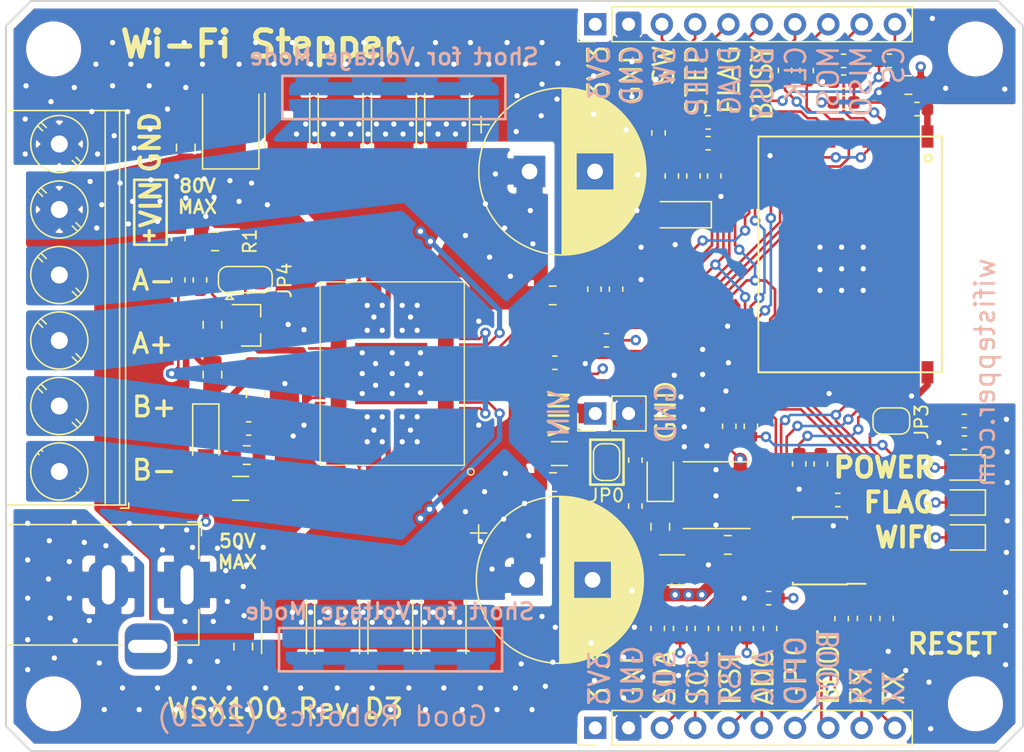
<source format=kicad_pcb>
(kicad_pcb (version 20171130) (host pcbnew 5.1.6-c6e7f7d~87~ubuntu18.04.1)
  (layers (0 F.Cu signal) (1 In1.Cu signal) (2 In2.Cu signal) (31 B.Cu signal) (34 B.Paste user) (35 F.Paste user) (36 B.SilkS user) (37 F.SilkS user) (38 B.Mask user) (39 F.Mask user) (44 Edge.Cuts user))
  (net 0 "")
  (net 1 +3V3)
  (net 2 GND)
  (net 3 "Net-(C2-Pad1)")
  (net 4 "Net-(C3-Pad1)")
  (net 5 VIN)
  (net 6 SM_ADC)
  (net 7 "Net-(C13-Pad2)")
  (net 8 "Net-(C13-Pad1)")
  (net 9 SM_RST)
  (net 10 "Net-(C17-Pad1)")
  (net 11 "Net-(C19-Pad1)")
  (net 12 "Net-(D3-Pad1)")
  (net 13 "Net-(D4-Pad1)")
  (net 14 "Net-(D5-Pad1)")
  (net 15 OUTA1)
  (net 16 OUTA2)
  (net 17 OUTB1)
  (net 18 OUTB2)
  (net 19 SM_FLAG)
  (net 20 SM_BUSY)
  (net 21 SM_SW)
  (net 22 SM_STCLK)
  (net 23 WIFI_RST)
  (net 24 WIFI_ADC)
  (net 25 AUTH_SCK)
  (net 26 AUTH_SDA)
  (net 27 PROG_RX)
  (net 28 PROG_TX)
  (net 29 PROG_BOOT)
  (net 30 "Net-(L1-Pad2)")
  (net 31 WIFI_CONN)
  (net 32 SM_CLK)
  (net 33 SM_SO)
  (net 34 SM_SI)
  (net 35 SM_CS)
  (net 36 "Net-(JP1-Pad1)")
  (net 37 "Net-(JP2-Pad1)")
  (net 38 "Net-(J4-Pad6)")
  (net 39 WIFI_GPIO)
  (net 40 "Net-(JP4-Pad1)")
  (net 41 "Net-(JP4-Pad3)")
  (net 42 "Net-(J3-Pad3)")
  (net 43 "Net-(J3-Pad4)")
  (net 44 "Net-(J4-Pad5)")
  (net 45 "Net-(J4-Pad7)")
  (net 46 "Net-(J4-Pad9)")
  (net 47 "Net-(J4-Pad10)")
  (net 48 "Net-(C18-Pad1)")
  (net 49 "Net-(J3-Pad7)")
  (net 50 "Net-(J3-Pad8)")
  (net 51 "Net-(J3-Pad9)")
  (net 52 "Net-(J3-Pad5)")
  (net 53 "Net-(J3-Pad6)")
  (net 54 "Net-(J4-Pad3)")
  (net 55 "Net-(J4-Pad4)")
  (net 56 "Net-(J4-Pad8)")
  (net 57 "Net-(J3-Pad10)")
  (net 58 "Net-(J1-Pad3)")
  (net 59 "Net-(JP0-Pad1)")
  (net 60 "Net-(U2-Pad63)")
  (net 61 "Net-(U2-Pad64)")
  (net 62 "Net-(U3-Pad5)")
  (net 63 "Net-(U3-Pad6)")
  (net 64 "Net-(U4-Pad1)")
  (net 65 "Net-(U4-Pad2)")
  (net 66 "Net-(U4-Pad3)")
  (net 67 "Net-(U4-Pad7)")
  (net 68 "Net-(R32-Pad1)")
  (module Klofas-Motor:powerSTEP01 (layer F.Cu) (at 63.246 89.789 180)
    (fp_text reference U2 hide)
    (fp_text value powerSTEP01)
    (pad E9 smd rect (at 0 0 180) (size 5.5 4.68) (drill (offset 0.08 0)) (layers F.Cu F.Paste F.Mask) (net 2 GND))
    (pad E8 smd rect (at -1.37 -4.265 180) (size 2.3 3.01) (layers F.Cu F.Paste F.Mask) (net 18 OUTB2))
    (pad E7 smd rect (at 1.37 -4.265 180) (size 2.3 3.01) (layers F.Cu F.Paste F.Mask) (net 17 OUTB1))
    (pad E3 smd rect (at -1.37 4.265 180) (size 2.3 3.01) (layers F.Cu F.Paste F.Mask) (net 16 OUTA2))
    (pad E4 smd rect (at 1.37 4.265 180) (size 2.3 3.01) (layers F.Cu F.Paste F.Mask) (net 15 OUTA1))
    (pad E13 smd rect (at -1.41 -6.8 180) (size 1.16 1.2) (layers F.Cu F.Paste F.Mask) (net 37 "Net-(JP2-Pad1)"))
    (pad E12 smd rect (at 1.41 -6.8 180) (size 1.16 1.2) (layers F.Cu F.Paste F.Mask) (net 37 "Net-(JP2-Pad1)"))
    (pad E10 smd rect (at -1.41 6.8 180) (size 1.16 1.2) (layers F.Cu F.Paste F.Mask) (net 36 "Net-(JP1-Pad1)"))
    (pad E11 smd rect (at 1.41 6.8 180) (size 1.16 1.2) (layers F.Cu F.Paste F.Mask) (net 36 "Net-(JP1-Pad1)"))
    (pad 37 smd rect (at -0.31 7 180) (size 0.2 0.8) (layers F.Cu F.Paste F.Mask) (net 16 OUTA2))
    (pad 38 smd rect (at 0.31 7 180) (size 0.2 0.8) (layers F.Cu F.Paste F.Mask) (net 15 OUTA1))
    (pad 42 smd rect (at 2.51 7 180) (size 0.2 0.8) (layers F.Cu F.Paste F.Mask) (net 15 OUTA1))
    (pad 33 smd rect (at -2.51 7 180) (size 0.2 0.8) (layers F.Cu F.Paste F.Mask) (net 16 OUTA2))
    (pad 81 smd rect (at -0.31 -7 180) (size 0.2 0.8) (layers F.Cu F.Paste F.Mask) (net 18 OUTB2))
    (pad 80 smd rect (at 0.31 -7 180) (size 0.2 0.8) (layers F.Cu F.Paste F.Mask) (net 17 OUTB1))
    (pad 76 smd rect (at 2.51 -7 180) (size 0.2 0.8) (layers F.Cu F.Paste F.Mask) (net 17 OUTB1))
    (pad 85 smd rect (at -2.51 -7 180) (size 0.2 0.8) (layers F.Cu F.Paste F.Mask) (net 18 OUTB2))
    (pad 15 smd rect (at -5.5 0.21 180) (size 0.8 0.2) (layers F.Cu F.Paste F.Mask) (net 20 SM_BUSY))
    (pad 16 smd rect (at -5.5 0.61 180) (size 0.8 0.2) (layers F.Cu F.Paste F.Mask) (net 19 SM_FLAG))
    (pad 17 smd rect (at -5.5 1.01 180) (size 0.8 0.2) (layers F.Cu F.Paste F.Mask) (net 22 SM_STCLK))
    (pad 18 smd rect (at -5.5 1.41 180) (size 0.8 0.2) (layers F.Cu F.Paste F.Mask) (net 21 SM_SW))
    (pad 19 smd rect (at -5.5 1.81 180) (size 0.8 0.2) (layers F.Cu F.Paste F.Mask) (net 9 SM_RST))
    (pad 20 smd rect (at -5.5 2.21 180) (size 0.8 0.2) (layers F.Cu F.Paste F.Mask) (net 36 "Net-(JP1-Pad1)"))
    (pad 21 smd rect (at -5.5 2.65 180) (size 0.8 0.2) (layers F.Cu F.Paste F.Mask) (net 2 GND))
    (pad 22 smd rect (at -5.5 3.25 180) (size 0.8 0.2) (layers F.Cu F.Paste F.Mask) (net 16 OUTA2))
    (pad 14 smd rect (at -5.5 -0.21 180) (size 0.8 0.2) (layers F.Cu F.Paste F.Mask) (net 33 SM_SO))
    (pad 13 smd rect (at -5.5 -0.61 180) (size 0.8 0.2) (layers F.Cu F.Paste F.Mask) (net 1 +3V3))
    (pad 12 smd rect (at -5.5 -1.01 180) (size 0.8 0.2) (layers F.Cu F.Paste F.Mask) (net 34 SM_SI))
    (pad 11 smd rect (at -5.5 -1.41 180) (size 0.8 0.2) (layers F.Cu F.Paste F.Mask) (net 32 SM_CLK))
    (pad 10 smd rect (at -5.5 -1.81 180) (size 0.8 0.2) (layers F.Cu F.Paste F.Mask) (net 35 SM_CS))
    (pad 9 smd rect (at -5.5 -2.21 180) (size 0.8 0.2) (layers F.Cu F.Paste F.Mask) (net 37 "Net-(JP2-Pad1)"))
    (pad 8 smd rect (at -5.5 -2.65 180) (size 0.8 0.2) (layers F.Cu F.Paste F.Mask) (net 2 GND))
    (pad 7 smd rect (at -5.5 -3.25 180) (size 0.8 0.2) (layers F.Cu F.Paste F.Mask) (net 18 OUTB2))
    (pad 58 smd rect (at 5.5 0.4 180) (size 0.8 0.2) (layers F.Cu F.Paste F.Mask) (net 3 "Net-(C2-Pad1)"))
    (pad 59 smd rect (at 5.5 0 180) (size 0.8 0.2) (layers F.Cu F.Paste F.Mask) (net 2 GND))
    (pad 57 smd rect (at 5.5 0.8 180) (size 0.8 0.2) (layers F.Cu F.Paste F.Mask) (net 8 "Net-(C13-Pad1)"))
    (pad 56 smd rect (at 5.5 1.52 180) (size 0.8 0.2) (layers F.Cu F.Paste F.Mask) (net 4 "Net-(C3-Pad1)"))
    (pad 55 smd rect (at 5.5 1.92 180) (size 0.8 0.2) (layers F.Cu F.Paste F.Mask) (net 5 VIN))
    (pad 54 smd rect (at 5.5 2.65 180) (size 0.8 0.2) (layers F.Cu F.Paste F.Mask) (net 6 SM_ADC))
    (pad 53 smd rect (at 5.5 3.25 180) (size 0.8 0.2) (layers F.Cu F.Paste F.Mask) (net 15 OUTA1))
    (pad 60 smd rect (at 5.5 -0.4 180) (size 0.8 0.2) (layers F.Cu F.Paste F.Mask) (net 1 +3V3))
    (pad 61 smd rect (at 5.5 -1.12 180) (size 0.8 0.2) (layers F.Cu F.Paste F.Mask) (net 5 VIN))
    (pad 62 smd rect (at 5.5 -1.85 180) (size 0.8 0.2) (layers F.Cu F.Paste F.Mask) (net 1 +3V3))
    (pad 63 smd rect (at 5.5 -2.25 180) (size 0.8 0.2) (layers F.Cu F.Paste F.Mask) (net 60 "Net-(U2-Pad63)"))
    (pad 64 smd rect (at 5.5 -2.65 180) (size 0.8 0.2) (layers F.Cu F.Paste F.Mask) (net 61 "Net-(U2-Pad64)"))
    (pad 65 smd rect (at 5.5 -3.25 180) (size 0.8 0.2) (layers F.Cu F.Paste F.Mask) (net 17 OUTB1))
    (pad E2 smd custom (at -4.09 5.255 180) (size 2.14 2.85) (layers F.Cu F.Paste F.Mask) (net 5 VIN) (options (clearance outline) (anchor rect)) (primitives (gr_poly (pts (xy -1.8 -1.025) (xy -1.8 1.145) (xy -1.06 1.145) (xy -1.06 -1.025)) (width 0)) (gr_poly (pts (xy -0.93 2.145) (xy 0.51 2.145) (xy 0.51 1.425) (xy -0.93 1.425)) (width 0))))
    (pad E5 smd custom (at 4.09 5.255 180) (size 2.14 2.85) (layers F.Cu F.Paste F.Mask) (net 5 VIN) (options (clearance outline) (anchor rect)) (primitives (gr_poly (pts (xy 1.8 -1.025) (xy 1.8 1.145) (xy 1.06 1.145) (xy 1.06 -1.025)) (width 0)) (gr_poly (pts (xy 0.93 2.145) (xy -0.51 2.145) (xy -0.51 1.425) (xy 0.93 1.425)) (width 0))))
    (pad E6 smd custom (at 4.09 -5.255 180) (size 2.14 2.85) (layers F.Cu F.Paste F.Mask) (net 5 VIN) (options (clearance outline) (anchor rect)) (primitives (gr_poly (pts (xy 1.8 1.025) (xy 1.8 -1.145) (xy 1.06 -1.145) (xy 1.06 1.025)) (width 0)) (gr_poly (pts (xy 0.93 -2.145) (xy -0.51 -2.145) (xy -0.51 -1.425) (xy 0.93 -1.425)) (width 0))))
    (pad E1 smd custom (at -4.09 -5.255 180) (size 2.14 2.85) (layers F.Cu F.Paste F.Mask) (net 5 VIN) (options (clearance outline) (anchor rect)) (primitives (gr_poly (pts (xy -1.8 1.025) (xy -1.8 -1.145) (xy -1.06 -1.145) (xy -1.06 1.025)) (width 0)) (gr_poly (pts (xy -0.93 -2.145) (xy 0.51 -2.145) (xy 0.51 -1.425) (xy -0.93 -1.425)) (width 0))))
  )
  (module Klofas-Passives:D_SMF_DO-219AB (layer F.Cu) (at 83.7 97.2 90)
    (fp_text reference D7 hide)
    (fp_text value "50V Clamp")
    (pad 1 smd rect (at -1.45 0 90) (size 1.3 1.4) (layers F.Cu F.Paste F.Mask) (net 48 "Net-(C18-Pad1)"))
    (pad 2 smd rect (at 1.45 0 90) (size 1.3 1.4) (layers F.Cu F.Paste F.Mask) (net 2 GND))
  )
  (module Klofas-Passives:TL3315NF100Q (layer F.Cu) (at 106.0745 106.581 180)
    (fp_text reference SW1 hide)
    (fp_text value SW_SPST)
    (pad 2 smd custom (at 2.125 1.75 180) (size 0.5 0.7) (layers F.Cu F.Paste F.Mask) (net 25 AUTH_SCK) (options (clearance outline) (anchor rect)) (primitives (gr_poly (pts (xy 0.25 -0.55) (xy 0.25 0.55) (xy 0.45 0.55) (xy 0.45 -0.55)) (width 0))))
    (pad ~ smd custom (at -2.125 1.75 180) (size 0.5 0.7) (layers F.Cu F.Paste F.Mask) (options (clearance outline) (anchor rect)) (primitives (gr_poly (pts (xy -0.25 -0.55) (xy -0.25 0.55) (xy -0.45 0.55) (xy -0.45 -0.55)) (width 0))))
    (pad 1 smd custom (at 2.125 -1.75 180) (size 0.5 0.7) (layers F.Cu F.Paste F.Mask) (net 2 GND) (options (clearance outline) (anchor rect)) (primitives (gr_poly (pts (xy 0.25 -0.55) (xy 0.25 0.55) (xy 0.45 0.55) (xy 0.45 -0.55)) (width 0))))
    (pad ~ smd custom (at -2.125 -1.75 180) (size 0.5 0.7) (layers F.Cu F.Paste F.Mask) (options (clearance outline) (anchor rect)) (primitives (gr_poly (pts (xy -0.25 -0.55) (xy -0.25 0.55) (xy -0.45 0.55) (xy -0.45 -0.55)) (width 0))))
  )
  (module Klofas-Connectors:STpowerSTEP01_JMP (layer B.Cu) (at 63.373 68.692 90)
    (fp_text reference JP1 hide)
    (fp_text value Jumper_2_Open hide)
    (pad 2 smd custom (at 0.65 0 90) (size 1 15) (layers B.Cu B.Mask) (net 2 GND) (options (clearance outline) (anchor rect)) (primitives (gr_circle (center 0 -7.5) (end 0.5 -7.5) (width 0)) (gr_circle (center 0 7.5) (end 0.5 7.5) (width 0)) (gr_poly (pts (xy 0 8) (xy -0.5 8) (xy -0.5 -8) (xy 0 -8)) (width 0))))
    (pad 1 smd custom (at -0.65 0 90) (size 1 15) (layers B.Cu B.Mask) (net 36 "Net-(JP1-Pad1)") (options (clearance outline) (anchor rect)) (primitives (gr_circle (center 0 -7.5) (end 0.5 -7.5) (width 0)) (gr_circle (center 0 7.5) (end 0.5 7.5) (width 0)) (gr_poly (pts (xy 0 8) (xy 0.5 8) (xy 0.5 -8) (xy 0 -8)) (width 0))))
  )
  (module Klofas-Connectors:STpowerSTEP01_JMP (layer B.Cu) (at 63.119 110.871 270)
    (fp_text reference JP2 hide)
    (fp_text value Jumper_2_Open hide)
    (pad 2 smd custom (at 0.65 0 270) (size 1 15) (layers B.Cu B.Mask) (net 2 GND) (options (clearance outline) (anchor rect)) (primitives (gr_circle (center 0 -7.5) (end 0.5 -7.5) (width 0)) (gr_circle (center 0 7.5) (end 0.5 7.5) (width 0)) (gr_poly (pts (xy 0 8) (xy -0.5 8) (xy -0.5 -8) (xy 0 -8)) (width 0))))
    (pad 1 smd custom (at -0.65 0 270) (size 1 15) (layers B.Cu B.Mask) (net 37 "Net-(JP2-Pad1)") (options (clearance outline) (anchor rect)) (primitives (gr_circle (center 0 -7.5) (end 0.5 -7.5) (width 0)) (gr_circle (center 0 7.5) (end 0.5 7.5) (width 0)) (gr_poly (pts (xy 0 8) (xy 0.5 8) (xy 0.5 -8) (xy 0 -8)) (width 0))))
  )
  (module Resistor_SMD:R_0603_1608Metric (layer F.Cu) (at 106.896 93.4085 180)
    (fp_text reference R10 hide)
    (fp_text value 330)
    (pad 2 smd roundrect (at 0.7875 0 180) (size 0.875 0.95) (layers F.Cu F.Paste F.Mask) (net 31 WIFI_CONN))
    (pad 1 smd roundrect (at -0.7875 0 180) (size 0.875 0.95) (layers F.Cu F.Paste F.Mask) (net 13 "Net-(D4-Pad1)"))
  )
  (module MountingHole:MountingHole_3.2mm_M3 (layer F.Cu) (at 107.7445 65)
    (fp_text reference REF** hide)
    (fp_text value MountingHole_3.2mm_M3)
    (pad 1 np_thru_hole circle (at 0 0) (size 3.2 3.2) (drill 3.2) (layers *.Cu *.Mask))
  )
  (module MountingHole:MountingHole_3.2mm_M3 (layer F.Cu) (at 107.7445 115)
    (fp_text reference REF** hide)
    (fp_text value MountingHole_3.2mm_M3)
    (pad 1 np_thru_hole circle (at 0 0) (size 3.2 3.2) (drill 3.2) (layers *.Cu *.Mask))
  )
  (module MountingHole:MountingHole_3.2mm_M3 (layer F.Cu) (at 37.413 115)
    (fp_text reference REF** hide)
    (fp_text value MountingHole_3.2mm_M3)
    (pad 1 np_thru_hole circle (at 0 0) (size 3.2 3.2) (drill 3.2) (layers *.Cu *.Mask))
  )
  (module Capacitor_SMD:C_1206_3216Metric (layer F.Cu) (at 51.686 98.552 180)
    (fp_text reference C1 hide)
    (fp_text value 22uF)
    (pad 1 smd roundrect (at -1.4 0 180) (size 1.25 1.75) (layers F.Cu F.Paste F.Mask) (roundrect_rratio 0.2) (net 1 +3V3))
    (pad 2 smd roundrect (at 1.4 0 180) (size 1.25 1.75) (layers F.Cu F.Paste F.Mask) (roundrect_rratio 0.2) (net 2 GND))
  )
  (module Capacitor_SMD:C_0805_2012Metric (layer F.Cu) (at 52.832 91.3615 270)
    (fp_text reference C2 hide)
    (fp_text value "470nF 100V")
    (pad 1 smd roundrect (at -0.9375 0 270) (size 0.975 1.4) (layers F.Cu F.Paste F.Mask) (net 3 "Net-(C2-Pad1)"))
    (pad 2 smd roundrect (at 0.9375 0 270) (size 0.975 1.4) (layers F.Cu F.Paste F.Mask) (net 2 GND))
  )
  (module Capacitor_SMD:C_0805_2012Metric (layer F.Cu) (at 49.53 86.0575 90)
    (fp_text reference C3 hide)
    (fp_text value "470nF 100V")
    (pad 1 smd roundrect (at -0.9375 0 90) (size 0.975 1.4) (layers F.Cu F.Paste F.Mask) (net 4 "Net-(C3-Pad1)"))
    (pad 2 smd roundrect (at 0.9375 0 90) (size 0.975 1.4) (layers F.Cu F.Paste F.Mask) (net 5 VIN))
  )
  (module Capacitor_SMD:C_0805_2012Metric (layer F.Cu) (at 52.1485 96.012 180)
    (fp_text reference C4 hide)
    (fp_text value 220nF)
    (pad 1 smd roundrect (at -0.9375 0 180) (size 0.975 1.4) (layers F.Cu F.Paste F.Mask) (net 1 +3V3))
    (pad 2 smd roundrect (at 0.9375 0 180) (size 0.975 1.4) (layers F.Cu F.Paste F.Mask) (net 2 GND))
  )
  (module Capacitor_SMD:C_0603_1608Metric (layer F.Cu) (at 48.5775 82.639 270)
    (fp_text reference C5 hide)
    (fp_text value 0.1uF)
    (pad 2 smd roundrect (at 0.7875 0 270) (size 0.875 0.95) (layers F.Cu F.Paste F.Mask) (net 2 GND))
    (pad 1 smd roundrect (at -0.7875 0 270) (size 0.875 0.95) (layers F.Cu F.Paste F.Mask) (net 6 SM_ADC))
  )
  (module Capacitor_SMD:C_0805_2012Metric (layer F.Cu) (at 75.5125 98.075)
    (fp_text reference C6 hide)
    (fp_text value "220nF 100V")
    (pad 1 smd roundrect (at -0.9375 0) (size 0.975 1.4) (layers F.Cu F.Paste F.Mask) (net 5 VIN))
    (pad 2 smd roundrect (at 0.9375 0) (size 0.975 1.4) (layers F.Cu F.Paste F.Mask) (net 2 GND))
  )
  (module Capacitor_SMD:C_0805_2012Metric (layer F.Cu) (at 75.4865 83.82)
    (fp_text reference C7 hide)
    (fp_text value "220nF 100V")
    (pad 2 smd roundrect (at 0.9375 0) (size 0.975 1.4) (layers F.Cu F.Paste F.Mask) (net 2 GND))
    (pad 1 smd roundrect (at -0.9375 0) (size 0.975 1.4) (layers F.Cu F.Paste F.Mask) (net 5 VIN))
  )
  (module Capacitor_SMD:C_0805_2012Metric (layer F.Cu) (at 47.498 72.532 90)
    (fp_text reference C8 hide)
    (fp_text value "220nF 100V")
    (pad 1 smd roundrect (at -0.9375 0 90) (size 0.975 1.4) (layers F.Cu F.Paste F.Mask) (net 5 VIN))
    (pad 2 smd roundrect (at 0.9375 0 90) (size 0.975 1.4) (layers F.Cu F.Paste F.Mask) (net 2 GND))
  )
  (module Capacitor_SMD:C_0805_2012Metric (layer F.Cu) (at 51.8795 110.632 270)
    (fp_text reference C9 hide)
    (fp_text value "220nF 100V")
    (pad 2 smd roundrect (at 0.9375 0 270) (size 0.975 1.4) (layers F.Cu F.Paste F.Mask) (net 2 GND))
    (pad 1 smd roundrect (at -0.9375 0 270) (size 0.975 1.4) (layers F.Cu F.Paste F.Mask) (net 5 VIN))
  )
  (module Capacitor_SMD:C_0603_1608Metric (layer F.Cu) (at 52.2985 93.98 180)
    (fp_text reference C12 hide)
    (fp_text value 0.1uF)
    (pad 1 smd roundrect (at -0.7875 0 180) (size 0.875 0.95) (layers F.Cu F.Paste F.Mask) (net 1 +3V3))
    (pad 2 smd roundrect (at 0.7875 0 180) (size 0.875 0.95) (layers F.Cu F.Paste F.Mask) (net 2 GND))
  )
  (module Capacitor_SMD:C_0805_2012Metric (layer F.Cu) (at 49.53 89.8675 90)
    (fp_text reference C13 hide)
    (fp_text value "47nF 100V")
    (pad 2 smd roundrect (at 0.9375 0 90) (size 0.975 1.4) (layers F.Cu F.Paste F.Mask) (net 7 "Net-(C13-Pad2)"))
    (pad 1 smd roundrect (at -0.9375 0 90) (size 0.975 1.4) (layers F.Cu F.Paste F.Mask) (net 8 "Net-(C13-Pad1)"))
  )
  (module Capacitor_SMD:C_0603_1608Metric (layer F.Cu) (at 78.6765 83.3375 90)
    (fp_text reference C14 hide)
    (fp_text value 0.1uF)
    (pad 1 smd roundrect (at -0.7875 0 90) (size 0.875 0.95) (layers F.Cu F.Paste F.Mask) (net 9 SM_RST))
    (pad 2 smd roundrect (at 0.7875 0 90) (size 0.875 0.95) (layers F.Cu F.Paste F.Mask) (net 2 GND))
  )
  (module Capacitor_SMD:C_0805_2012Metric (layer F.Cu) (at 102.631 67.7545 180)
    (fp_text reference C15 hide)
    (fp_text value 10uF)
    (pad 2 smd roundrect (at 0.9375 0 180) (size 0.975 1.4) (layers F.Cu F.Paste F.Mask) (net 2 GND))
    (pad 1 smd roundrect (at -0.9375 0 180) (size 0.975 1.4) (layers F.Cu F.Paste F.Mask) (net 1 +3V3))
  )
  (module Capacitor_SMD:C_0603_1608Metric (layer F.Cu) (at 103.289 69.596 180)
    (fp_text reference C16 hide)
    (fp_text value 0.1uF)
    (pad 1 smd roundrect (at -0.7875 0 180) (size 0.875 0.95) (layers F.Cu F.Paste F.Mask) (net 1 +3V3))
    (pad 2 smd roundrect (at 0.7875 0 180) (size 0.875 0.95) (layers F.Cu F.Paste F.Mask) (net 2 GND))
  )
  (module Capacitor_SMD:C_0603_1608Metric (layer F.Cu) (at 97.6885 67.5005 180)
    (fp_text reference C17 hide)
    (fp_text value 0.1uF)
    (pad 1 smd roundrect (at -0.7875 0 180) (size 0.875 0.95) (layers F.Cu F.Paste F.Mask) (net 10 "Net-(C17-Pad1)"))
    (pad 2 smd roundrect (at 0.7875 0 180) (size 0.875 0.95) (layers F.Cu F.Paste F.Mask) (net 2 GND))
  )
  (module Capacitor_SMD:C_0603_1608Metric (layer F.Cu) (at 83.5025 109.2455 270)
    (fp_text reference C19 hide)
    (fp_text value 1uF)
    (pad 2 smd roundrect (at 0.7875 0 270) (size 0.875 0.95) (layers F.Cu F.Paste F.Mask) (net 2 GND))
    (pad 1 smd roundrect (at -0.7875 0 270) (size 0.875 0.95) (layers F.Cu F.Paste F.Mask) (net 11 "Net-(C19-Pad1)"))
  )
  (module Capacitor_SMD:C_0805_2012Metric (layer F.Cu) (at 88.8515 102.87 180)
    (fp_text reference C20 hide)
    (fp_text value 10uF)
    (pad 2 smd roundrect (at 0.9375 0 180) (size 0.975 1.4) (layers F.Cu F.Paste F.Mask) (net 2 GND))
    (pad 1 smd roundrect (at -0.9375 0 180) (size 0.975 1.4) (layers F.Cu F.Paste F.Mask) (net 1 +3V3))
  )
  (module Capacitor_SMD:C_0603_1608Metric (layer F.Cu) (at 91.9735 106.934)
    (fp_text reference C21 hide)
    (fp_text value 0.1uF)
    (pad 2 smd roundrect (at 0.7875 0) (size 0.875 0.95) (layers F.Cu F.Paste F.Mask) (net 1 +3V3))
    (pad 1 smd roundrect (at -0.7875 0) (size 0.875 0.95) (layers F.Cu F.Paste F.Mask) (net 2 GND))
  )
  (module Package_TO_SOT_SMD:SOT-23 (layer F.Cu) (at 52.451 86.106)
    (fp_text reference D1 hide)
    (fp_text value D_Schottky_x2_Serial_AKC)
    (pad 1 smd rect (at -1 -0.95) (size 0.9 0.8) (layers F.Cu F.Paste F.Mask) (net 5 VIN))
    (pad 2 smd rect (at -1 0.95) (size 0.9 0.8) (layers F.Cu F.Paste F.Mask) (net 4 "Net-(C3-Pad1)"))
    (pad 3 smd rect (at 1 0) (size 0.9 0.8) (layers F.Cu F.Paste F.Mask) (net 7 "Net-(C13-Pad2)"))
  )
  (module Diode_SMD:D_SOD-123 (layer F.Cu) (at 49.022 94.36 270)
    (fp_text reference D2 hide)
    (fp_text value D_Schottky)
    (pad 1 smd rect (at -1.65 0 270) (size 0.9 1.2) (layers F.Cu F.Paste F.Mask) (net 3 "Net-(C2-Pad1)"))
    (pad 2 smd rect (at 1.65 0 270) (size 0.9 1.2) (layers F.Cu F.Paste F.Mask) (net 1 +3V3))
  )
  (module Diode_SMD:D_0805_2012Metric (layer F.Cu) (at 106.792 96.9645 180)
    (fp_text reference D3 hide)
    (fp_text value "LED GRN")
    (pad 1 smd roundrect (at -0.9375 0 180) (size 0.975 1.4) (layers F.Cu F.Paste F.Mask) (net 12 "Net-(D3-Pad1)"))
    (pad 2 smd roundrect (at 0.9375 0 180) (size 0.975 1.4) (layers F.Cu F.Paste F.Mask) (net 1 +3V3))
  )
  (module Diode_SMD:D_0805_2012Metric (layer F.Cu) (at 106.822 102.2985 180)
    (fp_text reference D4 hide)
    (fp_text value "LED YEL")
    (pad 1 smd roundrect (at -0.9375 0 180) (size 0.975 1.4) (layers F.Cu F.Paste F.Mask) (net 13 "Net-(D4-Pad1)"))
    (pad 2 smd roundrect (at 0.9375 0 180) (size 0.975 1.4) (layers F.Cu F.Paste F.Mask) (net 1 +3V3))
  )
  (module Diode_SMD:D_0805_2012Metric (layer F.Cu) (at 106.822 99.6315 180)
    (fp_text reference D5 hide)
    (fp_text value "LED RED")
    (pad 2 smd roundrect (at 0.9375 0 180) (size 0.975 1.4) (layers F.Cu F.Paste F.Mask) (net 1 +3V3))
    (pad 1 smd roundrect (at -0.9375 0 180) (size 0.975 1.4) (layers F.Cu F.Paste F.Mask) (net 14 "Net-(D5-Pad1)"))
  )
  (module Connector_BarrelJack:BarrelJack_Horizontal (layer F.Cu) (at 47.5925 105.918)
    (fp_text reference J1 hide)
    (fp_text value Barrel_Jack_Switch)
    (pad 1 thru_hole rect (at 0 0) (size 3.5 3.5) (drill oval 1 3) (layers *.Cu *.Mask) (net 5 VIN))
    (pad 2 thru_hole roundrect (at -6 0) (size 3 3.5) (drill oval 1 3) (layers *.Cu *.Mask) (net 2 GND))
    (pad 3 thru_hole roundrect (at -3 4.7) (size 3.5 3.5) (drill oval 3 1) (layers *.Cu *.Mask) (net 58 "Net-(J1-Pad3)"))
  )
  (module Inductor_SMD:L_Taiyo-Yuden_NR-50xx (layer F.Cu) (at 88.0017 99.0727 180)
    (fp_text reference L1 hide)
    (fp_text value 33uH)
    (pad 1 smd rect (at -1.8 0 180) (size 1.5 4.2) (layers F.Cu F.Paste F.Mask) (net 1 +3V3))
    (pad 2 smd rect (at 1.8 0 180) (size 1.5 4.2) (layers F.Cu F.Paste F.Mask) (net 30 "Net-(L1-Pad2)"))
  )
  (module Resistor_SMD:R_0603_1608Metric (layer F.Cu) (at 79.591 87.249 180)
    (fp_text reference R7 hide)
    (fp_text value 39K)
    (pad 1 smd roundrect (at -0.7875 0 180) (size 0.875 0.95) (layers F.Cu F.Paste F.Mask) (net 1 +3V3))
    (pad 2 smd roundrect (at 0.7875 0 180) (size 0.875 0.95) (layers F.Cu F.Paste F.Mask) (net 20 SM_BUSY))
  )
  (module Resistor_SMD:R_0603_1608Metric (layer F.Cu) (at 88.9635 93.815 90)
    (fp_text reference R8 hide)
    (fp_text value 39K)
    (pad 2 smd roundrect (at 0.7875 0 90) (size 0.875 0.95) (layers F.Cu F.Paste F.Mask) (net 19 SM_FLAG))
    (pad 1 smd roundrect (at -0.7875 0 90) (size 0.875 0.95) (layers F.Cu F.Paste F.Mask) (net 1 +3V3))
  )
  (module Resistor_SMD:R_0603_1608Metric (layer F.Cu) (at 90.6145 93.815 90)
    (fp_text reference R9 hide)
    (fp_text value 330)
    (pad 2 smd roundrect (at 0.7875 0 90) (size 0.875 0.95) (layers F.Cu F.Paste F.Mask) (net 19 SM_FLAG))
    (pad 1 smd roundrect (at -0.7875 0 90) (size 0.875 0.95) (layers F.Cu F.Paste F.Mask) (net 14 "Net-(D5-Pad1)"))
  )
  (module Resistor_SMD:R_0603_1608Metric (layer F.Cu) (at 106.9085 95.0595 180)
    (fp_text reference R11 hide)
    (fp_text value 330)
    (pad 1 smd roundrect (at -0.7875 0 180) (size 0.875 0.95) (layers F.Cu F.Paste F.Mask) (net 12 "Net-(D3-Pad1)"))
    (pad 2 smd roundrect (at 0.7875 0 180) (size 0.875 0.95) (layers F.Cu F.Paste F.Mask) (net 2 GND))
  )
  (module Resistor_SMD:R_0603_1608Metric (layer F.Cu) (at 80.3275 83.3375 90)
    (fp_text reference R12 hide)
    (fp_text value 10K)
    (pad 1 smd roundrect (at -0.7875 0 90) (size 0.875 0.95) (layers F.Cu F.Paste F.Mask) (net 9 SM_RST))
    (pad 2 smd roundrect (at 0.7875 0 90) (size 0.875 0.95) (layers F.Cu F.Paste F.Mask) (net 2 GND))
  )
  (module Resistor_SMD:R_0603_1608Metric (layer F.Cu) (at 97.6885 69.088 180)
    (fp_text reference R13 hide)
    (fp_text value 10K)
    (pad 2 smd roundrect (at 0.7875 0 180) (size 0.875 0.95) (layers F.Cu F.Paste F.Mask) (net 1 +3V3))
    (pad 1 smd roundrect (at -0.7875 0 180) (size 0.875 0.95) (layers F.Cu F.Paste F.Mask) (net 10 "Net-(C17-Pad1)"))
  )
  (module Resistor_SMD:R_0603_1608Metric (layer F.Cu) (at 85.217 109.2455 90)
    (fp_text reference R14 hide)
    (fp_text value 2.2K)
    (pad 2 smd roundrect (at 0.7875 0 90) (size 0.875 0.95) (layers F.Cu F.Paste F.Mask) (net 26 AUTH_SDA))
    (pad 1 smd roundrect (at -0.7875 0 90) (size 0.875 0.95) (layers F.Cu F.Paste F.Mask) (net 1 +3V3))
  )
  (module Resistor_SMD:R_0603_1608Metric (layer F.Cu) (at 90.297 109.2455 90)
    (fp_text reference R15 hide)
    (fp_text value 2.2K)
    (pad 1 smd roundrect (at -0.7875 0 90) (size 0.875 0.95) (layers F.Cu F.Paste F.Mask) (net 1 +3V3))
    (pad 2 smd roundrect (at 0.7875 0 90) (size 0.875 0.95) (layers F.Cu F.Paste F.Mask) (net 25 AUTH_SCK))
  )
  (module Klofas-RF:ESP-WROOM-02 (layer F.Cu) (at 91.186 80.6915 270)
    (fp_text reference U1 hide)
    (fp_text value ESP-WROOM-02)
    (pad 1 smd rect (at -9 -12.9 270) (size 1.7 0.9) (layers F.Cu F.Paste F.Mask) (net 1 +3V3))
    (pad 2 smd rect (at -9 -11.4 270) (size 1.7 0.9) (layers F.Cu F.Paste F.Mask) (net 10 "Net-(C17-Pad1)"))
    (pad 3 smd rect (at -9 -9.9 270) (size 1.7 0.9) (layers F.Cu F.Paste F.Mask) (net 32 SM_CLK))
    (pad 4 smd rect (at -9 -8.4 270) (size 1.7 0.9) (layers F.Cu F.Paste F.Mask) (net 33 SM_SO))
    (pad 5 smd rect (at -9 -6.9 270) (size 1.7 0.9) (layers F.Cu F.Paste F.Mask) (net 34 SM_SI))
    (pad 6 smd rect (at -9 -5.4 270) (size 1.7 0.9) (layers F.Cu F.Paste F.Mask) (net 9 SM_RST))
    (pad 7 smd rect (at -9 -3.9 270) (size 1.7 0.9) (layers F.Cu F.Paste F.Mask) (net 26 AUTH_SDA))
    (pad 8 smd rect (at -9 -2.4 270) (size 1.7 0.9) (layers F.Cu F.Paste F.Mask) (net 29 PROG_BOOT))
    (pad 9 smd rect (at -9 -0.9 270) (size 1.7 0.9) (layers F.Cu F.Paste F.Mask) (net 2 GND))
    (pad 10 smd rect (at 9 -0.9 270) (size 1.7 0.9) (layers F.Cu F.Paste F.Mask) (net 35 SM_CS))
    (pad 11 smd rect (at 9 -2.4 270) (size 1.7 0.9) (layers F.Cu F.Paste F.Mask) (net 27 PROG_RX))
    (pad 12 smd rect (at 9 -3.9 270) (size 1.7 0.9) (layers F.Cu F.Paste F.Mask) (net 28 PROG_TX))
    (pad 13 smd rect (at 9 -5.4 270) (size 1.7 0.9) (layers F.Cu F.Paste F.Mask) (net 2 GND))
    (pad 14 smd rect (at 9 -6.9 270) (size 1.7 0.9) (layers F.Cu F.Paste F.Mask) (net 25 AUTH_SCK))
    (pad 15 smd rect (at 9 -8.4 270) (size 1.7 0.9) (layers F.Cu F.Paste F.Mask) (net 23 WIFI_RST))
    (pad 16 smd rect (at 9 -9.9 270) (size 1.7 0.9) (layers F.Cu F.Paste F.Mask) (net 24 WIFI_ADC))
    (pad 17 smd rect (at 9 -11.4 270) (size 1.7 0.9) (layers F.Cu F.Paste F.Mask) (net 39 WIFI_GPIO))
    (pad 18 smd rect (at 9 -12.9 270) (size 1.7 0.9) (layers F.Cu F.Paste F.Mask) (net 2 GND))
    (pad 19 smd rect (at 1.12 -6.32 270) (size 4.3 4.3) (layers F.Cu F.Paste F.Mask) (net 2 GND))
  )
  (module Package_DFN_QFN:DFN-8_2x2mm_P0.5mm (layer F.Cu) (at 84.902 104.779)
    (fp_text reference U3 hide)
    (fp_text value MAX15062A)
    (pad 1 smd rect (at -0.95 -0.75) (size 0.85 0.3) (layers F.Cu F.Paste F.Mask) (net 68 "Net-(R32-Pad1)"))
    (pad 2 smd rect (at -0.95 -0.25) (size 0.85 0.3) (layers F.Cu F.Paste F.Mask) (net 68 "Net-(R32-Pad1)"))
    (pad 3 smd rect (at -0.95 0.25) (size 0.85 0.3) (layers F.Cu F.Paste F.Mask) (net 11 "Net-(C19-Pad1)"))
    (pad 4 smd rect (at -0.95 0.75) (size 0.85 0.3) (layers F.Cu F.Paste F.Mask) (net 1 +3V3))
    (pad 5 smd rect (at 0.95 0.75) (size 0.85 0.3) (layers F.Cu F.Paste F.Mask) (net 62 "Net-(U3-Pad5)"))
    (pad 6 smd rect (at 0.95 0.25) (size 0.85 0.3) (layers F.Cu F.Paste F.Mask) (net 63 "Net-(U3-Pad6)"))
    (pad 7 smd rect (at 0.95 -0.25) (size 0.85 0.3) (layers F.Cu F.Paste F.Mask) (net 2 GND))
    (pad 8 smd rect (at 0.95 -0.75) (size 0.85 0.3) (layers F.Cu F.Paste F.Mask) (net 30 "Net-(L1-Pad2)"))
  )
  (module Package_SO:SOIC-8_3.9x4.9mm_P1.27mm (layer F.Cu) (at 95.885 103.3145 180)
    (fp_text reference U4 hide)
    (fp_text value ATECC508A)
    (pad 1 smd rect (at -2.7 -1.905 180) (size 1.55 0.6) (layers F.Cu F.Paste F.Mask) (net 64 "Net-(U4-Pad1)"))
    (pad 2 smd rect (at -2.7 -0.635 180) (size 1.55 0.6) (layers F.Cu F.Paste F.Mask) (net 65 "Net-(U4-Pad2)"))
    (pad 3 smd rect (at -2.7 0.635 180) (size 1.55 0.6) (layers F.Cu F.Paste F.Mask) (net 66 "Net-(U4-Pad3)"))
    (pad 4 smd rect (at -2.7 1.905 180) (size 1.55 0.6) (layers F.Cu F.Paste F.Mask) (net 2 GND))
    (pad 5 smd rect (at 2.7 1.905 180) (size 1.55 0.6) (layers F.Cu F.Paste F.Mask) (net 26 AUTH_SDA))
    (pad 6 smd rect (at 2.7 0.635 180) (size 1.55 0.6) (layers F.Cu F.Paste F.Mask) (net 25 AUTH_SCK))
    (pad 7 smd rect (at 2.7 -0.635 180) (size 1.55 0.6) (layers F.Cu F.Paste F.Mask) (net 67 "Net-(U4-Pad7)"))
    (pad 8 smd rect (at 2.7 -1.905 180) (size 1.55 0.6) (layers F.Cu F.Paste F.Mask) (net 1 +3V3))
  )
  (module MountingHole:MountingHole_3.2mm_M3 (layer F.Cu) (at 37.413 65)
    (fp_text reference REF** hide)
    (fp_text value MountingHole_3.2mm_M3)
    (pad 1 np_thru_hole circle (at 0 0) (size 3.2 3.2) (drill 3.2) (layers *.Cu *.Mask))
  )
  (module TerminalBlock_Phoenix:TerminalBlock_Phoenix_PT-1,5-6-5.0-H_1x06_P5.00mm_Horizontal (layer F.Cu) (at 37.846 97.263 90)
    (fp_text reference J2 hide)
    (fp_text value Screw_Terminal)
    (pad 1 thru_hole rect (at 0 0 90) (size 2.6 2.6) (drill 1.3) (layers *.Cu *.Mask) (net 18 OUTB2))
    (pad 2 thru_hole circle (at 5 0 90) (size 2.6 2.6) (drill 1.3) (layers *.Cu *.Mask) (net 17 OUTB1))
    (pad 3 thru_hole circle (at 10 0 90) (size 2.6 2.6) (drill 1.3) (layers *.Cu *.Mask) (net 15 OUTA1))
    (pad 4 thru_hole circle (at 15 0 90) (size 2.6 2.6) (drill 1.3) (layers *.Cu *.Mask) (net 16 OUTA2))
    (pad 5 thru_hole circle (at 20 0 90) (size 2.6 2.6) (drill 1.3) (layers *.Cu *.Mask) (net 5 VIN))
    (pad 6 thru_hole circle (at 25 0 90) (size 2.6 2.6) (drill 1.3) (layers *.Cu *.Mask) (net 2 GND))
  )
  (module Resistor_SMD:R_2512_6332Metric (layer F.Cu) (at 59.309 70.464 270)
    (fp_text reference RS1 hide)
    (fp_text value 0.27)
    (pad 2 smd roundrect (at 2.9 0 270) (size 1.35 3.35) (layers F.Cu F.Paste F.Mask) (roundrect_rratio 0.185185) (net 36 "Net-(JP1-Pad1)"))
    (pad 1 smd roundrect (at -2.9 0 270) (size 1.35 3.35) (layers F.Cu F.Paste F.Mask) (roundrect_rratio 0.185185) (net 2 GND))
  )
  (module Resistor_SMD:R_2512_6332Metric (layer F.Cu) (at 63.373 70.464 270)
    (fp_text reference RS2 hide)
    (fp_text value 0.27)
    (pad 2 smd roundrect (at 2.9 0 270) (size 1.35 3.35) (layers F.Cu F.Paste F.Mask) (roundrect_rratio 0.185185) (net 36 "Net-(JP1-Pad1)"))
    (pad 1 smd roundrect (at -2.9 0 270) (size 1.35 3.35) (layers F.Cu F.Paste F.Mask) (roundrect_rratio 0.185185) (net 2 GND))
  )
  (module Resistor_SMD:R_2512_6332Metric (layer F.Cu) (at 67.437 70.464 270)
    (fp_text reference RS3 hide)
    (fp_text value 0.27)
    (pad 1 smd roundrect (at -2.9 0 270) (size 1.35 3.35) (layers F.Cu F.Paste F.Mask) (roundrect_rratio 0.185185) (net 2 GND))
    (pad 2 smd roundrect (at 2.9 0 270) (size 1.35 3.35) (layers F.Cu F.Paste F.Mask) (roundrect_rratio 0.185185) (net 36 "Net-(JP1-Pad1)"))
  )
  (module Resistor_SMD:R_2512_6332Metric (layer F.Cu) (at 59.0423 109.1267 90)
    (fp_text reference RS4 hide)
    (fp_text value 0.27)
    (pad 1 smd roundrect (at -2.9 0 90) (size 1.35 3.35) (layers F.Cu F.Paste F.Mask) (roundrect_rratio 0.185185) (net 2 GND))
    (pad 2 smd roundrect (at 2.9 0 90) (size 1.35 3.35) (layers F.Cu F.Paste F.Mask) (roundrect_rratio 0.185185) (net 37 "Net-(JP2-Pad1)"))
  )
  (module Resistor_SMD:R_2512_6332Metric (layer F.Cu) (at 63.1063 109.1267 90)
    (fp_text reference RS5 hide)
    (fp_text value 0.27)
    (pad 2 smd roundrect (at 2.9 0 90) (size 1.35 3.35) (layers F.Cu F.Paste F.Mask) (roundrect_rratio 0.185185) (net 37 "Net-(JP2-Pad1)"))
    (pad 1 smd roundrect (at -2.9 0 90) (size 1.35 3.35) (layers F.Cu F.Paste F.Mask) (roundrect_rratio 0.185185) (net 2 GND))
  )
  (module Resistor_SMD:R_2512_6332Metric (layer F.Cu) (at 67.1703 109.1267 90)
    (fp_text reference RS6 hide)
    (fp_text value 0.27)
    (pad 1 smd roundrect (at -2.9 0 90) (size 1.35 3.35) (layers F.Cu F.Paste F.Mask) (roundrect_rratio 0.185185) (net 2 GND))
    (pad 2 smd roundrect (at 2.9 0 90) (size 1.35 3.35) (layers F.Cu F.Paste F.Mask) (roundrect_rratio 0.185185) (net 37 "Net-(JP2-Pad1)"))
  )
  (module Capacitor_SMD:C_0603_1608Metric (layer F.Cu) (at 75.654 88.9635)
    (fp_text reference C22 hide)
    (fp_text value 0.1uF)
    (pad 1 smd roundrect (at -0.7875 0) (size 0.875 0.95) (layers F.Cu F.Paste F.Mask) (net 1 +3V3))
    (pad 2 smd roundrect (at 0.7875 0) (size 0.875 0.95) (layers F.Cu F.Paste F.Mask) (net 2 GND))
  )
  (module Connector_PinHeader_2.54mm:PinHeader_1x02_P2.54mm_Vertical (layer F.Cu) (at 78.74 92.837 90)
    (fp_text reference J5 hide)
    (fp_text value Conn_01x02)
    (pad 1 thru_hole rect (at 0 0 90) (size 1.7 1.7) (drill 1) (layers *.Cu *.Mask) (net 5 VIN))
    (pad 2 thru_hole oval (at 0 2.54 90) (size 1.7 1.7) (drill 1) (layers *.Cu *.Mask) (net 2 GND))
  )
  (module Connector_PinHeader_2.54mm:PinHeader_1x10_P2.54mm_Vertical (layer F.Cu) (at 78.74 116.84 90)
    (fp_text reference J4 hide)
    (fp_text value Conn_01x10)
    (pad 1 thru_hole rect (at 0 0 90) (size 1.7 1.7) (drill 1) (layers *.Cu *.Mask) (net 1 +3V3))
    (pad 2 thru_hole oval (at 0 2.54 90) (size 1.7 1.7) (drill 1) (layers *.Cu *.Mask) (net 2 GND))
    (pad 3 thru_hole oval (at 0 5.08 90) (size 1.7 1.7) (drill 1) (layers *.Cu *.Mask) (net 54 "Net-(J4-Pad3)"))
    (pad 4 thru_hole oval (at 0 7.62 90) (size 1.7 1.7) (drill 1) (layers *.Cu *.Mask) (net 55 "Net-(J4-Pad4)"))
    (pad 5 thru_hole oval (at 0 10.16 90) (size 1.7 1.7) (drill 1) (layers *.Cu *.Mask) (net 44 "Net-(J4-Pad5)"))
    (pad 6 thru_hole oval (at 0 12.7 90) (size 1.7 1.7) (drill 1) (layers *.Cu *.Mask) (net 38 "Net-(J4-Pad6)"))
    (pad 7 thru_hole oval (at 0 15.24 90) (size 1.7 1.7) (drill 1) (layers *.Cu *.Mask) (net 45 "Net-(J4-Pad7)"))
    (pad 8 thru_hole oval (at 0 17.78 90) (size 1.7 1.7) (drill 1) (layers *.Cu *.Mask) (net 56 "Net-(J4-Pad8)"))
    (pad 9 thru_hole oval (at 0 20.32 90) (size 1.7 1.7) (drill 1) (layers *.Cu *.Mask) (net 46 "Net-(J4-Pad9)"))
    (pad 10 thru_hole oval (at 0 22.86 90) (size 1.7 1.7) (drill 1) (layers *.Cu *.Mask) (net 47 "Net-(J4-Pad10)"))
  )
  (module Jumper:SolderJumper-2_P1.3mm_Bridged_RoundedPad1.0x1.5mm (layer F.Cu) (at 79.6 96.55 270)
    (fp_text reference JP0 (at 2.55 0) (layer F.SilkS))
    (fp_text value SolderJumper_2_Bridged)
    (pad 2 smd custom (at 0.65 0 270) (size 1 0.5) (layers F.Cu F.Mask) (net 48 "Net-(C18-Pad1)") (options (clearance outline) (anchor rect)) (primitives (gr_circle (center 0 0.25) (end 0.5 0.25) (width 0)) (gr_circle (center 0 -0.25) (end 0.5 -0.25) (width 0)) (gr_poly (pts (xy 0 -0.75) (xy -0.5 -0.75) (xy -0.5 0.75) (xy 0 0.75)) (width 0))))
    (pad 1 smd custom (at -0.65 0 270) (size 1 0.5) (layers F.Cu F.Mask) (net 59 "Net-(JP0-Pad1)") (options (clearance outline) (anchor rect)) (primitives (gr_circle (center 0 0.25) (end 0.5 0.25) (width 0)) (gr_circle (center 0 -0.25) (end 0.5 -0.25) (width 0)) (gr_poly (pts (xy 0 -0.75) (xy 0.5 -0.75) (xy 0.5 0.75) (xy 0 0.75)) (width 0)) (gr_poly (pts (xy 0.9 -0.3) (xy 0.4 -0.3) (xy 0.4 0.3) (xy 0.9 0.3)) (width 0))))
  )
  (module Resistor_SMD:R_0603_1608Metric (layer F.Cu) (at 46.9265 79.4765 270)
    (fp_text reference R3 hide)
    (fp_text value 47K)
    (pad 1 smd roundrect (at -0.7875 0 270) (size 0.875 0.95) (layers F.Cu F.Paste F.Mask) (net 5 VIN))
    (pad 2 smd roundrect (at 0.7875 0 270) (size 0.875 0.95) (layers F.Cu F.Paste F.Mask) (net 40 "Net-(JP4-Pad1)"))
  )
  (module Resistor_SMD:R_0603_1608Metric (layer F.Cu) (at 46.9265 82.639 270)
    (fp_text reference R4 hide)
    (fp_text value 1.8K)
    (pad 2 smd roundrect (at 0.7875 0 270) (size 0.875 0.95) (layers F.Cu F.Paste F.Mask) (net 2 GND))
    (pad 1 smd roundrect (at -0.7875 0 270) (size 0.875 0.95) (layers F.Cu F.Paste F.Mask) (net 6 SM_ADC))
  )
  (module Resistor_SMD:R_0603_1608Metric (layer F.Cu) (at 95.9485 96.685 90)
    (fp_text reference R5 hide)
    (fp_text value 2.2K)
    (pad 1 smd roundrect (at -0.7875 0 90) (size 0.875 0.95) (layers F.Cu F.Paste F.Mask) (net 38 "Net-(J4-Pad6)"))
    (pad 2 smd roundrect (at 0.7875 0 90) (size 0.875 0.95) (layers F.Cu F.Paste F.Mask) (net 24 WIFI_ADC))
  )
  (module Resistor_SMD:R_0603_1608Metric (layer F.Cu) (at 94.2975 96.685 270)
    (fp_text reference R6 hide)
    (fp_text value 1K)
    (pad 2 smd roundrect (at 0.7875 0 270) (size 0.875 0.95) (layers F.Cu F.Paste F.Mask) (net 2 GND))
    (pad 1 smd roundrect (at -0.7875 0 270) (size 0.875 0.95) (layers F.Cu F.Paste F.Mask) (net 24 WIFI_ADC))
  )
  (module Jumper:SolderJumper-2_P1.3mm_Bridged_RoundedPad1.0x1.5mm (layer F.Cu) (at 101.331 93.4085 180)
    (fp_text reference JP3 (at -2.301 -0.0635 270) (layer F.SilkS))
    (fp_text value SolderJumper_2_Bridged)
    (pad 1 smd custom (at -0.65 0 180) (size 1 0.5) (layers F.Cu F.Mask) (net 31 WIFI_CONN) (options (clearance outline) (anchor rect)) (primitives (gr_circle (center 0 0.25) (end 0.5 0.25) (width 0)) (gr_circle (center 0 -0.25) (end 0.5 -0.25) (width 0)) (gr_poly (pts (xy 0 -0.75) (xy 0.5 -0.75) (xy 0.5 0.75) (xy 0 0.75)) (width 0)) (gr_poly (pts (xy 0.9 -0.3) (xy 0.4 -0.3) (xy 0.4 0.3) (xy 0.9 0.3)) (width 0))))
    (pad 2 smd custom (at 0.65 0 180) (size 1 0.5) (layers F.Cu F.Mask) (net 39 WIFI_GPIO) (options (clearance outline) (anchor rect)) (primitives (gr_circle (center 0 0.25) (end 0.5 0.25) (width 0)) (gr_circle (center 0 -0.25) (end 0.5 -0.25) (width 0)) (gr_poly (pts (xy 0 -0.75) (xy -0.5 -0.75) (xy -0.5 0.75) (xy 0 0.75)) (width 0))))
  )
  (module Jumper:SolderJumper-3_P1.3mm_Bridged12_RoundedPad1.0x1.5mm (layer F.Cu) (at 52.0365 82.6135)
    (fp_text reference JP4 (at 3.0145 0.0635 270) (layer F.SilkS))
    (fp_text value SolderJumper_3_Bridged12)
    (pad 1 smd custom (at -1.3 0) (size 1 0.5) (layers F.Cu F.Mask) (net 40 "Net-(JP4-Pad1)") (options (clearance outline) (anchor rect)) (primitives (gr_circle (center 0 0.25) (end 0.5 0.25) (width 0)) (gr_circle (center 0 -0.25) (end 0.5 -0.25) (width 0)) (gr_poly (pts (xy 0.55 -0.75) (xy 0 -0.75) (xy 0 0.75) (xy 0.55 0.75)) (width 0)) (gr_poly (pts (xy 0.4 -0.3) (xy 0.9 -0.3) (xy 0.9 0.3) (xy 0.4 0.3)) (width 0))))
    (pad 3 smd custom (at 1.3 0) (size 1 0.5) (layers F.Cu F.Mask) (net 41 "Net-(JP4-Pad3)") (options (clearance outline) (anchor rect)) (primitives (gr_circle (center 0 0.25) (end 0.5 0.25) (width 0)) (gr_circle (center 0 -0.25) (end 0.5 -0.25) (width 0)) (gr_poly (pts (xy -0.55 -0.75) (xy 0 -0.75) (xy 0 0.75) (xy -0.55 0.75)) (width 0))))
    (pad 2 smd rect (at 0 0) (size 1 1.5) (layers F.Cu F.Mask) (net 6 SM_ADC))
  )
  (module Resistor_SMD:R_0603_1608Metric (layer F.Cu) (at 97.6885 65.913)
    (fp_text reference R2 hide)
    (fp_text value 22)
    (pad 1 smd roundrect (at -0.7875 0) (size 0.875 0.95) (layers F.Cu F.Paste F.Mask) (net 51 "Net-(J3-Pad9)"))
    (pad 2 smd roundrect (at 0.7875 0) (size 0.875 0.95) (layers F.Cu F.Paste F.Mask) (net 33 SM_SO))
  )
  (module Resistor_SMD:R_0603_1608Metric (layer F.Cu) (at 93.218 66.637 270)
    (fp_text reference R16 hide)
    (fp_text value 22)
    (pad 2 smd roundrect (at 0.7875 0 270) (size 0.875 0.95) (layers F.Cu F.Paste F.Mask) (net 32 SM_CLK))
    (pad 1 smd roundrect (at -0.7875 0 270) (size 0.875 0.95) (layers F.Cu F.Paste F.Mask) (net 49 "Net-(J3-Pad7)"))
  )
  (module Resistor_SMD:R_0603_1608Metric (layer F.Cu) (at 94.869 66.6495 270)
    (fp_text reference R17 hide)
    (fp_text value 22)
    (pad 1 smd roundrect (at -0.7875 0 270) (size 0.875 0.95) (layers F.Cu F.Paste F.Mask) (net 50 "Net-(J3-Pad8)"))
    (pad 2 smd roundrect (at 0.7875 0 270) (size 0.875 0.95) (layers F.Cu F.Paste F.Mask) (net 34 SM_SI))
  )
  (module Resistor_SMD:R_2512_6332Metric (layer F.Cu) (at 55.245 70.4425 270)
    (fp_text reference RS7 hide)
    (fp_text value 0.27)
    (pad 2 smd roundrect (at 2.9 0 270) (size 1.35 3.35) (layers F.Cu F.Paste F.Mask) (roundrect_rratio 0.185185) (net 36 "Net-(JP1-Pad1)"))
    (pad 1 smd roundrect (at -2.9 0 270) (size 1.35 3.35) (layers F.Cu F.Paste F.Mask) (roundrect_rratio 0.185185) (net 2 GND))
  )
  (module Resistor_SMD:R_2512_6332Metric (layer F.Cu) (at 54.991 109.114 90)
    (fp_text reference RS8 hide)
    (fp_text value 0.27)
    (pad 1 smd roundrect (at -2.9 0 90) (size 1.35 3.35) (layers F.Cu F.Paste F.Mask) (roundrect_rratio 0.185185) (net 2 GND))
    (pad 2 smd roundrect (at 2.9 0 90) (size 1.35 3.35) (layers F.Cu F.Paste F.Mask) (roundrect_rratio 0.185185) (net 37 "Net-(JP2-Pad1)"))
  )
  (module Capacitor_SMD:C_0603_1608Metric (layer F.Cu) (at 83.566 71.412 90)
    (fp_text reference C23 hide)
    (fp_text value 0.1uF)
    (pad 2 smd roundrect (at 0.7875 0 90) (size 0.875 0.95) (layers F.Cu F.Paste F.Mask) (net 2 GND))
    (pad 1 smd roundrect (at -0.7875 0 90) (size 0.875 0.95) (layers F.Cu F.Paste F.Mask) (net 21 SM_SW))
  )
  (module Capacitor_SMD:C_0603_1608Metric (layer F.Cu) (at 87.8205 74.7015 270)
    (fp_text reference C24 hide)
    (fp_text value 0.1uF)
    (pad 1 smd roundrect (at -0.7875 0 270) (size 0.875 0.95) (layers F.Cu F.Paste F.Mask) (net 22 SM_STCLK))
    (pad 2 smd roundrect (at 0.7875 0 270) (size 0.875 0.95) (layers F.Cu F.Paste F.Mask) (net 2 GND))
  )
  (module Resistor_SMD:R_0603_1608Metric (layer F.Cu) (at 92.075 109.2455 90)
    (fp_text reference R18 hide)
    (fp_text value 22)
    (pad 1 smd roundrect (at -0.7875 0 90) (size 0.875 0.95) (layers F.Cu F.Paste F.Mask) (net 44 "Net-(J4-Pad5)"))
    (pad 2 smd roundrect (at 0.7875 0 90) (size 0.875 0.95) (layers F.Cu F.Paste F.Mask) (net 23 WIFI_RST))
  )
  (module Resistor_SMD:R_0603_1608Metric (layer F.Cu) (at 97.536 108.496 90)
    (fp_text reference R19 hide)
    (fp_text value 22)
    (pad 2 smd roundrect (at 0.7875 0 90) (size 0.875 0.95) (layers F.Cu F.Paste F.Mask) (net 39 WIFI_GPIO))
    (pad 1 smd roundrect (at -0.7875 0 90) (size 0.875 0.95) (layers F.Cu F.Paste F.Mask) (net 45 "Net-(J4-Pad7)"))
  )
  (module Resistor_SMD:R_0603_1608Metric (layer F.Cu) (at 99.2505 108.4835 90)
    (fp_text reference R20 hide)
    (fp_text value 22)
    (pad 2 smd roundrect (at 0.7875 0 90) (size 0.875 0.95) (layers F.Cu F.Paste F.Mask) (net 27 PROG_RX))
    (pad 1 smd roundrect (at -0.7875 0 90) (size 0.875 0.95) (layers F.Cu F.Paste F.Mask) (net 46 "Net-(J4-Pad9)"))
  )
  (module Resistor_SMD:R_0603_1608Metric (layer F.Cu) (at 100.965 108.4835 90)
    (fp_text reference R21 hide)
    (fp_text value 22)
    (pad 1 smd roundrect (at -0.7875 0 90) (size 0.875 0.95) (layers F.Cu F.Paste F.Mask) (net 47 "Net-(J4-Pad10)"))
    (pad 2 smd roundrect (at 0.7875 0 90) (size 0.875 0.95) (layers F.Cu F.Paste F.Mask) (net 28 PROG_TX))
  )
  (module Resistor_SMD:R_0603_1608Metric (layer F.Cu) (at 84.582 74.7015 270)
    (fp_text reference R22 hide)
    (fp_text value 1K)
    (pad 1 smd roundrect (at -0.7875 0 270) (size 0.875 0.95) (layers F.Cu F.Paste F.Mask) (net 42 "Net-(J3-Pad3)"))
    (pad 2 smd roundrect (at 0.7875 0 270) (size 0.875 0.95) (layers F.Cu F.Paste F.Mask) (net 21 SM_SW))
  )
  (module Resistor_SMD:R_0603_1608Metric (layer F.Cu) (at 86.233 74.7015 270)
    (fp_text reference R23 hide)
    (fp_text value 22)
    (pad 2 smd roundrect (at 0.7875 0 270) (size 0.875 0.95) (layers F.Cu F.Paste F.Mask) (net 22 SM_STCLK))
    (pad 1 smd roundrect (at -0.7875 0 270) (size 0.875 0.95) (layers F.Cu F.Paste F.Mask) (net 43 "Net-(J3-Pad4)"))
  )
  (module Capacitor_THT:CP_Radial_D12.5mm_P5.00mm (layer F.Cu) (at 73.533 105.537)
    (fp_text reference C10 hide)
    (fp_text value "100uF 100V (Low ESR)")
    (pad 2 thru_hole circle (at 5 0) (size 2.4 2.4) (drill 1.2) (layers *.Cu *.Mask) (net 2 GND))
    (pad 1 thru_hole rect (at 0 0) (size 2.4 2.4) (drill 1.2) (layers *.Cu *.Mask) (net 5 VIN))
  )
  (module Capacitor_THT:CP_Radial_D12.5mm_P5.00mm (layer F.Cu) (at 73.7235 74.3585)
    (fp_text reference C11 hide)
    (fp_text value "100uF 100V (Low ESR)")
    (pad 1 thru_hole rect (at 0 0) (size 2.4 2.4) (drill 1.2) (layers *.Cu *.Mask) (net 5 VIN))
    (pad 2 thru_hole circle (at 5 0) (size 2.4 2.4) (drill 1.2) (layers *.Cu *.Mask) (net 2 GND))
  )
  (module Capacitor_SMD:C_0805_2012Metric (layer F.Cu) (at 83.7 101.488 270)
    (fp_text reference C18 hide)
    (fp_text value "1uF 100V")
    (pad 1 smd roundrect (at -0.9375 0 270) (size 0.975 1.4) (layers F.Cu F.Paste F.Mask) (net 48 "Net-(C18-Pad1)"))
    (pad 2 smd roundrect (at 0.9375 0 270) (size 0.975 1.4) (layers F.Cu F.Paste F.Mask) (net 2 GND))
  )
  (module Diode_SMD:D_SOD-123 (layer F.Cu) (at 85.345 77.6605 180)
    (fp_text reference D6 hide)
    (fp_text value 3.9V)
    (pad 1 smd rect (at -1.65 0 180) (size 0.9 1.2) (layers F.Cu F.Paste F.Mask) (net 21 SM_SW))
    (pad 2 smd rect (at 1.65 0 180) (size 0.9 1.2) (layers F.Cu F.Paste F.Mask) (net 2 GND))
  )
  (module Resistor_SMD:R_0603_1608Metric (layer F.Cu) (at 87.3505 72.1995)
    (fp_text reference R24 hide)
    (fp_text value 22)
    (pad 1 smd roundrect (at -0.7875 0) (size 0.875 0.95) (layers F.Cu F.Paste F.Mask) (net 52 "Net-(J3-Pad5)"))
    (pad 2 smd roundrect (at 0.7875 0) (size 0.875 0.95) (layers F.Cu F.Paste F.Mask) (net 19 SM_FLAG))
  )
  (module Resistor_SMD:R_0603_1608Metric (layer F.Cu) (at 87.3505 70.612)
    (fp_text reference R25 hide)
    (fp_text value 22)
    (pad 2 smd roundrect (at 0.7875 0) (size 0.875 0.95) (layers F.Cu F.Paste F.Mask) (net 20 SM_BUSY))
    (pad 1 smd roundrect (at -0.7875 0) (size 0.875 0.95) (layers F.Cu F.Paste F.Mask) (net 53 "Net-(J3-Pad6)"))
  )
  (module Resistor_SMD:R_0603_1608Metric (layer F.Cu) (at 86.868 109.2455 90)
    (fp_text reference R26 hide)
    (fp_text value 22)
    (pad 1 smd roundrect (at -0.7875 0 90) (size 0.875 0.95) (layers F.Cu F.Paste F.Mask) (net 54 "Net-(J4-Pad3)"))
    (pad 2 smd roundrect (at 0.7875 0 90) (size 0.875 0.95) (layers F.Cu F.Paste F.Mask) (net 26 AUTH_SDA))
  )
  (module Resistor_SMD:R_0603_1608Metric (layer F.Cu) (at 88.646 109.2455 90)
    (fp_text reference R27 hide)
    (fp_text value 22)
    (pad 2 smd roundrect (at 0.7875 0 90) (size 0.875 0.95) (layers F.Cu F.Paste F.Mask) (net 25 AUTH_SCK))
    (pad 1 smd roundrect (at -0.7875 0 90) (size 0.875 0.95) (layers F.Cu F.Paste F.Mask) (net 55 "Net-(J4-Pad4)"))
  )
  (module Resistor_SMD:R_0603_1608Metric (layer F.Cu) (at 97.244 99.441)
    (fp_text reference R28 hide)
    (fp_text value 22)
    (pad 1 smd roundrect (at -0.7875 0) (size 0.875 0.95) (layers F.Cu F.Paste F.Mask) (net 56 "Net-(J4-Pad8)"))
    (pad 2 smd roundrect (at 0.7875 0) (size 0.875 0.95) (layers F.Cu F.Paste F.Mask) (net 29 PROG_BOOT))
  )
  (module Klofas-Passives:Resistor_NP_0805 (layer F.Cu) (at 49.7295 79.6925)
    (fp_text reference R1 (at 2.658 0 90) (layer F.SilkS))
    (fp_text value -)
    (pad 1 smd roundrect (at -1.025 0) (size 1.15 1.4) (layers F.Cu F.Mask) (roundrect_rratio 0.217) (net 5 VIN))
    (pad 2 smd roundrect (at 1.025 0) (size 1.15 1.4) (layers F.Cu F.Mask) (roundrect_rratio 0.217) (net 41 "Net-(JP4-Pad3)"))
  )
  (module Diode_SMD:D_SMB (layer F.Cu) (at 50.927 70.612 90)
    (fp_text reference D0 hide)
    (fp_text value "80V (Back EMF Clamp)")
    (pad 1 smd rect (at -2.15 0 90) (size 2.5 2.3) (layers F.Cu F.Paste F.Mask) (net 5 VIN))
    (pad 2 smd rect (at 2.15 0 90) (size 2.5 2.3) (layers F.Cu F.Paste F.Mask) (net 2 GND))
  )
  (module Connector_PinHeader_2.54mm:PinHeader_1x10_P2.54mm_Vertical (layer F.Cu) (at 78.74 63.119 90)
    (fp_text reference J3 hide)
    (fp_text value Conn_01x10)
    (pad 1 thru_hole rect (at 0 0 90) (size 1.7 1.7) (drill 1) (layers *.Cu *.Mask) (net 1 +3V3))
    (pad 2 thru_hole oval (at 0 2.54 90) (size 1.7 1.7) (drill 1) (layers *.Cu *.Mask) (net 2 GND))
    (pad 3 thru_hole oval (at 0 5.08 90) (size 1.7 1.7) (drill 1) (layers *.Cu *.Mask) (net 42 "Net-(J3-Pad3)"))
    (pad 4 thru_hole oval (at 0 7.62 90) (size 1.7 1.7) (drill 1) (layers *.Cu *.Mask) (net 43 "Net-(J3-Pad4)"))
    (pad 5 thru_hole oval (at 0 10.16 90) (size 1.7 1.7) (drill 1) (layers *.Cu *.Mask) (net 52 "Net-(J3-Pad5)"))
    (pad 6 thru_hole oval (at 0 12.7 90) (size 1.7 1.7) (drill 1) (layers *.Cu *.Mask) (net 53 "Net-(J3-Pad6)"))
    (pad 7 thru_hole oval (at 0 15.24 90) (size 1.7 1.7) (drill 1) (layers *.Cu *.Mask) (net 49 "Net-(J3-Pad7)"))
    (pad 8 thru_hole oval (at 0 17.78 90) (size 1.7 1.7) (drill 1) (layers *.Cu *.Mask) (net 50 "Net-(J3-Pad8)"))
    (pad 9 thru_hole oval (at 0 20.32 90) (size 1.7 1.7) (drill 1) (layers *.Cu *.Mask) (net 51 "Net-(J3-Pad9)"))
    (pad 10 thru_hole oval (at 0 22.86 90) (size 1.7 1.7) (drill 1) (layers *.Cu *.Mask) (net 57 "Net-(J3-Pad10)"))
  )
  (module Resistor_SMD:R_0603_1608Metric (layer F.Cu) (at 101.181 65.913 180)
    (fp_text reference R29 hide)
    (fp_text value 22)
    (pad 1 smd roundrect (at -0.7875 0 180) (size 0.875 0.95) (layers F.Cu F.Paste F.Mask) (net 57 "Net-(J3-Pad10)"))
    (pad 2 smd roundrect (at 0.7875 0 180) (size 0.875 0.95) (layers F.Cu F.Paste F.Mask) (net 35 SM_CS))
  )
  (module Resistor_SMD:R_0603_1608Metric (layer F.Cu) (at 81.8 96.4 270)
    (fp_text reference R31 hide)
    (fp_text value 47K)
    (pad 1 smd roundrect (at -0.7875 0 270) (size 0.875 0.95) (layers F.Cu F.Paste F.Mask) (net 2 GND))
    (pad 2 smd roundrect (at 0.7875 0 270) (size 0.875 0.95) (layers F.Cu F.Paste F.Mask) (net 48 "Net-(C18-Pad1)"))
  )
  (module Resistor_SMD:R_1206_3216Metric (layer F.Cu) (at 76 95.9 180)
    (fp_text reference R30 hide)
    (fp_text value 10)
    (pad 1 smd roundrect (at -1.4 0 180) (size 1.25 1.75) (layers F.Cu F.Paste F.Mask) (roundrect_rratio 0.2) (net 59 "Net-(JP0-Pad1)"))
    (pad 2 smd roundrect (at 1.4 0 180) (size 1.25 1.75) (layers F.Cu F.Paste F.Mask) (roundrect_rratio 0.2) (net 5 VIN))
  )
  (module Resistor_SMD:R_0603_1608Metric (layer F.Cu) (at 81.8 99.9 90)
    (fp_text reference R32 hide)
    (fp_text value 000)
    (pad 1 smd roundrect (at -0.7875 0 90) (size 0.875 0.95) (layers F.Cu F.Paste F.Mask) (net 68 "Net-(R32-Pad1)"))
    (pad 2 smd roundrect (at 0.7875 0 90) (size 0.875 0.95) (layers F.Cu F.Paste F.Mask) (net 48 "Net-(C18-Pad1)"))
  )
  (gr_text wifistepper.com (at 108.458 89.7255 90) (layer B.SilkS) (effects (font (size 1.5 1.5) (thickness 0.2)) (justify mirror)))
  (gr_text GND (at 44.7675 72.136 90) (layer F.SilkS) (effects (font (size 1.5 1.5) (thickness 0.3))))
  (gr_text POWER (at 104.8385 96.9645) (layer F.SilkS) (effects (font (size 1.5 1.5) (thickness 0.35)) (justify right)))
  (gr_text + (at 44.704 79.1845) (layer F.SilkS) (effects (font (size 1 1) (thickness 0.25))))
  (gr_text VIN (at 44.831 76.835 90) (layer F.SilkS) (effects (font (size 1.5 1.5) (thickness 0.3))))
  (gr_line (start 46.0375 74.9935) (end 43.561 74.9935) (layer F.SilkS) (width 0.2))
  (gr_line (start 43.561 79.9465) (end 43.561 74.9935) (layer F.SilkS) (width 0.2))
  (gr_line (start 46.0375 79.9465) (end 46.0375 74.9935) (layer F.SilkS) (width 0.2))
  (gr_line (start 43.561 79.9465) (end 46.0375 79.9465) (layer F.SilkS) (width 0.2))
  (gr_circle (center 104.14 73.3425) (end 104.3305 73.533) (layer F.SilkS) (width 0.2))
  (gr_text VIN (at 75.946 92.837 90) (layer B.SilkS) (effects (font (size 1.5 1.5) (thickness 0.2)) (justify mirror)))
  (gr_text GND (at 84.1375 92.837 90) (layer B.SilkS) (effects (font (size 1.5 1.5) (thickness 0.2)) (justify mirror)))
  (gr_text "3V3\nGND\nSDA\nSCL\nRST\nADC\nGPIO\nBOOT\nRX\nTX" (at 90.297 115.2525 90) (layer B.SilkS) (effects (font (size 1.55 1.5) (thickness 0.2)) (justify right mirror)))
  (gr_text "3V3\nGND\nSW\nSTEP\nFLAG\nBUSY\nCLK\nMOSI\nMISO\nCS" (at 90.297 64.643 90) (layer B.SilkS) (effects (font (size 1.55 1.5) (thickness 0.2)) (justify left mirror)))
  (gr_text GND (at 84.1248 92.6 90) (layer F.SilkS) (effects (font (size 1.5 1.5) (thickness 0.2))))
  (gr_text VIN (at 76.0095 92.8497 90) (layer F.SilkS) (effects (font (size 1.5 1.5) (thickness 0.2))))
  (gr_text "Short for Voltage Mode" (at 63.0555 107.95) (layer B.SilkS) (effects (font (size 1.25 1.25) (thickness 0.225)) (justify mirror)))
  (gr_text "Short for Voltage Mode" (at 63.373 65.5955) (layer B.SilkS) (effects (font (size 1.25 1.25) (thickness 0.225)) (justify mirror)))
  (gr_line (start 71.628 112.522) (end 54.61 112.522) (layer B.SilkS) (width 0.2))
  (gr_line (start 54.61 109.22) (end 71.628 109.22) (layer B.SilkS) (width 0.2))
  (gr_line (start 71.628 109.22) (end 71.628 112.522) (layer B.SilkS) (width 0.2))
  (gr_line (start 54.61 112.522) (end 54.61 109.22) (layer B.SilkS) (width 0.2))
  (gr_line (start 54.864 70.358) (end 54.864 67.056) (layer B.SilkS) (width 0.2))
  (gr_line (start 71.882 70.358) (end 54.864 70.358) (layer B.SilkS) (width 0.2))
  (gr_line (start 71.882 67.056) (end 71.882 70.358) (layer B.SilkS) (width 0.2))
  (gr_line (start 54.864 67.056) (end 71.882 67.056) (layer B.SilkS) (width 0.2))
  (gr_text "WSX100 Rev D3" (at 45.9105 115.3795) (layer F.SilkS) (effects (font (size 1.5 1.5) (thickness 0.25)) (justify left)))
  (gr_text "80V\nMAX" (at 48.387 76.2635) (layer F.SilkS) (effects (font (size 1 1) (thickness 0.2))))
  (gr_text "50V\nMAX" (at 51.435 103.378) (layer F.SilkS) (effects (font (size 1 1) (thickness 0.2))))
  (gr_text RESET (at 105.9815 110.4265) (layer F.SilkS) (effects (font (size 1.5 1.5) (thickness 0.3))))
  (gr_line (start 111.379 116.713) (end 109.474 118.618) (layer Edge.Cuts) (width 0.15))
  (gr_line (start 111.379 63.246) (end 109.474 61.341) (layer Edge.Cuts) (width 0.15))
  (gr_line (start 33.782 63.246) (end 35.687 61.341) (layer Edge.Cuts) (width 0.15))
  (gr_line (start 33.782 116.713) (end 35.687 118.618) (layer Edge.Cuts) (width 0.15))
  (gr_line (start 80.8965 94.8375) (end 80.8965 98.2665) (layer F.SilkS) (width 0.2))
  (gr_line (start 78.3565 94.8375) (end 80.8965 94.8375) (layer F.SilkS) (width 0.2))
  (gr_line (start 78.3565 98.2665) (end 78.3565 94.8375) (layer F.SilkS) (width 0.2))
  (gr_line (start 80.8965 98.2665) (end 78.3565 98.2665) (layer F.SilkS) (width 0.2))
  (gr_text "Good Robotics (2020)" (at 57.912 115.951) (layer B.SilkS) (effects (font (size 1.5 1.5) (thickness 0.2)) (justify mirror)))
  (gr_text WIFI (at 104.775 102.2985) (layer F.SilkS) (effects (font (size 1.5 1.5) (thickness 0.35)) (justify right)))
  (gr_text FLAG (at 104.775 99.6315) (layer F.SilkS) (effects (font (size 1.5 1.5) (thickness 0.35)) (justify right)))
  (gr_text "Wi-Fi Stepper" (at 42.291 64.643) (layer F.SilkS) (effects (font (size 2 2) (thickness 0.4)) (justify left)))
  (gr_text "A-\n\nA+\n\nB+\n\nB-" (at 43.2435 89.916) (layer F.SilkS) (effects (font (size 1.5 1.5) (thickness 0.25)) (justify left)))
  (gr_text "3V3\nGND\nSW\nSTEP\nFLAG\nBUSY" (at 85.217 64.5795 90) (layer F.SilkS) (effects (font (size 1.55 1.5) (thickness 0.2)) (justify right)))
  (gr_text "3V3\nGND\nSDA\nSCL\nRST\nADC\nGPIO\nBOOT\nRX\nTX" (at 90.297 115.2525 90) (layer F.SilkS) (effects (font (size 1.55 1.5) (thickness 0.2)) (justify left)))
  (gr_line (start 35.687 118.618) (end 109.474 118.618) (layer Edge.Cuts) (width 0.15))
  (gr_line (start 111.379 63.246) (end 111.379 116.713) (layer Edge.Cuts) (width 0.15))
  (gr_line (start 35.687 61.341) (end 109.474 61.341) (layer Edge.Cuts) (width 0.15))
  (gr_line (start 33.782 116.713) (end 33.782 63.246) (layer Edge.Cuts) (width 0.15))
  (segment (start 53.086 98.552) (end 53.086 96.012) (width 0.5) (layer F.Cu) (net 1))
  (segment (start 53.086 96.012) (end 53.086 93.98) (width 0.5) (layer F.Cu) (net 1))
  (segment (start 53.086 93.98) (end 53.6235 93.98) (width 0.5) (layer F.Cu) (net 1))
  (segment (start 53.6235 93.98) (end 54.9656 93.98) (width 0.5) (layer F.Cu) (net 1))
  (segment (start 54.9656 93.98) (end 56.6166 92.329) (width 0.5) (layer F.Cu) (net 1))
  (segment (start 56.6166 92.329) (end 56.6166 91.2114) (width 0.5) (layer F.Cu) (net 1))
  (segment (start 53.086 98.552) (end 51.6255 100.0125) (width 0.5) (layer F.Cu) (net 1))
  (segment (start 89.789 99.0854) (end 89.8017 99.0727) (width 0.2) (layer F.Cu) (net 1))
  (segment (start 89.789 102.87) (end 89.789 103.7336) (width 1) (layer F.Cu) (net 1))
  (segment (start 89.8017 102.8573) (end 89.789 102.87) (width 0.2) (layer F.Cu) (net 1))
  (segment (start 89.8017 99.0727) (end 89.8017 102.8573) (width 1) (layer F.Cu) (net 1))
  (segment (start 89.8017 103.7463) (end 86.868 106.68) (width 1) (layer F.Cu) (net 1))
  (segment (start 68.746 90.399) (end 72.4785 90.399) (width 0.2) (layer F.Cu) (net 1))
  (segment (start 72.4785 90.399) (end 73.914 88.9635) (width 0.2) (layer F.Cu) (net 1))
  (segment (start 73.914 88.9635) (end 74.8665 88.9635) (width 0.2) (layer F.Cu) (net 1))
  (segment (start 86.868 106.68) (end 85.7885 106.68) (width 1) (layer F.Cu) (net 1))
  (segment (start 84.709 106.68) (end 83.693 106.68) (width 1) (layer F.Cu) (net 1))
  (via (at 84.836 106.68) (size 0.8) (drill 0.4) (layers F.Cu B.Cu) (net 1))
  (segment (start 85.7885 106.68) (end 84.709 106.68) (width 1) (layer F.Cu) (net 1))
  (via (at 85.852 106.68) (size 0.8) (drill 0.4) (layers F.Cu B.Cu) (net 1))
  (segment (start 86.868 106.68) (end 86.868 106.68) (width 1) (layer F.Cu) (net 1))
  (via (at 86.868 106.68) (size 0.8) (drill 0.4) (layers F.Cu B.Cu) (net 1))
  (via (at 104.648 96.9645) (size 0.8) (drill 0.4) (layers F.Cu B.Cu) (net 1))
  (segment (start 105.8545 96.9645) (end 104.648 96.9645) (width 0.2) (layer F.Cu) (net 1))
  (via (at 104.7115 99.6315) (size 0.8) (drill 0.4) (layers F.Cu B.Cu) (net 1))
  (segment (start 105.8845 99.6315) (end 104.7115 99.6315) (width 0.2) (layer F.Cu) (net 1))
  (via (at 104.7115 102.2985) (size 0.8) (drill 0.4) (layers F.Cu B.Cu) (net 1))
  (segment (start 105.8845 102.2985) (end 104.7115 102.2985) (width 0.2) (layer F.Cu) (net 1))
  (via (at 85.217 111.125) (size 0.8) (drill 0.4) (layers F.Cu B.Cu) (net 1))
  (segment (start 85.217 110.033) (end 85.217 111.125) (width 0.2) (layer F.Cu) (net 1))
  (via (at 89.789 96.3295) (size 0.8) (drill 0.4) (layers F.Cu B.Cu) (net 1))
  (segment (start 89.8017 96.3422) (end 89.789 96.3295) (width 1) (layer F.Cu) (net 1))
  (segment (start 89.8017 99.0727) (end 89.8017 96.3422) (width 1) (layer F.Cu) (net 1))
  (via (at 93.853 106.934) (size 0.8) (drill 0.4) (layers F.Cu B.Cu) (net 1))
  (segment (start 92.761 106.934) (end 93.853 106.934) (width 0.2) (layer F.Cu) (net 1))
  (segment (start 92.761 106.1845) (end 93.185 105.7605) (width 0.2) (layer F.Cu) (net 1))
  (segment (start 93.185 105.7605) (end 93.185 105.2195) (width 0.2) (layer F.Cu) (net 1))
  (segment (start 92.761 106.934) (end 92.761 106.1845) (width 0.2) (layer F.Cu) (net 1))
  (segment (start 88.9635 95.504) (end 89.789 96.3295) (width 0.2) (layer F.Cu) (net 1))
  (segment (start 88.9635 94.6025) (end 88.9635 95.504) (width 0.2) (layer F.Cu) (net 1))
  (via (at 81.826418 87.236618) (size 0.8) (drill 0.4) (layers F.Cu B.Cu) (net 1))
  (segment (start 80.3785 87.249) (end 81.814036 87.249) (width 0.2) (layer F.Cu) (net 1))
  (segment (start 81.814036 87.249) (end 81.826418 87.236618) (width 0.2) (layer F.Cu) (net 1))
  (via (at 90.297 111.125) (size 0.8) (drill 0.4) (layers F.Cu B.Cu) (net 1))
  (segment (start 90.297 110.033) (end 90.297 111.125) (width 0.2) (layer F.Cu) (net 1))
  (via (at 79.3115 89.408) (size 0.8) (drill 0.4) (layers F.Cu B.Cu) (net 1))
  (segment (start 74.8665 88.9635) (end 75.710999 89.807999) (width 0.2) (layer F.Cu) (net 1))
  (segment (start 75.710999 89.807999) (end 78.911501 89.807999) (width 0.2) (layer F.Cu) (net 1))
  (segment (start 78.911501 89.807999) (end 79.3115 89.408) (width 0.2) (layer F.Cu) (net 1))
  (segment (start 49.022 96.01) (end 49.022 100.0125) (width 0.5) (layer F.Cu) (net 1))
  (segment (start 50.1015 100.0125) (end 49.022 100.0125) (width 0.5) (layer F.Cu) (net 1))
  (segment (start 51.6255 100.0125) (end 50.1015 100.0125) (width 0.5) (layer F.Cu) (net 1))
  (via (at 78.4225 110.363) (size 0.8) (drill 0.4) (layers F.Cu B.Cu) (net 1))
  (segment (start 104.0765 71.682) (end 104.086 71.6915) (width 0.5) (layer F.Cu) (net 1))
  (segment (start 104.0765 69.596) (end 104.0765 71.682) (width 0.5) (layer F.Cu) (net 1))
  (segment (start 104.0765 69.088) (end 104.0765 69.596) (width 0.5) (layer F.Cu) (net 1))
  (segment (start 103.5685 68.58) (end 104.0765 69.088) (width 0.5) (layer F.Cu) (net 1))
  (segment (start 103.5685 67.7545) (end 103.5685 68.58) (width 0.5) (layer F.Cu) (net 1))
  (via (at 96.012 69.088) (size 0.8) (drill 0.4) (layers F.Cu B.Cu) (net 1))
  (segment (start 96.901 69.088) (end 96.012 69.088) (width 0.2) (layer F.Cu) (net 1))
  (via (at 103.5685 66.3575) (size 0.8) (drill 0.4) (layers F.Cu B.Cu) (net 1))
  (segment (start 103.5685 67.7545) (end 103.5685 66.3575) (width 0.5) (layer F.Cu) (net 1))
  (via (at 49.022 101.092) (size 0.8) (drill 0.4) (layers F.Cu B.Cu) (net 1))
  (segment (start 49.022 100.0125) (end 49.022 100.526315) (width 0.5) (layer F.Cu) (net 1))
  (segment (start 49.022 100.526315) (end 49.022 101.092) (width 0.5) (layer F.Cu) (net 1))
  (via (at 100.3935 68.326) (size 0.8) (drill 0.4) (layers F.Cu B.Cu) (net 2))
  (via (at 65.405 91.2495) (size 0.8) (drill 0.4) (layers F.Cu B.Cu) (net 2))
  (via (at 99.187 81.788) (size 0.8) (drill 0.4) (layers F.Cu B.Cu) (net 2))
  (via (at 97.536 81.788) (size 0.8) (drill 0.4) (layers F.Cu B.Cu) (net 2))
  (via (at 97.536 83.439) (size 0.8) (drill 0.4) (layers F.Cu B.Cu) (net 2))
  (via (at 97.536 80.137) (size 0.8) (drill 0.4) (layers F.Cu B.Cu) (net 2))
  (via (at 95.885 81.8515) (size 0.8) (drill 0.4) (layers F.Cu B.Cu) (net 2))
  (via (at 99.187 83.439) (size 0.8) (drill 0.4) (layers F.Cu B.Cu) (net 2))
  (via (at 99.187 80.137) (size 0.8) (drill 0.4) (layers F.Cu B.Cu) (net 2))
  (via (at 95.885 80.137) (size 0.8) (drill 0.4) (layers F.Cu B.Cu) (net 2))
  (via (at 95.885 83.439) (size 0.8) (drill 0.4) (layers F.Cu B.Cu) (net 2))
  (via (at 61.976 90.678) (size 0.8) (drill 0.4) (layers F.Cu B.Cu) (net 2))
  (via (at 64.389 90.678) (size 0.8) (drill 0.4) (layers F.Cu B.Cu) (net 2))
  (via (at 64.389 89.027) (size 0.8) (drill 0.4) (layers F.Cu B.Cu) (net 2))
  (via (at 61.976 89.027) (size 0.8) (drill 0.4) (layers F.Cu B.Cu) (net 2))
  (via (at 63.246 89.789) (size 0.8) (drill 0.4) (layers F.Cu B.Cu) (net 2))
  (via (at 65.405 89.789) (size 0.8) (drill 0.4) (layers F.Cu B.Cu) (net 2))
  (via (at 60.96 89.789) (size 0.8) (drill 0.4) (layers F.Cu B.Cu) (net 2))
  (via (at 63.246 91.313) (size 0.8) (drill 0.4) (layers F.Cu B.Cu) (net 2))
  (via (at 63.246 88.2015) (size 0.8) (drill 0.4) (layers F.Cu B.Cu) (net 2))
  (via (at 60.96 91.313) (size 0.8) (drill 0.4) (layers F.Cu B.Cu) (net 2))
  (via (at 65.405 88.2015) (size 0.8) (drill 0.4) (layers F.Cu B.Cu) (net 2))
  (via (at 60.96 88.2015) (size 0.8) (drill 0.4) (layers F.Cu B.Cu) (net 2))
  (via (at 87.9475 97.1296) (size 0.8) (drill 0.4) (layers F.Cu B.Cu) (net 2))
  (segment (start 57.746 89.789) (end 56.134 89.789) (width 0.2) (layer F.Cu) (net 2))
  (via (at 70.358 86.6775) (size 0.8) (drill 0.4) (layers F.Cu B.Cu) (net 2))
  (segment (start 69.8965 87.139) (end 69.958001 87.077499) (width 0.2) (layer F.Cu) (net 2))
  (segment (start 68.746 87.139) (end 69.8965 87.139) (width 0.2) (layer F.Cu) (net 2))
  (segment (start 69.958001 87.077499) (end 70.358 86.6775) (width 0.2) (layer F.Cu) (net 2))
  (segment (start 70.358 86.6775) (end 70.358 87.8205) (width 0.4) (layer B.Cu) (net 2))
  (via (at 70.358 92.837) (size 0.8) (drill 0.4) (layers F.Cu B.Cu) (net 2))
  (segment (start 69.96 92.439) (end 70.358 92.837) (width 0.2) (layer F.Cu) (net 2))
  (segment (start 68.746 92.439) (end 69.96 92.439) (width 0.2) (layer F.Cu) (net 2))
  (via (at 87.376 104.394) (size 0.8) (drill 0.4) (layers F.Cu B.Cu) (net 2))
  (via (at 87.9475 99.1235) (size 0.8) (drill 0.4) (layers F.Cu B.Cu) (net 2))
  (via (at 87.9475 101.346) (size 0.8) (drill 0.4) (layers F.Cu B.Cu) (net 2))
  (segment (start 70.358 92.837) (end 70.358 91.567) (width 0.4) (layer B.Cu) (net 2))
  (via (at 85.5345 95.377) (size 0.8) (drill 0.4) (layers F.Cu B.Cu) (net 2))
  (via (at 81.534 106.3625) (size 0.8) (drill 0.4) (layers F.Cu B.Cu) (net 2))
  (via (at 44.704 64.516) (size 0.8) (drill 0.4) (layers F.Cu B.Cu) (net 2))
  (via (at 52.832 64.516) (size 0.8) (drill 0.4) (layers F.Cu B.Cu) (net 2))
  (via (at 55.626 64.516) (size 0.8) (drill 0.4) (layers F.Cu B.Cu) (net 2))
  (via (at 50.165 64.516) (size 0.8) (drill 0.4) (layers F.Cu B.Cu) (net 2))
  (via (at 63.754 64.516) (size 0.8) (drill 0.4) (layers F.Cu B.Cu) (net 2))
  (via (at 58.293 64.516) (size 0.8) (drill 0.4) (layers F.Cu B.Cu) (net 2))
  (via (at 41.91 64.516) (size 0.8) (drill 0.4) (layers F.Cu B.Cu) (net 2))
  (via (at 66.548 64.516) (size 0.8) (drill 0.4) (layers F.Cu B.Cu) (net 2))
  (via (at 72.009 64.516) (size 0.8) (drill 0.4) (layers F.Cu B.Cu) (net 2))
  (via (at 47.371 64.516) (size 0.8) (drill 0.4) (layers F.Cu B.Cu) (net 2))
  (via (at 61.087 64.516) (size 0.8) (drill 0.4) (layers F.Cu B.Cu) (net 2))
  (via (at 74.676 64.516) (size 0.8) (drill 0.4) (layers F.Cu B.Cu) (net 2))
  (via (at 69.215 64.516) (size 0.8) (drill 0.4) (layers F.Cu B.Cu) (net 2))
  (via (at 54.229 66.167) (size 0.8) (drill 0.4) (layers F.Cu B.Cu) (net 2))
  (via (at 62.484 66.167) (size 0.8) (drill 0.4) (layers F.Cu B.Cu) (net 2))
  (via (at 70.612 66.167) (size 0.8) (drill 0.4) (layers F.Cu B.Cu) (net 2))
  (via (at 40.64 66.167) (size 0.8) (drill 0.4) (layers F.Cu B.Cu) (net 2))
  (via (at 46.101 66.167) (size 0.8) (drill 0.4) (layers F.Cu B.Cu) (net 2))
  (via (at 43.307 66.167) (size 0.8) (drill 0.4) (layers F.Cu B.Cu) (net 2))
  (via (at 59.69 66.167) (size 0.8) (drill 0.4) (layers F.Cu B.Cu) (net 2))
  (via (at 65.151 66.167) (size 0.8) (drill 0.4) (layers F.Cu B.Cu) (net 2))
  (via (at 73.406 66.167) (size 0.8) (drill 0.4) (layers F.Cu B.Cu) (net 2))
  (via (at 67.945 66.167) (size 0.8) (drill 0.4) (layers F.Cu B.Cu) (net 2))
  (via (at 48.768 66.167) (size 0.8) (drill 0.4) (layers F.Cu B.Cu) (net 2))
  (via (at 57.023 66.167) (size 0.8) (drill 0.4) (layers F.Cu B.Cu) (net 2))
  (via (at 51.562 66.167) (size 0.8) (drill 0.4) (layers F.Cu B.Cu) (net 2))
  (via (at 61.722 113.792) (size 0.8) (drill 0.4) (layers F.Cu B.Cu) (net 2))
  (via (at 72.644 113.792) (size 0.8) (drill 0.4) (layers F.Cu B.Cu) (net 2))
  (via (at 69.977 113.792) (size 0.8) (drill 0.4) (layers F.Cu B.Cu) (net 2))
  (via (at 45.339 113.792) (size 0.8) (drill 0.4) (layers F.Cu B.Cu) (net 2))
  (via (at 48.133 113.792) (size 0.8) (drill 0.4) (layers F.Cu B.Cu) (net 2))
  (via (at 67.183 113.792) (size 0.8) (drill 0.4) (layers F.Cu B.Cu) (net 2))
  (via (at 42.672 113.792) (size 0.8) (drill 0.4) (layers F.Cu B.Cu) (net 2))
  (via (at 50.8 113.792) (size 0.8) (drill 0.4) (layers F.Cu B.Cu) (net 2))
  (via (at 56.261 113.792) (size 0.8) (drill 0.4) (layers F.Cu B.Cu) (net 2))
  (via (at 53.594 113.792) (size 0.8) (drill 0.4) (layers F.Cu B.Cu) (net 2))
  (via (at 64.516 113.792) (size 0.8) (drill 0.4) (layers F.Cu B.Cu) (net 2))
  (via (at 59.055 113.792) (size 0.8) (drill 0.4) (layers F.Cu B.Cu) (net 2))
  (via (at 68.58 115.443) (size 0.8) (drill 0.4) (layers F.Cu B.Cu) (net 2))
  (via (at 63.119 115.443) (size 0.8) (drill 0.4) (layers F.Cu B.Cu) (net 2))
  (via (at 71.247 115.443) (size 0.8) (drill 0.4) (layers F.Cu B.Cu) (net 2))
  (via (at 49.403 115.443) (size 0.8) (drill 0.4) (layers F.Cu B.Cu) (net 2))
  (via (at 65.786 115.443) (size 0.8) (drill 0.4) (layers F.Cu B.Cu) (net 2))
  (via (at 60.325 115.443) (size 0.8) (drill 0.4) (layers F.Cu B.Cu) (net 2))
  (via (at 54.864 115.443) (size 0.8) (drill 0.4) (layers F.Cu B.Cu) (net 2))
  (via (at 57.658 115.443) (size 0.8) (drill 0.4) (layers F.Cu B.Cu) (net 2))
  (via (at 46.736 115.443) (size 0.8) (drill 0.4) (layers F.Cu B.Cu) (net 2))
  (via (at 41.275 115.443) (size 0.8) (drill 0.4) (layers F.Cu B.Cu) (net 2))
  (via (at 43.942 115.443) (size 0.8) (drill 0.4) (layers F.Cu B.Cu) (net 2))
  (via (at 52.197 115.443) (size 0.8) (drill 0.4) (layers F.Cu B.Cu) (net 2))
  (via (at 74.93 113.665) (size 0.8) (drill 0.4) (layers F.Cu B.Cu) (net 2))
  (via (at 73.914 115.443) (size 0.8) (drill 0.4) (layers F.Cu B.Cu) (net 2))
  (via (at 75.5015 111.8235) (size 0.8) (drill 0.4) (layers F.Cu B.Cu) (net 2))
  (via (at 73.0885 111.9505) (size 0.8) (drill 0.4) (layers F.Cu B.Cu) (net 2))
  (via (at 35.433 101.219) (size 0.8) (drill 0.4) (layers F.Cu B.Cu) (net 2))
  (via (at 35.433 104.013) (size 0.8) (drill 0.4) (layers F.Cu B.Cu) (net 2))
  (via (at 35.433 106.934) (size 0.8) (drill 0.4) (layers F.Cu B.Cu) (net 2))
  (via (at 35.433 110.109) (size 0.8) (drill 0.4) (layers F.Cu B.Cu) (net 2))
  (via (at 37.1475 108.458) (size 0.8) (drill 0.4) (layers F.Cu B.Cu) (net 2))
  (via (at 37.0205 105.4735) (size 0.8) (drill 0.4) (layers F.Cu B.Cu) (net 2))
  (via (at 37.084 102.5525) (size 0.8) (drill 0.4) (layers F.Cu B.Cu) (net 2))
  (via (at 37.465 111.506) (size 0.8) (drill 0.4) (layers F.Cu B.Cu) (net 2))
  (via (at 39.0525 110.1725) (size 0.8) (drill 0.4) (layers F.Cu B.Cu) (net 2))
  (via (at 40.894 111.887) (size 0.8) (drill 0.4) (layers F.Cu B.Cu) (net 2))
  (via (at 35.433 112.395) (size 0.8) (drill 0.4) (layers F.Cu B.Cu) (net 2))
  (via (at 47.8155 111.76) (size 0.8) (drill 0.4) (layers F.Cu B.Cu) (net 2))
  (via (at 41.91 67.818) (size 0.8) (drill 0.4) (layers F.Cu B.Cu) (net 2))
  (via (at 44.704 67.818) (size 0.8) (drill 0.4) (layers F.Cu B.Cu) (net 2))
  (via (at 38.989 67.945) (size 0.8) (drill 0.4) (layers F.Cu B.Cu) (net 2))
  (via (at 47.498 67.945) (size 0.8) (drill 0.4) (layers F.Cu B.Cu) (net 2))
  (via (at 44.7675 71.12) (size 0.8) (drill 0.4) (layers F.Cu B.Cu) (net 2))
  (via (at 43.053 69.7865) (size 0.8) (drill 0.4) (layers F.Cu B.Cu) (net 2))
  (via (at 42.037 71.628) (size 0.8) (drill 0.4) (layers F.Cu B.Cu) (net 2))
  (via (at 35.306 67.818) (size 0.8) (drill 0.4) (layers F.Cu B.Cu) (net 2))
  (via (at 74.676 67.691) (size 0.8) (drill 0.4) (layers F.Cu B.Cu) (net 2))
  (via (at 72.771 68.58) (size 0.8) (drill 0.4) (layers F.Cu B.Cu) (net 2))
  (via (at 75.8825 66.1035) (size 0.8) (drill 0.4) (layers F.Cu B.Cu) (net 2))
  (via (at 102.87 91.5035) (size 0.8) (drill 0.4) (layers F.Cu B.Cu) (net 2))
  (segment (start 103.251 91.5035) (end 102.87 91.5035) (width 0.5) (layer F.Cu) (net 2))
  (segment (start 104.086 90.6685) (end 103.251 91.5035) (width 0.5) (layer F.Cu) (net 2))
  (segment (start 104.086 89.6915) (end 104.086 90.6685) (width 0.5) (layer F.Cu) (net 2))
  (via (at 104.9655 95.0595) (size 0.8) (drill 0.4) (layers F.Cu B.Cu) (net 2))
  (segment (start 106.121 95.0595) (end 104.9655 95.0595) (width 0.2) (layer F.Cu) (net 2))
  (via (at 90.1065 106.934) (size 0.8) (drill 0.4) (layers F.Cu B.Cu) (net 2))
  (segment (start 91.186 106.934) (end 90.1065 106.934) (width 0.2) (layer F.Cu) (net 2))
  (via (at 92.075 73.152) (size 0.8) (drill 0.4) (layers F.Cu B.Cu) (net 2))
  (segment (start 92.086 73.141) (end 92.075 73.152) (width 0.5) (layer F.Cu) (net 2))
  (segment (start 92.086 71.6915) (end 92.086 73.141) (width 0.5) (layer F.Cu) (net 2))
  (via (at 94.2975 98.6155) (size 0.8) (drill 0.4) (layers F.Cu B.Cu) (net 2))
  (segment (start 94.2975 97.4725) (end 94.2975 98.6155) (width 0.2) (layer F.Cu) (net 2))
  (via (at 96.900998 101.4095) (size 0.8) (drill 0.4) (layers F.Cu B.Cu) (net 2))
  (segment (start 98.585 101.4095) (end 96.900998 101.4095) (width 0.2) (layer F.Cu) (net 2))
  (via (at 96.5835 91.313) (size 0.8) (drill 0.4) (layers F.Cu B.Cu) (net 2))
  (segment (start 96.586 91.3105) (end 96.5835 91.313) (width 0.5) (layer F.Cu) (net 2))
  (segment (start 96.586 89.6915) (end 96.586 91.3105) (width 0.5) (layer F.Cu) (net 2))
  (segment (start 85.227 104.529) (end 85.219 104.521) (width 0.2) (layer F.Cu) (net 2))
  (segment (start 85.852 104.529) (end 85.227 104.529) (width 0.2) (layer F.Cu) (net 2))
  (segment (start 85.219 104.521) (end 84.8995 104.521) (width 0.2) (layer F.Cu) (net 2))
  (segment (start 87.241 104.529) (end 87.376 104.394) (width 0.2) (layer F.Cu) (net 2))
  (segment (start 85.852 104.529) (end 87.241 104.529) (width 0.2) (layer F.Cu) (net 2))
  (via (at 104.4575 62.6745) (size 0.8) (drill 0.4) (layers F.Cu B.Cu) (net 2))
  (via (at 109.982 68.072) (size 0.8) (drill 0.4) (layers F.Cu B.Cu) (net 2))
  (via (at 105.4735 68.0085) (size 0.8) (drill 0.4) (layers F.Cu B.Cu) (net 2))
  (via (at 104.3305 116.9035) (size 0.8) (drill 0.4) (layers F.Cu B.Cu) (net 2))
  (via (at 104.394 111.125) (size 0.8) (drill 0.4) (layers F.Cu B.Cu) (net 2))
  (via (at 110.0455 112.014) (size 0.8) (drill 0.4) (layers F.Cu B.Cu) (net 2))
  (via (at 86.9315 87.9475) (size 0.8) (drill 0.4) (layers F.Cu B.Cu) (net 2))
  (via (at 84.7725 89.916) (size 0.8) (drill 0.4) (layers F.Cu B.Cu) (net 2))
  (via (at 88.7095 91.1225) (size 0.8) (drill 0.4) (layers F.Cu B.Cu) (net 2))
  (via (at 85.2805 91.567) (size 0.8) (drill 0.4) (layers F.Cu B.Cu) (net 2))
  (via (at 86.9315 89.8525) (size 0.8) (drill 0.4) (layers F.Cu B.Cu) (net 2))
  (via (at 86.9315 92.5195) (size 0.8) (drill 0.4) (layers F.Cu B.Cu) (net 2))
  (via (at 88.9 88.9635) (size 0.8) (drill 0.4) (layers F.Cu B.Cu) (net 2))
  (via (at 88.8365 86.1695) (size 0.8) (drill 0.4) (layers F.Cu B.Cu) (net 2))
  (via (at 85.5345 93.853) (size 0.8) (drill 0.4) (layers F.Cu B.Cu) (net 2))
  (via (at 83.6295 92.9005) (size 0.8) (drill 0.4) (layers F.Cu B.Cu) (net 2))
  (via (at 81.0895 71.1835) (size 0.8) (drill 0.4) (layers F.Cu B.Cu) (net 2))
  (via (at 81.534 68.6435) (size 0.8) (drill 0.4) (layers F.Cu B.Cu) (net 2))
  (via (at 81.9785 74.6125) (size 0.8) (drill 0.4) (layers F.Cu B.Cu) (net 2))
  (via (at 81.915 77.343) (size 0.8) (drill 0.4) (layers F.Cu B.Cu) (net 2))
  (via (at 82.2325 80.137) (size 0.8) (drill 0.4) (layers F.Cu B.Cu) (net 2))
  (segment (start 103.9495 108.331) (end 105.537 108.331) (width 0.2) (layer F.Cu) (net 2))
  (via (at 110.109 93.2815) (size 0.8) (drill 0.4) (layers F.Cu B.Cu) (net 2))
  (via (at 110.109 103.4415) (size 0.8) (drill 0.4) (layers F.Cu B.Cu) (net 2))
  (via (at 101.092 110.998) (size 0.8) (drill 0.4) (layers F.Cu B.Cu) (net 2))
  (via (at 101.1555 114.3635) (size 0.8) (drill 0.4) (layers F.Cu B.Cu) (net 2))
  (via (at 106.4895 109.728) (size 0.8) (drill 0.4) (layers F.Cu B.Cu) (net 2))
  (via (at 110.1725 98.1075) (size 0.8) (drill 0.4) (layers F.Cu B.Cu) (net 2))
  (via (at 110.1725 95.758) (size 0.8) (drill 0.4) (layers F.Cu B.Cu) (net 2))
  (via (at 110.1725 101.0285) (size 0.8) (drill 0.4) (layers F.Cu B.Cu) (net 2))
  (via (at 110.0455 106.4895) (size 0.8) (drill 0.4) (layers F.Cu B.Cu) (net 2))
  (via (at 110.0455 109.0295) (size 0.8) (drill 0.4) (layers F.Cu B.Cu) (net 2))
  (via (at 107.696 111.252) (size 0.8) (drill 0.4) (layers F.Cu B.Cu) (net 2))
  (via (at 81.7245 109.1565) (size 0.8) (drill 0.4) (layers F.Cu B.Cu) (net 2))
  (via (at 80.899 114.554) (size 0.8) (drill 0.4) (layers F.Cu B.Cu) (net 2))
  (via (at 82.3595 112.9665) (size 0.8) (drill 0.4) (layers F.Cu B.Cu) (net 2))
  (via (at 85.09 112.8395) (size 0.8) (drill 0.4) (layers F.Cu B.Cu) (net 2))
  (via (at 83.8835 114.681) (size 0.8) (drill 0.4) (layers F.Cu B.Cu) (net 2))
  (via (at 81.534 65.9765) (size 0.8) (drill 0.4) (layers F.Cu B.Cu) (net 2))
  (via (at 84.836 79.9465) (size 0.8) (drill 0.4) (layers F.Cu B.Cu) (net 2))
  (via (at 82.2325 82.6135) (size 0.8) (drill 0.4) (layers F.Cu B.Cu) (net 2))
  (via (at 77.978 89.027) (size 0.8) (drill 0.4) (layers F.Cu B.Cu) (net 2))
  (segment (start 77.9145 88.9635) (end 77.978 89.027) (width 0.2) (layer F.Cu) (net 2))
  (segment (start 76.4415 88.9635) (end 77.9145 88.9635) (width 0.2) (layer F.Cu) (net 2))
  (via (at 38.989 101.1555) (size 0.8) (drill 0.4) (layers F.Cu B.Cu) (net 2))
  (via (at 41.402 102.9335) (size 0.8) (drill 0.4) (layers F.Cu B.Cu) (net 2))
  (via (at 39.751 102.6795) (size 0.8) (drill 0.4) (layers F.Cu B.Cu) (net 2))
  (via (at 49.911 111.76) (size 0.8) (drill 0.4) (layers F.Cu B.Cu) (net 2))
  (segment (start 46.9265 83.4265) (end 48.5775 83.4265) (width 0.2) (layer F.Cu) (net 2))
  (via (at 80.899 111.4425) (size 0.8) (drill 0.4) (layers F.Cu B.Cu) (net 2))
  (via (at 74.6125 70.104) (size 0.8) (drill 0.4) (layers F.Cu B.Cu) (net 2))
  (via (at 72.7075 71.3105) (size 0.8) (drill 0.4) (layers F.Cu B.Cu) (net 2))
  (via (at 74.676 108.331) (size 0.8) (drill 0.4) (layers F.Cu B.Cu) (net 2))
  (via (at 75.692 109.1565) (size 0.8) (drill 0.4) (layers F.Cu B.Cu) (net 2))
  (via (at 78.6765 113.2205) (size 0.8) (drill 0.4) (layers F.Cu B.Cu) (net 2))
  (via (at 78.613 69.977) (size 0.8) (drill 0.4) (layers F.Cu B.Cu) (net 2))
  (via (at 78.613 67.056) (size 0.8) (drill 0.4) (layers F.Cu B.Cu) (net 2))
  (via (at 75.819 68.834) (size 0.8) (drill 0.4) (layers F.Cu B.Cu) (net 2))
  (via (at 43.561 72.5805) (size 0.8) (drill 0.4) (layers F.Cu B.Cu) (net 2))
  (via (at 40.767 73.025) (size 0.8) (drill 0.4) (layers F.Cu B.Cu) (net 2))
  (via (at 40.3225 69.7865) (size 0.8) (drill 0.4) (layers F.Cu B.Cu) (net 2))
  (via (at 38.608 106.934) (size 0.8) (drill 0.4) (layers F.Cu B.Cu) (net 2))
  (via (at 38.608 104.14) (size 0.8) (drill 0.4) (layers F.Cu B.Cu) (net 2))
  (via (at 35.2425 73.025) (size 0.8) (drill 0.4) (layers F.Cu B.Cu) (net 2))
  (via (at 35.2425 70.358) (size 0.8) (drill 0.4) (layers F.Cu B.Cu) (net 2))
  (via (at 46.101 69.596) (size 0.8) (drill 0.4) (layers F.Cu B.Cu) (net 2))
  (segment (start 56.134 89.789) (end 55.626 90.297) (width 0.2) (layer F.Cu) (net 2))
  (via (at 46.4185 89.789) (size 0.8) (drill 0.4) (layers F.Cu B.Cu) (net 2))
  (segment (start 46.9265 83.4265) (end 46.9265 89.281) (width 0.2) (layer F.Cu) (net 2))
  (segment (start 46.9265 89.281) (end 46.818499 89.389001) (width 0.2) (layer F.Cu) (net 2))
  (segment (start 46.818499 89.389001) (end 46.4185 89.789) (width 0.2) (layer F.Cu) (net 2))
  (via (at 104.2035 113.3475) (size 0.8) (drill 0.4) (layers F.Cu B.Cu) (net 2))
  (via (at 102.4255 112.4585) (size 0.8) (drill 0.4) (layers F.Cu B.Cu) (net 2))
  (via (at 96.0755 67.5005) (size 0.8) (drill 0.4) (layers F.Cu B.Cu) (net 2))
  (segment (start 96.901 67.5005) (end 96.0755 67.5005) (width 0.2) (layer F.Cu) (net 2))
  (segment (start 87.8205 75.7555) (end 88.3285 76.2635) (width 0.2) (layer F.Cu) (net 2))
  (via (at 88.3285 76.2635) (size 0.8) (drill 0.4) (layers F.Cu B.Cu) (net 2))
  (segment (start 87.8205 75.489) (end 87.8205 75.7555) (width 0.2) (layer F.Cu) (net 2))
  (via (at 83.3755 67.31) (size 0.8) (drill 0.4) (layers F.Cu B.Cu) (net 2))
  (segment (start 102.5015 69.3245) (end 102.5015 69.596) (width 0.5) (layer F.Cu) (net 2))
  (segment (start 101.6935 68.5165) (end 102.5015 69.3245) (width 0.5) (layer F.Cu) (net 2))
  (segment (start 101.6935 67.7545) (end 101.6935 68.5165) (width 0.5) (layer F.Cu) (net 2))
  (segment (start 100.3935 68.326) (end 100.965 67.7545) (width 0.5) (layer F.Cu) (net 2))
  (segment (start 100.965 67.7545) (end 101.6935 67.7545) (width 0.5) (layer F.Cu) (net 2))
  (via (at 55.0545 90.551) (size 0.8) (drill 0.4) (layers F.Cu B.Cu) (net 2))
  (via (at 87.249 95.3135) (size 0.8) (drill 0.4) (layers F.Cu B.Cu) (net 2))
  (via (at 40.132 108.6485) (size 0.8) (drill 0.4) (layers F.Cu B.Cu) (net 2))
  (via (at 37.211 69.0245) (size 0.8) (drill 0.4) (layers F.Cu B.Cu) (net 2))
  (segment (start 52.07 90.424) (end 52.832 90.424) (width 0.5) (layer F.Cu) (net 3))
  (segment (start 49.784 92.71) (end 52.07 90.424) (width 0.5) (layer F.Cu) (net 3))
  (segment (start 53.632 90.424) (end 54.667 89.389) (width 0.5) (layer F.Cu) (net 3))
  (segment (start 52.832 90.424) (end 53.632 90.424) (width 0.5) (layer F.Cu) (net 3))
  (segment (start 49.784 92.71) (end 49.022 92.71) (width 0.5) (layer F.Cu) (net 3))
  (segment (start 51.39 86.995) (end 51.451 87.056) (width 0.5) (layer F.Cu) (net 4))
  (segment (start 49.53 86.995) (end 51.39 86.995) (width 0.5) (layer F.Cu) (net 4))
  (segment (start 53.05854 88.01354) (end 56.06288 88.01354) (width 0.5) (layer F.Cu) (net 4))
  (segment (start 52.101 87.056) (end 53.05854 88.01354) (width 0.5) (layer F.Cu) (net 4))
  (segment (start 51.451 87.056) (end 52.101 87.056) (width 0.5) (layer F.Cu) (net 4))
  (segment (start 67.336 84.534) (end 67.336 95.044) (width 1.2) (layer F.Cu) (net 5))
  (segment (start 49.566 85.156) (end 49.53 85.12) (width 0.5) (layer F.Cu) (net 5))
  (segment (start 51.451 85.156) (end 49.566 85.156) (width 0.5) (layer F.Cu) (net 5))
  (segment (start 59.1537 87.869) (end 59.156 87.8713) (width 0.2) (layer F.Cu) (net 5))
  (segment (start 57.746 87.869) (end 59.1537 87.869) (width 0.2) (layer F.Cu) (net 5))
  (segment (start 59.156 84.534) (end 59.156 87.8713) (width 1.2) (layer F.Cu) (net 5))
  (segment (start 59.1409 90.909) (end 59.156 90.8939) (width 0.5) (layer F.Cu) (net 5))
  (segment (start 57.746 90.909) (end 59.1409 90.909) (width 0.4) (layer F.Cu) (net 5))
  (segment (start 59.156 90.8939) (end 59.156 95.044) (width 1.2) (layer F.Cu) (net 5))
  (segment (start 59.156 87.8713) (end 59.156 90.8939) (width 1.2) (layer F.Cu) (net 5))
  (via (at 49.911 103.124) (size 0.8) (drill 0.4) (layers F.Cu B.Cu) (net 5))
  (via (at 52.1335 104.394) (size 0.8) (drill 0.4) (layers F.Cu B.Cu) (net 5))
  (via (at 68.834 100.33) (size 0.8) (drill 0.4) (layers F.Cu B.Cu) (net 5))
  (via (at 69.977 102.616) (size 0.8) (drill 0.4) (layers F.Cu B.Cu) (net 5))
  (via (at 73.3425 99.7) (size 0.8) (drill 0.4) (layers F.Cu B.Cu) (net 5))
  (via (at 71.755 100.9015) (size 0.8) (drill 0.4) (layers F.Cu B.Cu) (net 5))
  (via (at 73.66 102.1715) (size 0.8) (drill 0.4) (layers F.Cu B.Cu) (net 5))
  (via (at 73.9775 79.883) (size 0.8) (drill 0.4) (layers F.Cu B.Cu) (net 5))
  (via (at 70.6755 80.899) (size 0.8) (drill 0.4) (layers F.Cu B.Cu) (net 5))
  (via (at 70.358 76.835) (size 0.8) (drill 0.4) (layers F.Cu B.Cu) (net 5))
  (via (at 68.834 79.248) (size 0.8) (drill 0.4) (layers F.Cu B.Cu) (net 5))
  (via (at 70.866 104.7115) (size 0.8) (drill 0.4) (layers F.Cu B.Cu) (net 5))
  (via (at 71.12 74.549) (size 0.8) (drill 0.4) (layers F.Cu B.Cu) (net 5))
  (via (at 46.7995 74.7395) (size 0.8) (drill 0.4) (layers F.Cu B.Cu) (net 5))
  (via (at 42.4815 75.2475) (size 0.8) (drill 0.4) (layers F.Cu B.Cu) (net 5))
  (via (at 40.1955 75.1205) (size 0.8) (drill 0.4) (layers F.Cu B.Cu) (net 5))
  (via (at 40.7035 78.6765) (size 0.8) (drill 0.4) (layers F.Cu B.Cu) (net 5))
  (via (at 43.1165 78.359) (size 0.8) (drill 0.4) (layers F.Cu B.Cu) (net 5))
  (via (at 41.0845 76.8985) (size 0.8) (drill 0.4) (layers F.Cu B.Cu) (net 5))
  (via (at 52.5145 75.2475) (size 0.8) (drill 0.4) (layers F.Cu B.Cu) (net 5))
  (via (at 44.831 74.9935) (size 0.8) (drill 0.4) (layers F.Cu B.Cu) (net 5))
  (via (at 47.498 76.3905) (size 0.8) (drill 0.4) (layers F.Cu B.Cu) (net 5))
  (via (at 51.562 76.6445) (size 0.8) (drill 0.4) (layers F.Cu B.Cu) (net 5))
  (via (at 50.8635 75.057) (size 0.8) (drill 0.4) (layers F.Cu B.Cu) (net 5))
  (via (at 71.8185 78.6765) (size 0.8) (drill 0.4) (layers F.Cu B.Cu) (net 5))
  (via (at 73.787 77.343) (size 0.8) (drill 0.4) (layers F.Cu B.Cu) (net 5))
  (via (at 72.263 82.3595) (size 0.8) (drill 0.4) (layers F.Cu B.Cu) (net 5))
  (via (at 71.882 97.409) (size 0.8) (drill 0.4) (layers F.Cu B.Cu) (net 5))
  (via (at 70.2945 98.806) (size 0.8) (drill 0.4) (layers F.Cu B.Cu) (net 5))
  (segment (start 57.746 87.869) (end 56.907548 87.869) (width 0.2) (layer F.Cu) (net 5))
  (via (at 43.18 101.219) (size 0.8) (drill 0.4) (layers F.Cu B.Cu) (net 5))
  (via (at 45.6565 101.473) (size 0.8) (drill 0.4) (layers F.Cu B.Cu) (net 5))
  (via (at 47.5615 101.727) (size 0.8) (drill 0.4) (layers F.Cu B.Cu) (net 5))
  (via (at 45.72 103.251) (size 0.8) (drill 0.4) (layers F.Cu B.Cu) (net 5))
  (via (at 48.006 103.0605) (size 0.8) (drill 0.4) (layers F.Cu B.Cu) (net 5))
  (via (at 47.4345 108.712) (size 0.8) (drill 0.4) (layers F.Cu B.Cu) (net 5))
  (via (at 48.895 74.93) (size 0.8) (drill 0.4) (layers F.Cu B.Cu) (net 5))
  (via (at 51.8795 106.045) (size 0.8) (drill 0.4) (layers F.Cu B.Cu) (net 5))
  (via (at 51.6255 103.0605) (size 0.8) (drill 0.4) (layers F.Cu B.Cu) (net 5))
  (via (at 50.546 104.8385) (size 0.8) (drill 0.4) (layers F.Cu B.Cu) (net 5))
  (via (at 49.5935 108.712) (size 0.8) (drill 0.4) (layers F.Cu B.Cu) (net 5))
  (via (at 50.673 107.188) (size 0.8) (drill 0.4) (layers F.Cu B.Cu) (net 5))
  (via (at 51.943 108.2675) (size 0.8) (drill 0.4) (layers F.Cu B.Cu) (net 5))
  (segment (start 47.522502 85.912165) (end 47.522502 90.589998) (width 0.5) (layer F.Cu) (net 5))
  (segment (start 47.522502 90.589998) (end 46.6725 91.44) (width 0.5) (layer F.Cu) (net 5))
  (segment (start 48.314667 85.12) (end 47.522502 85.912165) (width 0.5) (layer F.Cu) (net 5))
  (segment (start 49.53 85.12) (end 48.314667 85.12) (width 0.5) (layer F.Cu) (net 5))
  (segment (start 46.6725 91.44) (end 44.958 91.44) (width 0.5) (layer F.Cu) (net 5))
  (via (at 53.4035 103.0605) (size 0.8) (drill 0.4) (layers F.Cu B.Cu) (net 5))
  (via (at 43.434 76.6445) (size 0.8) (drill 0.4) (layers F.Cu B.Cu) (net 5))
  (via (at 45.5295 76.6445) (size 0.8) (drill 0.4) (layers F.Cu B.Cu) (net 5))
  (via (at 45.339 78.1685) (size 0.8) (drill 0.4) (layers F.Cu B.Cu) (net 5))
  (via (at 49.657 76.327) (size 0.8) (drill 0.4) (layers F.Cu B.Cu) (net 5))
  (via (at 49.022 77.7875) (size 0.8) (drill 0.4) (layers F.Cu B.Cu) (net 5))
  (via (at 53.721 76.8985) (size 0.8) (drill 0.4) (layers F.Cu B.Cu) (net 5))
  (segment (start 52.0365 82.6135) (end 52.0365 83.85) (width 0.2) (layer F.Cu) (net 6))
  (segment (start 57.146 87.139) (end 57.746 87.139) (width 0.2) (layer F.Cu) (net 6))
  (segment (start 55.1985 87.139) (end 57.146 87.139) (width 0.2) (layer F.Cu) (net 6))
  (segment (start 54.483 86.4235) (end 55.1985 87.139) (width 0.2) (layer F.Cu) (net 6))
  (segment (start 52.0365 83.85) (end 52.324 84.1375) (width 0.2) (layer F.Cu) (net 6))
  (segment (start 53.467 84.1375) (end 54.483 85.1535) (width 0.2) (layer F.Cu) (net 6))
  (segment (start 54.483 85.1535) (end 54.483 86.4235) (width 0.2) (layer F.Cu) (net 6))
  (segment (start 52.324 84.1375) (end 53.467 84.1375) (width 0.2) (layer F.Cu) (net 6))
  (segment (start 49.8475 84.074) (end 51.816 84.074) (width 0.2) (layer F.Cu) (net 6))
  (segment (start 52.0365 83.8535) (end 52.0365 83.85) (width 0.2) (layer F.Cu) (net 6))
  (segment (start 51.816 84.074) (end 52.0365 83.8535) (width 0.2) (layer F.Cu) (net 6))
  (segment (start 48.5775 81.8515) (end 49.2125 81.8515) (width 0.2) (layer F.Cu) (net 6))
  (segment (start 49.53 82.169) (end 49.53 83.7565) (width 0.2) (layer F.Cu) (net 6))
  (segment (start 49.2125 81.8515) (end 49.53 82.169) (width 0.2) (layer F.Cu) (net 6))
  (segment (start 49.53 83.7565) (end 49.8475 84.074) (width 0.2) (layer F.Cu) (net 6))
  (segment (start 46.9265 81.8515) (end 48.5775 81.8515) (width 0.2) (layer F.Cu) (net 6))
  (segment (start 48.1965 88.4555) (end 48.671 88.93) (width 0.4) (layer F.Cu) (net 7))
  (segment (start 48.671 88.93) (end 49.53 88.93) (width 0.4) (layer F.Cu) (net 7))
  (segment (start 53.451 86.106) (end 53.4002 86.0552) (width 0.4) (layer F.Cu) (net 7))
  (segment (start 48.1965 86.4235) (end 48.1965 88.4555) (width 0.4) (layer F.Cu) (net 7))
  (segment (start 53.4002 86.0552) (end 48.5648 86.0552) (width 0.4) (layer F.Cu) (net 7))
  (segment (start 48.5648 86.0552) (end 48.1965 86.4235) (width 0.4) (layer F.Cu) (net 7))
  (segment (start 50.292 90.805) (end 49.53 90.805) (width 0.5) (layer F.Cu) (net 8))
  (segment (start 52.108 88.989) (end 50.292 90.805) (width 0.5) (layer F.Cu) (net 8))
  (segment (start 80.3275 84.125) (end 78.6765 84.125) (width 0.2) (layer F.Cu) (net 9))
  (segment (start 71.2155 87.979) (end 68.746 87.979) (width 0.2) (layer F.Cu) (net 9))
  (segment (start 74.2315 84.963) (end 71.2155 87.979) (width 0.2) (layer F.Cu) (net 9))
  (segment (start 77.8385 84.963) (end 74.2315 84.963) (width 0.2) (layer F.Cu) (net 9))
  (segment (start 78.6765 84.125) (end 77.8385 84.963) (width 0.2) (layer F.Cu) (net 9))
  (via (at 90.17 78.867) (size 0.8) (drill 0.4) (layers F.Cu B.Cu) (net 9))
  (segment (start 91.3823 69.7865) (end 90.4875 70.6813) (width 0.2) (layer F.Cu) (net 9))
  (segment (start 94.4245 69.7865) (end 91.3823 69.7865) (width 0.2) (layer F.Cu) (net 9))
  (segment (start 90.4875 77.5277) (end 90.17 77.8452) (width 0.2) (layer F.Cu) (net 9))
  (segment (start 94.9325 70.2945) (end 94.4245 69.7865) (width 0.2) (layer F.Cu) (net 9))
  (segment (start 90.17 77.8452) (end 90.17 78.301315) (width 0.2) (layer F.Cu) (net 9))
  (segment (start 90.4875 70.6813) (end 90.4875 77.5277) (width 0.2) (layer F.Cu) (net 9))
  (segment (start 90.17 78.301315) (end 90.17 78.867) (width 0.2) (layer F.Cu) (net 9))
  (segment (start 96.586 71.2915) (end 95.589 70.2945) (width 0.2) (layer F.Cu) (net 9))
  (segment (start 95.589 70.2945) (end 94.9325 70.2945) (width 0.2) (layer F.Cu) (net 9))
  (segment (start 96.586 71.6915) (end 96.586 71.2915) (width 0.2) (layer F.Cu) (net 9))
  (segment (start 80.3275 84.125) (end 82.435498 84.125) (width 0.2) (layer F.Cu) (net 9))
  (segment (start 89.408 79.629) (end 87.497183 79.629) (width 0.2) (layer B.Cu) (net 9))
  (segment (start 86.531499 80.028999) (end 86.931498 79.629) (width 0.2) (layer F.Cu) (net 9))
  (segment (start 87.497183 79.629) (end 86.931498 79.629) (width 0.2) (layer B.Cu) (net 9))
  (segment (start 82.435498 84.125) (end 86.531499 80.028999) (width 0.2) (layer F.Cu) (net 9))
  (via (at 86.931498 79.629) (size 0.8) (drill 0.4) (layers F.Cu B.Cu) (net 9))
  (segment (start 90.17 78.867) (end 89.408 79.629) (width 0.2) (layer B.Cu) (net 9))
  (segment (start 99.0135 69.088) (end 99.7077 69.088) (width 0.2) (layer F.Cu) (net 10))
  (segment (start 98.476 69.088) (end 99.0135 69.088) (width 0.2) (layer F.Cu) (net 10))
  (segment (start 98.476 69.088) (end 98.476 67.5005) (width 0.2) (layer F.Cu) (net 10))
  (segment (start 100.584 69.088) (end 99.7077 69.088) (width 0.2032) (layer F.Cu) (net 10))
  (segment (start 102.586 71.09) (end 100.584 69.088) (width 0.2032) (layer F.Cu) (net 10))
  (segment (start 102.586 71.6915) (end 102.586 71.09) (width 0.2032) (layer F.Cu) (net 10))
  (segment (start 83.5025 107.7595) (end 83.5025 108.458) (width 0.2) (layer F.Cu) (net 11))
  (segment (start 83.952 105.029) (end 83.327 105.029) (width 0.2) (layer F.Cu) (net 11))
  (segment (start 83.327 105.029) (end 82.6135 105.7425) (width 0.2) (layer F.Cu) (net 11))
  (segment (start 82.6135 105.7425) (end 82.6135 106.8705) (width 0.2) (layer F.Cu) (net 11))
  (segment (start 82.6135 106.8705) (end 83.5025 107.7595) (width 0.2) (layer F.Cu) (net 11))
  (segment (start 107.7295 95.093) (end 107.696 95.0595) (width 0.2) (layer F.Cu) (net 12))
  (segment (start 107.7295 96.9645) (end 107.7295 95.093) (width 0.2) (layer F.Cu) (net 12))
  (segment (start 108.5215 102.2985) (end 107.7595 102.2985) (width 0.2) (layer F.Cu) (net 13))
  (segment (start 107.6835 93.4085) (end 108.3945 93.4085) (width 0.2) (layer F.Cu) (net 13))
  (segment (start 108.966 93.98) (end 108.966 101.854) (width 0.2) (layer F.Cu) (net 13))
  (segment (start 108.3945 93.4085) (end 108.966 93.98) (width 0.2) (layer F.Cu) (net 13))
  (segment (start 108.966 101.854) (end 108.5215 102.2985) (width 0.2) (layer F.Cu) (net 13))
  (segment (start 107.7595 98.8315) (end 107.226 98.298) (width 0.2) (layer F.Cu) (net 14))
  (segment (start 107.7595 99.6315) (end 107.7595 98.8315) (width 0.2) (layer F.Cu) (net 14))
  (segment (start 103.6955 98.298) (end 100.6475 95.25) (width 0.2) (layer F.Cu) (net 14))
  (via (at 100.6475 95.25) (size 0.8) (drill 0.4) (layers F.Cu B.Cu) (net 14))
  (segment (start 107.226 98.298) (end 103.6955 98.298) (width 0.2) (layer F.Cu) (net 14))
  (segment (start 90.627 94.615) (end 90.6145 94.6025) (width 0.2) (layer F.Cu) (net 14))
  (segment (start 91.745 94.6025) (end 91.7575 94.615) (width 0.2) (layer F.Cu) (net 14))
  (via (at 91.7575 94.615) (size 0.8) (drill 0.4) (layers F.Cu B.Cu) (net 14))
  (segment (start 90.6145 94.6025) (end 91.745 94.6025) (width 0.2) (layer F.Cu) (net 14))
  (segment (start 100.081815 95.25) (end 100.6475 95.25) (width 0.2) (layer B.Cu) (net 14))
  (segment (start 92.3925 95.25) (end 100.081815 95.25) (width 0.2) (layer B.Cu) (net 14))
  (segment (start 91.7575 94.615) (end 92.3925 95.25) (width 0.2) (layer B.Cu) (net 14))
  (via (at 61.849 85.471) (size 0.8) (drill 0.4) (layers F.Cu B.Cu) (net 15))
  (via (at 62.484 86.487) (size 0.8) (drill 0.4) (layers F.Cu B.Cu) (net 15))
  (via (at 61.341 86.487) (size 0.8) (drill 0.4) (layers F.Cu B.Cu) (net 15))
  (via (at 62.484 84.582) (size 0.8) (drill 0.4) (layers F.Cu B.Cu) (net 15))
  (via (at 61.341 84.582) (size 0.8) (drill 0.4) (layers F.Cu B.Cu) (net 15))
  (segment (start 60.736 83.977) (end 61.341 84.582) (width 0.4) (layer F.Cu) (net 15))
  (segment (start 60.736 82.789) (end 60.736 83.977) (width 0.4) (layer F.Cu) (net 15))
  (segment (start 62.936 84.13) (end 62.484 84.582) (width 0.4) (layer F.Cu) (net 15))
  (segment (start 62.936 82.789) (end 62.936 84.13) (width 0.4) (layer F.Cu) (net 15))
  (via (at 55.3085 86.0425) (size 0.8) (drill 0.4) (layers F.Cu B.Cu) (net 15))
  (via (at 56.515001 86.43899) (size 0.8) (drill 0.4) (layers F.Cu B.Cu) (net 15))
  (segment (start 56.615011 86.539) (end 56.515001 86.43899) (width 0.4) (layer F.Cu) (net 15))
  (segment (start 57.746 86.539) (end 56.615011 86.539) (width 0.4) (layer F.Cu) (net 15))
  (segment (start 56.499511 86.4235) (end 56.515001 86.43899) (width 0.4) (layer F.Cu) (net 15))
  (segment (start 55.6895 86.4235) (end 56.499511 86.4235) (width 0.4) (layer F.Cu) (net 15))
  (segment (start 55.3085 86.0425) (end 55.6895 86.4235) (width 0.4) (layer F.Cu) (net 15))
  (via (at 64.643 85.471) (size 0.8) (drill 0.4) (layers F.Cu B.Cu) (net 16))
  (via (at 65.151 86.487) (size 0.8) (drill 0.4) (layers F.Cu B.Cu) (net 16))
  (via (at 64.008 86.487) (size 0.8) (drill 0.4) (layers F.Cu B.Cu) (net 16))
  (via (at 65.151 84.582) (size 0.8) (drill 0.4) (layers F.Cu B.Cu) (net 16))
  (via (at 64.008 84.582) (size 0.8) (drill 0.4) (layers F.Cu B.Cu) (net 16))
  (segment (start 63.556 84.13) (end 64.008 84.582) (width 0.4) (layer F.Cu) (net 16))
  (segment (start 63.556 82.789) (end 63.556 84.13) (width 0.4) (layer F.Cu) (net 16))
  (segment (start 65.756 83.977) (end 65.151 84.582) (width 0.4) (layer F.Cu) (net 16))
  (segment (start 65.756 82.789) (end 65.756 83.977) (width 0.4) (layer F.Cu) (net 16))
  (via (at 69.85 85.7885) (size 0.8) (drill 0.4) (layers F.Cu B.Cu) (net 16))
  (segment (start 69.0995 86.539) (end 69.85 85.7885) (width 0.4) (layer F.Cu) (net 16))
  (segment (start 68.746 86.539) (end 69.0995 86.539) (width 0.4) (layer F.Cu) (net 16))
  (via (at 61.849 94.107) (size 0.8) (drill 0.4) (layers F.Cu B.Cu) (net 17))
  (via (at 62.484 93.091) (size 0.8) (drill 0.4) (layers F.Cu B.Cu) (net 17))
  (via (at 61.341 93.091) (size 0.8) (drill 0.4) (layers F.Cu B.Cu) (net 17))
  (via (at 62.484 94.996) (size 0.8) (drill 0.4) (layers F.Cu B.Cu) (net 17))
  (via (at 61.341 94.996) (size 0.8) (drill 0.4) (layers F.Cu B.Cu) (net 17))
  (segment (start 60.736 95.601) (end 61.341 94.996) (width 0.4) (layer F.Cu) (net 17))
  (segment (start 60.736 96.789) (end 60.736 95.601) (width 0.4) (layer F.Cu) (net 17))
  (segment (start 62.936 95.448) (end 62.484 94.996) (width 0.4) (layer F.Cu) (net 17))
  (segment (start 62.936 96.789) (end 62.936 95.448) (width 0.4) (layer F.Cu) (net 17))
  (via (at 56.515 93.726) (size 0.8) (drill 0.4) (layers F.Cu B.Cu) (net 17))
  (segment (start 57.202 93.039) (end 56.515 93.726) (width 0.4) (layer F.Cu) (net 17))
  (segment (start 57.746 93.039) (end 57.202 93.039) (width 0.4) (layer F.Cu) (net 17))
  (via (at 55.6895 94.5515) (size 0.8) (drill 0.4) (layers F.Cu B.Cu) (net 17))
  (segment (start 56.515 93.726) (end 55.6895 94.5515) (width 0.4) (layer F.Cu) (net 17))
  (via (at 64.643 94.107) (size 0.8) (drill 0.4) (layers F.Cu B.Cu) (net 18))
  (via (at 65.151 94.996) (size 0.8) (drill 0.4) (layers F.Cu B.Cu) (net 18))
  (via (at 64.008 94.996) (size 0.8) (drill 0.4) (layers F.Cu B.Cu) (net 18))
  (via (at 65.151 93.091) (size 0.8) (drill 0.4) (layers F.Cu B.Cu) (net 18))
  (via (at 64.008 93.091) (size 0.8) (drill 0.4) (layers F.Cu B.Cu) (net 18))
  (segment (start 63.556 95.448) (end 64.008 94.996) (width 0.4) (layer F.Cu) (net 18))
  (segment (start 63.556 96.789) (end 63.556 95.448) (width 0.4) (layer F.Cu) (net 18))
  (segment (start 65.756 95.601) (end 65.151 94.996) (width 0.4) (layer F.Cu) (net 18))
  (segment (start 65.756 96.789) (end 65.756 95.601) (width 0.4) (layer F.Cu) (net 18))
  (via (at 69.85 93.726) (size 0.8) (drill 0.4) (layers F.Cu B.Cu) (net 18))
  (segment (start 69.163 93.039) (end 69.85 93.726) (width 0.4) (layer F.Cu) (net 18))
  (segment (start 68.746 93.039) (end 69.163 93.039) (width 0.4) (layer F.Cu) (net 18))
  (segment (start 90.6145 93.0275) (end 88.9635 93.0275) (width 0.2) (layer F.Cu) (net 19))
  (segment (start 71.8062 89.179) (end 68.746 89.179) (width 0.2) (layer F.Cu) (net 19))
  (segment (start 74.6887 86.2965) (end 71.8062 89.179) (width 0.2) (layer F.Cu) (net 19))
  (segment (start 83.07624 86.2965) (end 74.6887 86.2965) (width 0.2) (layer F.Cu) (net 19))
  (segment (start 87.90224 81.4705) (end 83.07624 86.2965) (width 0.2) (layer F.Cu) (net 19))
  (via (at 87.90224 81.4705) (size 0.8) (drill 0.4) (layers F.Cu B.Cu) (net 19))
  (segment (start 88.519 80.85374) (end 87.90224 81.4705) (width 0.2) (layer F.Cu) (net 19))
  (segment (start 88.519 77.7875) (end 88.519 80.85374) (width 0.2) (layer F.Cu) (net 19))
  (segment (start 89.0905 73.152) (end 89.0905 77.216) (width 0.2) (layer F.Cu) (net 19))
  (segment (start 88.138 72.1995) (end 89.0905 73.152) (width 0.2) (layer F.Cu) (net 19))
  (segment (start 89.0905 77.216) (end 88.519 77.7875) (width 0.2) (layer F.Cu) (net 19))
  (via (at 90.17 83.947) (size 0.8) (drill 0.4) (layers F.Cu B.Cu) (net 19))
  (segment (start 90.17 84.512685) (end 90.17 83.947) (width 0.2) (layer F.Cu) (net 19))
  (segment (start 90.17 83.73826) (end 90.17 83.947) (width 0.2) (layer B.Cu) (net 19))
  (segment (start 90.6145 93.0275) (end 90.6145 92.49) (width 0.2) (layer F.Cu) (net 19))
  (segment (start 87.90224 81.4705) (end 90.17 83.73826) (width 0.2) (layer B.Cu) (net 19))
  (segment (start 90.17 92.0455) (end 90.17 84.512685) (width 0.2) (layer F.Cu) (net 19))
  (segment (start 90.6145 92.49) (end 90.17 92.0455) (width 0.2) (layer F.Cu) (net 19))
  (segment (start 68.746 89.579) (end 72.0158 89.579) (width 0.2) (layer F.Cu) (net 20))
  (segment (start 72.0158 89.579) (end 74.3458 87.249) (width 0.2) (layer F.Cu) (net 20))
  (segment (start 74.3458 87.249) (end 78.8035 87.249) (width 0.2) (layer F.Cu) (net 20))
  (segment (start 79.265112 87.710612) (end 78.8035 87.249) (width 0.2) (layer F.Cu) (net 20))
  (segment (start 79.629 88.0745) (end 79.265112 87.710612) (width 0.2) (layer F.Cu) (net 20))
  (segment (start 88.9635 81.407) (end 82.296 88.0745) (width 0.2) (layer F.Cu) (net 20))
  (segment (start 88.138 70.612) (end 89.515989 71.989989) (width 0.2) (layer F.Cu) (net 20))
  (segment (start 89.515989 71.989989) (end 89.515989 77.362011) (width 0.2) (layer F.Cu) (net 20))
  (segment (start 82.296 88.0745) (end 79.629 88.0745) (width 0.2) (layer F.Cu) (net 20))
  (segment (start 88.9635 77.9145) (end 88.9635 81.407) (width 0.2) (layer F.Cu) (net 20))
  (segment (start 89.515989 77.362011) (end 88.9635 77.9145) (width 0.2) (layer F.Cu) (net 20))
  (segment (start 86.995 77.8105) (end 86.995 77.6605) (width 0.2) (layer F.Cu) (net 21))
  (segment (start 71.387 88.379) (end 74.3585 85.4075) (width 0.2) (layer F.Cu) (net 21))
  (segment (start 82.2325 85.4075) (end 87.645 79.995) (width 0.2) (layer F.Cu) (net 21))
  (segment (start 87.645 78.4605) (end 86.995 77.8105) (width 0.2) (layer F.Cu) (net 21))
  (segment (start 87.645 79.995) (end 87.645 78.4605) (width 0.2) (layer F.Cu) (net 21))
  (segment (start 74.3585 85.4075) (end 82.2325 85.4075) (width 0.2) (layer F.Cu) (net 21))
  (segment (start 68.746 88.379) (end 71.387 88.379) (width 0.2) (layer F.Cu) (net 21))
  (segment (start 86.345 77.6605) (end 86.995 77.6605) (width 0.2) (layer F.Cu) (net 21))
  (segment (start 86.2965 77.6605) (end 86.345 77.6605) (width 0.2) (layer F.Cu) (net 21))
  (segment (start 84.582 75.946) (end 86.2965 77.6605) (width 0.2) (layer F.Cu) (net 21))
  (segment (start 84.582 75.489) (end 84.582 75.946) (width 0.2) (layer F.Cu) (net 21))
  (segment (start 83.566 74.473) (end 84.582 75.489) (width 0.2) (layer F.Cu) (net 21))
  (segment (start 83.566 72.1995) (end 83.566 74.473) (width 0.2) (layer F.Cu) (net 21))
  (segment (start 71.5966 88.779) (end 68.746 88.779) (width 0.2) (layer F.Cu) (net 22))
  (segment (start 74.5236 85.852) (end 71.5966 88.779) (width 0.2) (layer F.Cu) (net 22))
  (segment (start 88.0745 77.0255) (end 88.0745 80.137) (width 0.2) (layer F.Cu) (net 22))
  (segment (start 88.0745 80.137) (end 82.3595 85.852) (width 0.2) (layer F.Cu) (net 22))
  (segment (start 82.3595 85.852) (end 74.5236 85.852) (width 0.2) (layer F.Cu) (net 22))
  (segment (start 86.233 76.0265) (end 86.6605 76.454) (width 0.2) (layer F.Cu) (net 22))
  (segment (start 86.233 75.489) (end 86.233 76.0265) (width 0.2) (layer F.Cu) (net 22))
  (segment (start 87.503 76.454) (end 88.0745 77.0255) (width 0.2) (layer F.Cu) (net 22))
  (segment (start 86.6605 76.454) (end 87.503 76.454) (width 0.2) (layer F.Cu) (net 22))
  (segment (start 87.808 73.914) (end 87.8205 73.914) (width 0.2) (layer F.Cu) (net 22))
  (segment (start 86.233 75.489) (end 87.808 73.914) (width 0.2) (layer F.Cu) (net 22))
  (via (at 94.1705 93.7895) (size 0.8) (drill 0.4) (layers F.Cu B.Cu) (net 23))
  (via (at 98.043998 93.2815) (size 0.8) (drill 0.4) (layers F.Cu B.Cu) (net 23))
  (segment (start 99.586 89.6915) (end 99.586 91.739498) (width 0.2) (layer F.Cu) (net 23))
  (segment (start 97.535998 93.7895) (end 97.643999 93.681499) (width 0.2) (layer B.Cu) (net 23))
  (segment (start 97.643999 93.681499) (end 98.043998 93.2815) (width 0.2) (layer B.Cu) (net 23))
  (segment (start 98.443997 92.881501) (end 98.043998 93.2815) (width 0.2) (layer F.Cu) (net 23))
  (segment (start 99.586 91.739498) (end 98.443997 92.881501) (width 0.2) (layer F.Cu) (net 23))
  (segment (start 94.1705 93.7895) (end 97.535998 93.7895) (width 0.2) (layer B.Cu) (net 23))
  (segment (start 93.770501 94.189499) (end 94.1705 93.7895) (width 0.2) (layer F.Cu) (net 23))
  (segment (start 93.345 94.615) (end 93.770501 94.189499) (width 0.2) (layer F.Cu) (net 23))
  (segment (start 93.345 99.1293) (end 93.345 94.615) (width 0.2) (layer F.Cu) (net 23))
  (segment (start 92.075 108.458) (end 93.6625 108.458) (width 0.2) (layer F.Cu) (net 23))
  (segment (start 93.6625 108.458) (end 94.996 107.1245) (width 0.2) (layer F.Cu) (net 23))
  (segment (start 94.996 107.1245) (end 94.996 100.7803) (width 0.2) (layer F.Cu) (net 23))
  (segment (start 94.996 100.7803) (end 93.345 99.1293) (width 0.2) (layer F.Cu) (net 23))
  (via (at 98.806 94.0435) (size 0.8) (drill 0.4) (layers F.Cu B.Cu) (net 24))
  (segment (start 101.086 90.7415) (end 101.086 89.6915) (width 0.2) (layer F.Cu) (net 24))
  (segment (start 101.086 90.8745) (end 101.086 90.7415) (width 0.2) (layer F.Cu) (net 24))
  (segment (start 98.806 93.1545) (end 101.086 90.8745) (width 0.2) (layer F.Cu) (net 24))
  (segment (start 98.806 94.0435) (end 98.806 93.1545) (width 0.2) (layer F.Cu) (net 24))
  (segment (start 94.2975 95.8975) (end 95.9485 95.8975) (width 0.2) (layer F.Cu) (net 24))
  (via (at 94.9325 94.54999) (size 0.8) (drill 0.4) (layers F.Cu B.Cu) (net 24))
  (segment (start 94.2975 95.18499) (end 94.532501 94.949989) (width 0.2) (layer F.Cu) (net 24))
  (segment (start 98.806 94.0435) (end 98.29951 94.54999) (width 0.2) (layer B.Cu) (net 24))
  (segment (start 95.498185 94.54999) (end 94.9325 94.54999) (width 0.2) (layer B.Cu) (net 24))
  (segment (start 98.29951 94.54999) (end 95.498185 94.54999) (width 0.2) (layer B.Cu) (net 24))
  (segment (start 94.532501 94.949989) (end 94.9325 94.54999) (width 0.2) (layer F.Cu) (net 24))
  (segment (start 94.2975 95.8975) (end 94.2975 95.18499) (width 0.2) (layer F.Cu) (net 24))
  (segment (start 93.185 102.6795) (end 92.1385 102.6795) (width 0.2) (layer F.Cu) (net 25))
  (segment (start 92.1385 102.6795) (end 91.7575 103.0605) (width 0.2) (layer F.Cu) (net 25))
  (segment (start 91.7575 103.0605) (end 91.7575 103.6955) (width 0.2) (layer F.Cu) (net 25))
  (segment (start 98.086 91.961407) (end 97.502246 92.545161) (width 0.2) (layer F.Cu) (net 25))
  (via (at 97.102247 92.94516) (size 0.8) (drill 0.4) (layers F.Cu B.Cu) (net 25))
  (segment (start 97.502246 92.545161) (end 97.102247 92.94516) (width 0.2) (layer F.Cu) (net 25))
  (segment (start 98.086 89.6915) (end 98.086 91.961407) (width 0.2) (layer F.Cu) (net 25))
  (segment (start 97.102247 92.94516) (end 93.61935 92.94516) (width 0.2) (layer B.Cu) (net 25))
  (segment (start 93.61935 92.94516) (end 93.21951 93.345) (width 0.2) (layer B.Cu) (net 25))
  (via (at 93.21951 93.345) (size 0.8) (drill 0.4) (layers F.Cu B.Cu) (net 25))
  (segment (start 88.646 108.458) (end 88.646 106.807) (width 0.2) (layer F.Cu) (net 25))
  (segment (start 91.7575 103.6955) (end 88.646 106.807) (width 0.2) (layer F.Cu) (net 25))
  (segment (start 88.646 108.458) (end 90.297 108.458) (width 0.2) (layer F.Cu) (net 25))
  (segment (start 92.919511 93.644999) (end 93.21951 93.345) (width 0.2) (layer F.Cu) (net 25))
  (segment (start 92.919511 99.269511) (end 92.919511 93.644999) (width 0.2) (layer F.Cu) (net 25))
  (segment (start 93.185 102.6795) (end 93.66 102.6795) (width 0.2) (layer F.Cu) (net 25))
  (segment (start 94.5515 100.9015) (end 92.919511 99.269511) (width 0.2) (layer F.Cu) (net 25))
  (segment (start 93.66 102.6795) (end 94.5515 101.788) (width 0.2) (layer F.Cu) (net 25))
  (segment (start 94.5515 101.788) (end 94.5515 100.9015) (width 0.2) (layer F.Cu) (net 25))
  (segment (start 102.926 104.831) (end 103.9495 104.831) (width 0.2) (layer F.Cu) (net 25))
  (segment (start 97.102247 92.94516) (end 97.102247 93.419247) (width 0.2) (layer F.Cu) (net 25))
  (segment (start 97.102247 93.419247) (end 101.1555 97.4725) (width 0.2) (layer F.Cu) (net 25))
  (segment (start 101.1555 97.4725) (end 101.1555 103.0605) (width 0.2) (layer F.Cu) (net 25))
  (segment (start 101.1555 103.0605) (end 102.926 104.831) (width 0.2) (layer F.Cu) (net 25))
  (segment (start 92.0115 101.4095) (end 93.185 101.4095) (width 0.2) (layer F.Cu) (net 26))
  (segment (start 86.868 108.458) (end 86.868 107.8865) (width 0.2) (layer F.Cu) (net 26))
  (segment (start 86.868 107.8865) (end 91.2495 103.505) (width 0.2) (layer F.Cu) (net 26))
  (segment (start 91.2495 102.1715) (end 92.0115 101.4095) (width 0.2) (layer F.Cu) (net 26))
  (segment (start 91.2495 103.505) (end 91.2495 102.1715) (width 0.2) (layer F.Cu) (net 26))
  (segment (start 85.217 108.458) (end 86.868 108.458) (width 0.2) (layer F.Cu) (net 26))
  (segment (start 90.932 70.807026) (end 90.932 77.539315) (width 0.2) (layer F.Cu) (net 26))
  (segment (start 95.086 71.6915) (end 95.086 71.2915) (width 0.2) (layer F.Cu) (net 26))
  (segment (start 90.932 77.539315) (end 90.932 78.105) (width 0.2) (layer F.Cu) (net 26))
  (via (at 90.932 78.105) (size 0.8) (drill 0.4) (layers F.Cu B.Cu) (net 26))
  (segment (start 91.508026 70.231) (end 90.932 70.807026) (width 0.2) (layer F.Cu) (net 26))
  (segment (start 94.0255 70.231) (end 91.508026 70.231) (width 0.2) (layer F.Cu) (net 26))
  (segment (start 95.086 71.2915) (end 94.0255 70.231) (width 0.2) (layer F.Cu) (net 26))
  (segment (start 91.649499 78.822499) (end 91.649499 83.610501) (width 0.2) (layer B.Cu) (net 26))
  (segment (start 90.932 78.105) (end 91.649499 78.822499) (width 0.2) (layer B.Cu) (net 26))
  (via (at 91.2495 84.0105) (size 0.8) (drill 0.4) (layers F.Cu B.Cu) (net 26))
  (segment (start 91.649499 83.610501) (end 91.2495 84.0105) (width 0.2) (layer B.Cu) (net 26))
  (segment (start 93.185 100.9095) (end 92.5195 100.244) (width 0.2) (layer F.Cu) (net 26))
  (segment (start 92.5195 100.244) (end 92.5195 93.2757) (width 0.2) (layer F.Cu) (net 26))
  (segment (start 90.595489 84.664511) (end 90.849501 84.410499) (width 0.2) (layer F.Cu) (net 26))
  (segment (start 90.595489 91.351689) (end 90.595489 84.664511) (width 0.2) (layer F.Cu) (net 26))
  (segment (start 93.185 101.4095) (end 93.185 100.9095) (width 0.2) (layer F.Cu) (net 26))
  (segment (start 90.849501 84.410499) (end 91.2495 84.0105) (width 0.2) (layer F.Cu) (net 26))
  (segment (start 92.5195 93.2757) (end 90.595489 91.351689) (width 0.2) (layer F.Cu) (net 26))
  (segment (start 93.586 90.7415) (end 93.586 89.6915) (width 0.2) (layer F.Cu) (net 27))
  (segment (start 99.2505 107.696) (end 99.2505 107.061) (width 0.2) (layer F.Cu) (net 27))
  (segment (start 99.2505 107.061) (end 100.203 106.1085) (width 0.2) (layer F.Cu) (net 27))
  (segment (start 93.586 91.046) (end 93.586 90.7415) (width 0.2) (layer F.Cu) (net 27))
  (segment (start 100.203 97.663) (end 93.586 91.046) (width 0.2) (layer F.Cu) (net 27))
  (segment (start 100.203 106.1085) (end 100.203 97.663) (width 0.2) (layer F.Cu) (net 27))
  (segment (start 95.086 91.9745) (end 95.086 89.6915) (width 0.2) (layer F.Cu) (net 28))
  (segment (start 100.965 107.696) (end 100.965 106.934) (width 0.2) (layer F.Cu) (net 28))
  (segment (start 100.965 106.934) (end 100.6475 106.6165) (width 0.2) (layer F.Cu) (net 28))
  (segment (start 100.6475 106.6165) (end 100.6475 97.536) (width 0.2) (layer F.Cu) (net 28))
  (segment (start 100.6475 97.536) (end 95.086 91.9745) (width 0.2) (layer F.Cu) (net 28))
  (via (at 91.694 84.963) (size 0.8) (drill 0.4) (layers F.Cu B.Cu) (net 29))
  (segment (start 90.9955 91.186) (end 90.9955 85.6615) (width 0.2) (layer F.Cu) (net 29))
  (segment (start 90.9955 85.6615) (end 91.694 84.963) (width 0.2) (layer F.Cu) (net 29))
  (segment (start 92.329 92.5195) (end 90.9955 91.186) (width 0.2) (layer F.Cu) (net 29))
  (segment (start 94.4245 92.5195) (end 92.329 92.5195) (width 0.2) (layer F.Cu) (net 29))
  (segment (start 98.0315 99.441) (end 98.0315 96.1265) (width 0.2) (layer F.Cu) (net 29))
  (segment (start 98.0315 96.1265) (end 94.4245 92.5195) (width 0.2) (layer F.Cu) (net 29))
  (via (at 92.13699 77.9145) (size 0.8) (drill 0.4) (layers F.Cu B.Cu) (net 29))
  (segment (start 92.13699 78.480185) (end 92.13699 77.9145) (width 0.2) (layer B.Cu) (net 29))
  (segment (start 93.586 72.7415) (end 92.13699 74.19051) (width 0.2) (layer F.Cu) (net 29))
  (segment (start 92.13699 74.19051) (end 92.13699 77.348815) (width 0.2) (layer F.Cu) (net 29))
  (segment (start 93.586 71.6915) (end 93.586 72.7415) (width 0.2) (layer F.Cu) (net 29))
  (segment (start 92.13699 77.348815) (end 92.13699 77.9145) (width 0.2) (layer F.Cu) (net 29))
  (segment (start 91.694 84.963) (end 92.13699 84.52001) (width 0.2) (layer B.Cu) (net 29))
  (segment (start 92.13699 84.52001) (end 92.13699 78.480185) (width 0.2) (layer B.Cu) (net 29))
  (segment (start 102.581 93.4085) (end 106.1085 93.4085) (width 0.2) (layer F.Cu) (net 31))
  (segment (start 101.981 93.4085) (end 102.581 93.4085) (width 0.2) (layer F.Cu) (net 31))
  (via (at 94.107 69.0245) (size 0.8) (drill 0.4) (layers F.Cu B.Cu) (net 32))
  (segment (start 93.218 68.1355) (end 93.218 67.4245) (width 0.2) (layer F.Cu) (net 32))
  (segment (start 94.107 69.0245) (end 93.218 68.1355) (width 0.2) (layer F.Cu) (net 32))
  (segment (start 101.086 72.8405) (end 101.086 71.6915) (width 0.2) (layer F.Cu) (net 32))
  (segment (start 93.726 76.073) (end 95.3135 74.4855) (width 0.2) (layer F.Cu) (net 32))
  (segment (start 93.726 78.613) (end 93.726 76.073) (width 0.2) (layer F.Cu) (net 32))
  (segment (start 68.746 91.199) (end 73.139 91.199) (width 0.2) (layer F.Cu) (net 32))
  (segment (start 81.5975 90.7415) (end 93.726 78.613) (width 0.2) (layer F.Cu) (net 32))
  (segment (start 99.441 74.4855) (end 101.086 72.8405) (width 0.2) (layer F.Cu) (net 32))
  (segment (start 73.139 91.199) (end 73.5965 90.7415) (width 0.2) (layer F.Cu) (net 32))
  (segment (start 95.3135 74.4855) (end 99.441 74.4855) (width 0.2) (layer F.Cu) (net 32))
  (segment (start 73.5965 90.7415) (end 81.5975 90.7415) (width 0.2) (layer F.Cu) (net 32))
  (segment (start 101.086 71.6915) (end 101.086 70.9235) (width 0.2) (layer F.Cu) (net 32))
  (segment (start 100.0125 69.85) (end 94.9325 69.85) (width 0.2) (layer B.Cu) (net 32))
  (segment (start 94.9325 69.85) (end 94.107 69.0245) (width 0.2) (layer B.Cu) (net 32))
  (via (at 100.0125 69.85) (size 0.8) (drill 0.4) (layers F.Cu B.Cu) (net 32))
  (segment (start 101.086 70.9235) (end 100.0125 69.85) (width 0.2) (layer F.Cu) (net 32))
  (via (at 98.9965 73.279) (size 0.8) (drill 0.4) (layers F.Cu B.Cu) (net 33))
  (segment (start 99.586 72.6895) (end 98.9965 73.279) (width 0.2) (layer F.Cu) (net 33))
  (segment (start 99.586 71.6915) (end 99.586 72.6895) (width 0.2) (layer F.Cu) (net 33))
  (segment (start 98.476 65.913) (end 97.6884 66.7006) (width 0.2) (layer F.Cu) (net 33))
  (segment (start 99.586 70.6415) (end 99.586 71.6915) (width 0.2) (layer F.Cu) (net 33))
  (segment (start 97.6884 66.7006) (end 97.6884 69.7484) (width 0.2) (layer F.Cu) (net 33))
  (segment (start 99.239 70.2945) (end 99.586 70.6415) (width 0.2) (layer F.Cu) (net 33))
  (segment (start 97.6884 69.7484) (end 98.2345 70.2945) (width 0.2) (layer F.Cu) (net 33))
  (segment (start 98.2345 70.2945) (end 99.239 70.2945) (width 0.2) (layer F.Cu) (net 33))
  (via (at 97.091502 73.279) (size 0.8) (drill 0.4) (layers F.Cu B.Cu) (net 33))
  (segment (start 98.9965 73.279) (end 97.091502 73.279) (width 0.2) (layer B.Cu) (net 33))
  (segment (start 78.569504 88.5825) (end 82.4865 88.5825) (width 0.2) (layer F.Cu) (net 33))
  (segment (start 95.377 73.279) (end 96.525817 73.279) (width 0.2) (layer F.Cu) (net 33))
  (segment (start 92.837 75.819) (end 95.377 73.279) (width 0.2) (layer F.Cu) (net 33))
  (segment (start 96.525817 73.279) (end 97.091502 73.279) (width 0.2) (layer F.Cu) (net 33))
  (segment (start 92.837 78.232) (end 92.837 75.819) (width 0.2) (layer F.Cu) (net 33))
  (segment (start 68.746 89.999) (end 72.2054 89.999) (width 0.2) (layer F.Cu) (net 33))
  (segment (start 77.680504 87.6935) (end 78.569504 88.5825) (width 0.2) (layer F.Cu) (net 33))
  (segment (start 82.4865 88.5825) (end 92.837 78.232) (width 0.2) (layer F.Cu) (net 33))
  (segment (start 74.5109 87.6935) (end 77.680504 87.6935) (width 0.2) (layer F.Cu) (net 33))
  (segment (start 72.2054 89.999) (end 74.5109 87.6935) (width 0.2) (layer F.Cu) (net 33))
  (segment (start 94.869 69.469) (end 94.869 67.437) (width 0.2) (layer F.Cu) (net 34))
  (segment (start 95.25 69.85) (end 94.869 69.469) (width 0.2) (layer F.Cu) (net 34))
  (segment (start 96.140012 69.85) (end 95.25 69.85) (width 0.2) (layer F.Cu) (net 34))
  (segment (start 98.086 71.6915) (end 98.086 70.8445) (width 0.2) (layer F.Cu) (net 34))
  (segment (start 97.5995 70.358) (end 96.648012 70.358) (width 0.2) (layer F.Cu) (net 34))
  (segment (start 98.086 70.8445) (end 97.5995 70.358) (width 0.2) (layer F.Cu) (net 34))
  (segment (start 96.648012 70.358) (end 96.140012 69.85) (width 0.2) (layer F.Cu) (net 34))
  (segment (start 68.746 90.799) (end 72.9555 90.799) (width 0.2) (layer F.Cu) (net 34))
  (segment (start 98.086 73.320502) (end 98.086 72.7415) (width 0.2) (layer F.Cu) (net 34))
  (segment (start 97.427501 73.979001) (end 98.086 73.320502) (width 0.2) (layer F.Cu) (net 34))
  (segment (start 98.086 72.7415) (end 98.086 71.6915) (width 0.2) (layer F.Cu) (net 34))
  (segment (start 72.9555 90.799) (end 73.438489 90.316011) (width 0.2) (layer F.Cu) (net 34))
  (segment (start 93.2815 78.4225) (end 93.2815 75.946) (width 0.2) (layer F.Cu) (net 34))
  (segment (start 93.2815 75.946) (end 95.248499 73.979001) (width 0.2) (layer F.Cu) (net 34))
  (segment (start 73.438489 90.316011) (end 81.387989 90.316011) (width 0.2) (layer F.Cu) (net 34))
  (segment (start 95.248499 73.979001) (end 97.427501 73.979001) (width 0.2) (layer F.Cu) (net 34))
  (segment (start 81.387989 90.316011) (end 93.2815 78.4225) (width 0.2) (layer F.Cu) (net 34))
  (via (at 93.0275 68.961) (size 0.8) (drill 0.4) (layers F.Cu B.Cu) (net 35))
  (segment (start 92.456 83.3755) (end 92.456 85.2805) (width 0.2) (layer F.Cu) (net 35))
  (segment (start 91.7575 82.677) (end 92.456 83.3755) (width 0.2) (layer F.Cu) (net 35))
  (segment (start 90.297 82.677) (end 90.932 82.677) (width 0.2) (layer F.Cu) (net 35))
  (segment (start 92.086 85.6505) (end 92.086 89.6915) (width 0.2) (layer F.Cu) (net 35))
  (segment (start 92.456 85.2805) (end 92.086 85.6505) (width 0.2) (layer F.Cu) (net 35))
  (segment (start 68.746 91.599) (end 73.3486 91.599) (width 0.2) (layer F.Cu) (net 35))
  (segment (start 73.3486 91.599) (end 73.7616 91.186) (width 0.2) (layer F.Cu) (net 35))
  (segment (start 73.7616 91.186) (end 81.788 91.186) (width 0.2) (layer F.Cu) (net 35))
  (segment (start 81.788 91.186) (end 90.297 82.677) (width 0.2) (layer F.Cu) (net 35))
  (segment (start 90.932 82.677) (end 91.7575 82.677) (width 0.2) (layer F.Cu) (net 35))
  (via (at 90.932 82.677) (size 0.8) (drill 0.4) (layers F.Cu B.Cu) (net 35))
  (via (at 89.7255 80.3275) (size 0.8) (drill 0.4) (layers F.Cu B.Cu) (net 35))
  (segment (start 90.932 81.534) (end 89.7255 80.3275) (width 0.2) (layer B.Cu) (net 35))
  (segment (start 90.932 82.677) (end 90.932 81.534) (width 0.2) (layer B.Cu) (net 35))
  (segment (start 89.408 80.01) (end 89.7255 80.3275) (width 0.2) (layer F.Cu) (net 35))
  (segment (start 89.408 78.0415) (end 89.408 80.01) (width 0.2) (layer F.Cu) (net 35))
  (segment (start 89.916 70.4215) (end 89.916 77.5335) (width 0.2) (layer F.Cu) (net 35))
  (segment (start 91.3765 68.961) (end 89.916 70.4215) (width 0.2) (layer F.Cu) (net 35))
  (segment (start 93.0275 68.961) (end 91.3765 68.961) (width 0.2) (layer F.Cu) (net 35))
  (segment (start 89.916 77.5335) (end 89.408 78.0415) (width 0.2) (layer F.Cu) (net 35))
  (via (at 100.36395 67.153454) (size 0.8) (drill 0.4) (layers F.Cu B.Cu) (net 35))
  (segment (start 93.0275 68.961) (end 93.726 68.2625) (width 0.2) (layer B.Cu) (net 35))
  (segment (start 99.963951 67.553453) (end 100.36395 67.153454) (width 0.2) (layer B.Cu) (net 35))
  (segment (start 100.3935 65.913) (end 100.3935 67.123904) (width 0.2) (layer F.Cu) (net 35))
  (segment (start 93.726 68.2625) (end 99.254904 68.2625) (width 0.2) (layer B.Cu) (net 35))
  (segment (start 100.3935 67.123904) (end 100.36395 67.153454) (width 0.2) (layer F.Cu) (net 35))
  (segment (start 99.254904 68.2625) (end 99.963951 67.553453) (width 0.2) (layer B.Cu) (net 35))
  (via (at 58.039 70.739) (size 0.8) (drill 0.4) (layers F.Cu B.Cu) (net 36))
  (via (at 59.3725 70.739) (size 0.8) (drill 0.4) (layers F.Cu B.Cu) (net 36))
  (via (at 60.706 70.739) (size 0.8) (drill 0.4) (layers F.Cu B.Cu) (net 36))
  (via (at 62.0395 70.739) (size 0.8) (drill 0.4) (layers F.Cu B.Cu) (net 36))
  (via (at 63.373 70.739) (size 0.8) (drill 0.4) (layers F.Cu B.Cu) (net 36))
  (via (at 64.7065 70.739) (size 0.8) (drill 0.4) (layers F.Cu B.Cu) (net 36))
  (via (at 66.04 70.739) (size 0.8) (drill 0.4) (layers F.Cu B.Cu) (net 36))
  (via (at 67.3735 70.739) (size 0.8) (drill 0.4) (layers F.Cu B.Cu) (net 36))
  (via (at 68.707 70.739) (size 0.8) (drill 0.4) (layers F.Cu B.Cu) (net 36))
  (via (at 58.7375 71.501) (size 0.8) (drill 0.4) (layers F.Cu B.Cu) (net 36))
  (via (at 60.071 71.501) (size 0.8) (drill 0.4) (layers F.Cu B.Cu) (net 36))
  (via (at 61.4045 71.501) (size 0.8) (drill 0.4) (layers F.Cu B.Cu) (net 36))
  (via (at 62.738 71.501) (size 0.8) (drill 0.4) (layers F.Cu B.Cu) (net 36))
  (via (at 64.0715 71.501) (size 0.8) (drill 0.4) (layers F.Cu B.Cu) (net 36))
  (via (at 65.405 71.501) (size 0.8) (drill 0.4) (layers F.Cu B.Cu) (net 36))
  (via (at 66.7385 71.501) (size 0.8) (drill 0.4) (layers F.Cu B.Cu) (net 36))
  (via (at 68.072 71.501) (size 0.8) (drill 0.4) (layers F.Cu B.Cu) (net 36))
  (via (at 71.4375 86.6775) (size 0.8) (drill 0.4) (layers F.Cu B.Cu) (net 36))
  (segment (start 70.536 87.579) (end 71.4375 86.6775) (width 0.2) (layer F.Cu) (net 36))
  (segment (start 68.746 87.579) (end 70.536 87.579) (width 0.2) (layer F.Cu) (net 36))
  (segment (start 66.566999 80.092499) (end 66.167 79.6925) (width 0.4) (layer B.Cu) (net 36))
  (segment (start 71.4375 84.963) (end 66.566999 80.092499) (width 0.4) (layer B.Cu) (net 36))
  (segment (start 71.4375 86.6775) (end 71.4375 84.963) (width 0.4) (layer B.Cu) (net 36))
  (via (at 66.167 79.6925) (size 0.8) (drill 0.4) (layers F.Cu B.Cu) (net 36))
  (via (at 65.405 78.9305) (size 0.8) (drill 0.4) (layers F.Cu B.Cu) (net 36))
  (segment (start 66.167 79.6925) (end 65.405 78.9305) (width 0.4) (layer B.Cu) (net 36))
  (via (at 57.3405 71.501) (size 0.8) (drill 0.4) (layers F.Cu B.Cu) (net 36))
  (via (at 56.642 70.739) (size 0.8) (drill 0.4) (layers F.Cu B.Cu) (net 36))
  (via (at 55.9435 71.501) (size 0.8) (drill 0.4) (layers F.Cu B.Cu) (net 36))
  (via (at 55.626 108.0135) (size 0.8) (drill 0.4) (layers F.Cu B.Cu) (net 37))
  (via (at 61.0235 108.0135) (size 0.8) (drill 0.4) (layers F.Cu B.Cu) (net 37))
  (via (at 59.69 108.0135) (size 0.8) (drill 0.4) (layers F.Cu B.Cu) (net 37))
  (via (at 58.3565 108.0135) (size 0.8) (drill 0.4) (layers F.Cu B.Cu) (net 37))
  (via (at 68.3895 108.7755) (size 0.8) (drill 0.4) (layers F.Cu B.Cu) (net 37))
  (via (at 67.056 108.7755) (size 0.8) (drill 0.4) (layers F.Cu B.Cu) (net 37))
  (via (at 65.7225 108.7755) (size 0.8) (drill 0.4) (layers F.Cu B.Cu) (net 37))
  (via (at 64.389 108.7755) (size 0.8) (drill 0.4) (layers F.Cu B.Cu) (net 37))
  (via (at 63.0555 108.7755) (size 0.8) (drill 0.4) (layers F.Cu B.Cu) (net 37))
  (via (at 61.722 108.7755) (size 0.8) (drill 0.4) (layers F.Cu B.Cu) (net 37))
  (via (at 60.3885 108.7755) (size 0.8) (drill 0.4) (layers F.Cu B.Cu) (net 37))
  (via (at 59.055 108.7755) (size 0.8) (drill 0.4) (layers F.Cu B.Cu) (net 37))
  (via (at 57.7215 108.7755) (size 0.8) (drill 0.4) (layers F.Cu B.Cu) (net 37))
  (via (at 67.691 108.0135) (size 0.8) (drill 0.4) (layers F.Cu B.Cu) (net 37))
  (via (at 66.3575 108.0135) (size 0.8) (drill 0.4) (layers F.Cu B.Cu) (net 37))
  (via (at 65.024 108.0135) (size 0.8) (drill 0.4) (layers F.Cu B.Cu) (net 37))
  (via (at 63.6905 108.0135) (size 0.8) (drill 0.4) (layers F.Cu B.Cu) (net 37))
  (via (at 62.357 108.0135) (size 0.8) (drill 0.4) (layers F.Cu B.Cu) (net 37))
  (via (at 71.4375 92.837) (size 0.8) (drill 0.4) (layers F.Cu B.Cu) (net 37))
  (segment (start 70.5995 91.999) (end 71.4375 92.837) (width 0.2) (layer F.Cu) (net 37))
  (segment (start 68.746 91.999) (end 70.5995 91.999) (width 0.2) (layer F.Cu) (net 37))
  (via (at 66.1035 100.1395) (size 0.8) (drill 0.4) (layers F.Cu B.Cu) (net 37))
  (segment (start 71.4375 92.837) (end 71.4375 94.8055) (width 0.4) (layer B.Cu) (net 37))
  (segment (start 66.503499 99.739501) (end 66.1035 100.1395) (width 0.4) (layer B.Cu) (net 37))
  (segment (start 71.4375 94.8055) (end 66.503499 99.739501) (width 0.4) (layer B.Cu) (net 37))
  (via (at 65.405 100.838) (size 0.8) (drill 0.4) (layers F.Cu B.Cu) (net 37))
  (segment (start 66.1035 100.1395) (end 65.405 100.838) (width 0.4) (layer B.Cu) (net 37))
  (via (at 57.023 108.0135) (size 0.8) (drill 0.4) (layers F.Cu B.Cu) (net 37))
  (via (at 56.3245 108.7755) (size 0.8) (drill 0.4) (layers F.Cu B.Cu) (net 37))
  (segment (start 91.44 112.8395) (end 91.44 116.84) (width 0.2) (layer F.Cu) (net 38))
  (segment (start 95.9485 97.4725) (end 95.9485 97.9805) (width 0.2) (layer F.Cu) (net 38))
  (segment (start 95.9485 97.9805) (end 95.4405 98.4885) (width 0.2) (layer F.Cu) (net 38))
  (segment (start 95.4405 98.4885) (end 95.4405 108.839) (width 0.2) (layer F.Cu) (net 38))
  (segment (start 95.4405 108.839) (end 91.44 112.8395) (width 0.2) (layer F.Cu) (net 38))
  (segment (start 102.586 90.581) (end 102.586 89.6915) (width 0.2) (layer F.Cu) (net 39))
  (segment (start 100.681 92.486) (end 102.586 90.581) (width 0.2) (layer F.Cu) (net 39))
  (segment (start 100.681 93.4085) (end 100.681 92.486) (width 0.2) (layer F.Cu) (net 39))
  (segment (start 99.695 94.3945) (end 100.681 93.4085) (width 0.2) (layer F.Cu) (net 39))
  (segment (start 99.695 95.377) (end 99.695 94.3945) (width 0.2) (layer F.Cu) (net 39))
  (segment (start 102.108 108.16844) (end 102.108 106.68) (width 0.2) (layer F.Cu) (net 39))
  (segment (start 102.743 106.045) (end 104.2035 106.045) (width 0.2) (layer F.Cu) (net 39))
  (segment (start 101.6635 101.1555) (end 101.6635 97.3455) (width 0.2) (layer F.Cu) (net 39))
  (segment (start 98.31344 108.48594) (end 101.7905 108.48594) (width 0.2) (layer F.Cu) (net 39))
  (segment (start 101.6635 97.3455) (end 99.695 95.377) (width 0.2) (layer F.Cu) (net 39))
  (segment (start 104.7115 105.537) (end 104.7115 104.2035) (width 0.2) (layer F.Cu) (net 39))
  (segment (start 97.536 107.7085) (end 98.31344 108.48594) (width 0.2) (layer F.Cu) (net 39))
  (segment (start 101.7905 108.48594) (end 102.108 108.16844) (width 0.2) (layer F.Cu) (net 39))
  (segment (start 102.108 106.68) (end 102.743 106.045) (width 0.2) (layer F.Cu) (net 39))
  (segment (start 104.7115 104.2035) (end 101.6635 101.1555) (width 0.2) (layer F.Cu) (net 39))
  (segment (start 104.2035 106.045) (end 104.7115 105.537) (width 0.2) (layer F.Cu) (net 39))
  (segment (start 50.7365 81.3435) (end 50.7365 82.6135) (width 0.2) (layer F.Cu) (net 40))
  (segment (start 50.2285 80.8355) (end 50.7365 81.3435) (width 0.2) (layer F.Cu) (net 40))
  (segment (start 47.498 80.8355) (end 50.2285 80.8355) (width 0.2) (layer F.Cu) (net 40))
  (segment (start 46.9265 80.264) (end 47.498 80.8355) (width 0.2) (layer F.Cu) (net 40))
  (segment (start 50.7545 80.79) (end 50.7545 79.6925) (width 0.2) (layer F.Cu) (net 41))
  (segment (start 53.3365 82.6135) (end 53.3365 81.6575) (width 0.2) (layer F.Cu) (net 41))
  (segment (start 53.0225 81.3435) (end 51.308 81.3435) (width 0.2) (layer F.Cu) (net 41))
  (segment (start 53.3365 81.6575) (end 53.0225 81.3435) (width 0.2) (layer F.Cu) (net 41))
  (segment (start 51.308 81.3435) (end 50.7545 80.79) (width 0.2) (layer F.Cu) (net 41))
  (segment (start 83.82 64.262) (end 83.82 63.119) (width 0.2) (layer F.Cu) (net 42))
  (segment (start 84.582 65.024) (end 83.82 64.262) (width 0.2) (layer F.Cu) (net 42))
  (segment (start 84.582 73.914) (end 84.582 65.024) (width 0.2) (layer F.Cu) (net 42))
  (segment (start 86.36 64.1985) (end 86.36 63.119) (width 0.2) (layer F.Cu) (net 43))
  (segment (start 85.1535 72.8345) (end 85.1535 65.405) (width 0.2) (layer F.Cu) (net 43))
  (segment (start 85.1535 65.405) (end 86.36 64.1985) (width 0.2) (layer F.Cu) (net 43))
  (segment (start 86.233 73.914) (end 85.1535 72.8345) (width 0.2) (layer F.Cu) (net 43))
  (segment (start 92.075 111.633) (end 92.075 110.033) (width 0.2) (layer F.Cu) (net 44))
  (segment (start 90.9955 114.7445) (end 90.9955 112.7125) (width 0.2) (layer F.Cu) (net 44))
  (segment (start 90.9955 112.7125) (end 92.075 111.633) (width 0.2) (layer F.Cu) (net 44))
  (segment (start 88.9 116.84) (end 90.9955 114.7445) (width 0.2) (layer F.Cu) (net 44))
  (segment (start 93.98 116.84) (end 96.710502 114.109498) (width 0.2) (layer B.Cu) (net 45))
  (segment (start 96.710502 114.109498) (end 96.710502 113.792) (width 0.2) (layer B.Cu) (net 45))
  (via (at 96.710502 113.792) (size 0.8) (drill 0.4) (layers F.Cu B.Cu) (net 45))
  (segment (start 96.710502 110.743998) (end 96.710502 113.226315) (width 0.2) (layer F.Cu) (net 45))
  (segment (start 96.710502 113.226315) (end 96.710502 113.792) (width 0.2) (layer F.Cu) (net 45))
  (segment (start 97.536 109.9185) (end 96.710502 110.743998) (width 0.2) (layer F.Cu) (net 45))
  (segment (start 97.536 109.2835) (end 97.536 109.9185) (width 0.2) (layer F.Cu) (net 45))
  (segment (start 99.06 110.109) (end 99.06 116.84) (width 0.2) (layer F.Cu) (net 46))
  (segment (start 99.2505 109.9185) (end 99.06 110.109) (width 0.2) (layer F.Cu) (net 46))
  (segment (start 99.2505 109.271) (end 99.2505 109.9185) (width 0.2) (layer F.Cu) (net 46))
  (segment (start 99.568 110.668) (end 99.568 114.808) (width 0.2) (layer F.Cu) (net 47))
  (segment (start 99.568 114.808) (end 101.6 116.84) (width 0.2) (layer F.Cu) (net 47))
  (segment (start 100.965 109.271) (end 99.568 110.668) (width 0.2) (layer F.Cu) (net 47))
  (segment (start 81.8 99.1125) (end 80.3125 99.1125) (width 1) (layer F.Cu) (net 48))
  (segment (start 79.6 98.4) (end 79.6 97.50001) (width 1) (layer F.Cu) (net 48))
  (segment (start 80.3125 99.1125) (end 79.6 98.4) (width 1) (layer F.Cu) (net 48))
  (segment (start 93.218 65.024) (end 93.218 65.8495) (width 0.2) (layer F.Cu) (net 49))
  (segment (start 93.98 64.262) (end 93.218 65.024) (width 0.2) (layer F.Cu) (net 49))
  (segment (start 93.98 63.119) (end 93.98 64.262) (width 0.2) (layer F.Cu) (net 49))
  (segment (start 94.869 64.77) (end 96.52 63.119) (width 0.2) (layer F.Cu) (net 50))
  (segment (start 94.869 65.862) (end 94.869 64.77) (width 0.2) (layer F.Cu) (net 50))
  (segment (start 96.901 65.278) (end 99.06 63.119) (width 0.2) (layer F.Cu) (net 51))
  (segment (start 96.901 65.913) (end 96.901 65.278) (width 0.2) (layer F.Cu) (net 51))
  (segment (start 85.598 66.421) (end 88.9 63.119) (width 0.2) (layer F.Cu) (net 52))
  (segment (start 86.5505 72.1995) (end 85.598 71.247) (width 0.2) (layer F.Cu) (net 52))
  (segment (start 85.598 71.247) (end 85.598 66.421) (width 0.2) (layer F.Cu) (net 52))
  (segment (start 86.563 72.1995) (end 86.5505 72.1995) (width 0.2) (layer F.Cu) (net 52))
  (segment (start 86.563 66.2815) (end 86.563 70.612) (width 0.2) (layer F.Cu) (net 53))
  (segment (start 88.138 64.7065) (end 86.563 66.2815) (width 0.2) (layer F.Cu) (net 53))
  (segment (start 89.8525 64.7065) (end 88.138 64.7065) (width 0.2) (layer F.Cu) (net 53))
  (segment (start 91.44 63.119) (end 89.8525 64.7065) (width 0.2) (layer F.Cu) (net 53))
  (segment (start 86.868 113.792) (end 83.82 116.84) (width 0.2) (layer F.Cu) (net 54))
  (segment (start 86.868 110.033) (end 86.868 113.792) (width 0.2) (layer F.Cu) (net 54))
  (segment (start 88.646 110.033) (end 88.646 110.5705) (width 0.2) (layer F.Cu) (net 55))
  (segment (start 88.646 110.5705) (end 87.3125 111.904) (width 0.2) (layer F.Cu) (net 55))
  (segment (start 87.3125 111.904) (end 87.3125 114.046) (width 0.2) (layer F.Cu) (net 55))
  (segment (start 86.36 114.9985) (end 86.36 116.84) (width 0.2) (layer F.Cu) (net 55))
  (segment (start 87.3125 114.046) (end 86.36 114.9985) (width 0.2) (layer F.Cu) (net 55))
  (segment (start 95.994888 116.314888) (end 96.52 116.84) (width 0.2) (layer F.Cu) (net 56))
  (segment (start 95.994888 100.601112) (end 95.994888 116.314888) (width 0.2) (layer F.Cu) (net 56))
  (segment (start 96.4565 100.1395) (end 95.994888 100.601112) (width 0.2) (layer F.Cu) (net 56))
  (segment (start 96.4565 99.441) (end 96.4565 100.1395) (width 0.2) (layer F.Cu) (net 56))
  (segment (start 101.9685 65.0115) (end 101.9685 65.913) (width 0.2) (layer F.Cu) (net 57))
  (segment (start 101.6 64.643) (end 101.9685 65.0115) (width 0.2) (layer F.Cu) (net 57))
  (segment (start 101.6 63.119) (end 101.6 64.643) (width 0.2) (layer F.Cu) (net 57))
  (segment (start 77.4 95.9) (end 79.6 95.9) (width 1) (layer F.Cu) (net 59))
  (zone (net 36) (net_name "Net-(JP1-Pad1)") (layer F.Cu) (connect_pads (clearance 0.5)) (min_thickness 0.25) (fill yes (arc_segments 16) (thermal_gap 0.5) (thermal_bridge_width 3) (smoothing fillet) (radius 0.2))
    (polygon (pts (xy 65.278 83.693) (xy 65.278 82.169) (xy 69.342 74.295) (xy 69.342 70.231) (xy 53.594 70.2945) (xy 53.594 74.295) (xy 61.214 82.169) (xy 61.214 83.693) (xy 62.484 83.693) (xy 62.484 82.169) (xy 63.246 81.661) (xy 64.008 82.169) (xy 64.008 83.693)))
  )
  (zone (net 48) (net_name "Net-(C18-Pad1)") (layer F.Cu) (connect_pads yes (clearance 0.2)) (min_thickness 0.25) (fill yes (arc_segments 16) (thermal_gap 0.5) (thermal_bridge_width 1.5))
    (polygon (pts (xy 82.2 99.2505) (xy 83.10525 99.2505) (xy 83.1 100.9) (xy 84.3 100.9) (xy 84.3 98.044) (xy 82.2 98.044) (xy 82.2 96.9) (xy 81.4 96.9) (xy 81.4 98.1) (xy 80.2 98.1) (xy 80.2 96.9) (xy 79 96.9) (xy 79 98.5) (xy 79.9 99.4) (xy 81.3435 99.4) (xy 82.2 99.4)))
  )
  (zone (net 1) (net_name +3V3) (layer F.Cu) (connect_pads yes (clearance 0.2)) (min_thickness 0.2) (fill yes (arc_segments 16) (thermal_gap 0.5) (thermal_bridge_width 0.5) (smoothing fillet) (radius 0.1))
    (polygon (pts (xy 84.3788 105.3846) (xy 84.3915 107.188) (xy 83.312 107.188) (xy 82.8675 106.7435) (xy 82.8675 105.8545) (xy 83.3374 105.3846)))
  )
  (zone (net 30) (net_name "Net-(L1-Pad2)") (layer F.Cu) (connect_pads yes (clearance 0.2)) (min_thickness 0.2) (fill yes (arc_segments 16) (thermal_gap 0.508) (thermal_bridge_width 0.508))
    (polygon (pts (xy 85.4329 104.1654) (xy 86.36508 104.1654) (xy 86.9696 103.5558) (xy 86.9696 96.9772) (xy 85.4456 96.9645)))
  )
  (zone (net 18) (net_name OUTB2) (layer B.Cu) (connect_pads yes (clearance 0.2)) (min_thickness 0.25) (fill yes (arc_segments 16) (thermal_gap 0.5) (thermal_bridge_width 0.5) (smoothing fillet) (radius 0.2))
    (polygon (pts (xy 63.373 92.456) (xy 71.4375 92.456) (xy 71.4375 94.869) (xy 65.405 100.80625) (xy 65.405 101.12375) (xy 64.008 102.489) (xy 40.513 99.568) (xy 35.306 99.568) (xy 35.306 94.9325) (xy 40.64 94.9325) (xy 61.341 97.155) (xy 63.373 95.631)))
  )
  (zone (net 16) (net_name OUTA2) (layer B.Cu) (connect_pads yes (clearance 0.2)) (min_thickness 0.25) (fill yes (arc_segments 16) (thermal_gap 0.5) (thermal_bridge_width 0.5) (smoothing fillet) (radius 0.2))
    (polygon (pts (xy 63.373 87.122) (xy 71.374 87.122) (xy 71.374 84.8995) (xy 65.405 78.96225) (xy 65.405 78.64475) (xy 64.008 77.343) (xy 40.64 80.0735) (xy 35.306 80.0735) (xy 35.306 84.582) (xy 40.64 84.582) (xy 61.341 82.423) (xy 63.373 83.82)))
  )
  (zone (net 17) (net_name OUTB1) (layer B.Cu) (connect_pads yes (clearance 0.2)) (min_thickness 0.25) (fill yes (arc_segments 16) (thermal_gap 0.5) (thermal_bridge_width 0.5) (smoothing fillet) (radius 0.2))
    (polygon (pts (xy 63.119 92.5195) (xy 63.119 95.5675) (xy 61.341 96.901) (xy 40.64 94.5515) (xy 35.306 94.5515) (xy 35.306 89.9795) (xy 40.64 89.9795) (xy 60.579 92.5195)))
  )
  (zone (net 15) (net_name OUTA1) (layer B.Cu) (connect_pads yes (clearance 0.2)) (min_thickness 0.25) (fill yes (arc_segments 16) (thermal_gap 0.5) (thermal_bridge_width 0.5) (smoothing fillet) (radius 0.2))
    (polygon (pts (xy 63.119 87.122) (xy 63.119 84.0105) (xy 61.2775 82.7405) (xy 40.7035 84.963) (xy 35.306 84.963) (xy 35.306 89.535) (xy 40.7035 89.535) (xy 60.579 87.122)))
  )
  (zone (net 36) (net_name "Net-(JP1-Pad1)") (layer B.Cu) (connect_pads yes (clearance 0.2)) (min_thickness 0.25) (fill yes (arc_segments 16) (thermal_gap 0.5) (thermal_bridge_width 0.5) (smoothing fillet) (radius 0.2))
    (polygon (pts (xy 55.6895 68.834) (xy 55.6895 70.2945) (xy 53.9115 72.0725) (xy 71.374 72.0725) (xy 71.374 68.834)))
  )
  (zone (net 5) (net_name VIN) (layer F.Cu) (connect_pads (clearance 0.25)) (min_thickness 0.25) (fill yes (arc_segments 16) (thermal_gap 0.5) (thermal_bridge_width 2) (smoothing fillet) (radius 0.2))
    (polygon (pts (xy 35.306 80.137) (xy 35.306 74.3585) (xy 41.529 74.3585) (xy 46.9265 73.0885) (xy 48.1965 73.0885) (xy 49.8475 71.5645) (xy 52.0065 71.5645) (xy 52.0065 74.295) (xy 52.8955 74.295) (xy 60.2615 81.9785) (xy 59.69 81.9785) (xy 59.69 83.1215) (xy 58.2295 83.1215) (xy 58.2295 82.042) (xy 57.0865 83.3755) (xy 60.198 83.3755) (xy 60.198 85.5345) (xy 55.88 85.5345) (xy 54.356 84.201) (xy 54.356 81.9785) (xy 53.467 81.0895) (xy 51.689 81.0895) (xy 51.689 78.6765) (xy 49.2125 78.6765) (xy 49.2125 80.3275) (xy 48.1965 80.3275) (xy 48.1965 79.121) (xy 46.228 79.121) (xy 46.228 84.074) (xy 46.9265 84.074) (xy 46.9265 89.027) (xy 47.752 89.8525) (xy 47.752 93.345) (xy 47.752 96.8375) (xy 48.7045 96.8375) (xy 48.7045 100.33) (xy 51.8795 100.33) (xy 52.41925 99.822) (xy 54.2925 99.822) (xy 54.2925 95.1865) (xy 56.0705 95.1865) (xy 57.277 94.0435) (xy 60.198 94.0435) (xy 60.198 96.2025) (xy 57.0865 96.2025) (xy 58.2295 97.536) (xy 58.2295 96.4565) (xy 59.69 96.4565) (xy 59.69 97.663) (xy 60.198 97.663) (xy 52.705 105.156) (xy 52.705 110.236) (xy 44.704 110.236) (xy 44.704 104.013) (xy 40.513 100.203) (xy 40.513 80.137)))
  )
  (zone (net 2) (net_name GND) (layer F.Cu) (connect_pads (clearance 0.2)) (min_thickness 0.25) (fill yes (arc_segments 16) (thermal_gap 0.3) (thermal_bridge_width 0.5) (smoothing fillet) (radius 0.2))
    (polygon (pts (xy 48.133 93.472) (xy 49.911 93.472) (xy 51.689 91.821) (xy 53.9115 91.821) (xy 53.9115 90.805) (xy 55.0164 89.69248) (xy 57.15 89.69248) (xy 57.15 89.88552) (xy 56.58104 89.88552) (xy 56.134 90.3605) (xy 56.134 92.202) (xy 55.499 92.837) (xy 51.943 92.837) (xy 51.943 99.06) (xy 51.562 99.441) (xy 49.657 99.441) (xy 49.657 96.9645) (xy 50.165 96.9645) (xy 50.165 95.1865) (xy 48.133 95.1865)))
  )
  (zone (net 37) (net_name "Net-(JP2-Pad1)") (layer F.Cu) (connect_pads (clearance 0.5)) (min_thickness 0.25) (fill yes (arc_segments 16) (thermal_gap 0.5) (thermal_bridge_width 3) (smoothing fillet) (radius 0.2))
    (polygon (pts (xy 61.214 95.9104) (xy 61.214 97.4344) (xy 53.34 105.283) (xy 53.34 109.601) (xy 69.088 109.601) (xy 69.088 105.283) (xy 65.278 97.4344) (xy 65.278 95.9104) (xy 64.008 95.9104) (xy 64.008 97.4344) (xy 63.246 97.9424) (xy 62.484 97.4344) (xy 62.484 95.9104)))
  )
  (zone (net 1) (net_name +3V3) (layer F.Cu) (connect_pads yes (clearance 0.1)) (min_thickness 0.1) (fill yes (arc_segments 16) (thermal_gap 0.3) (thermal_bridge_width 2) (smoothing fillet) (radius 0.1))
    (polygon (pts (xy 58.14568 90.08872) (xy 57.34558 90.08872) (xy 56.6674 90.08872) (xy 56.37022 90.41892) (xy 56.36768 91.97086) (xy 56.86552 91.97086) (xy 57.14492 91.73972) (xy 57.34558 91.73972) (xy 58.14568 91.73972) (xy 58.14568 91.53906) (xy 57.34558 91.53906) (xy 57.14492 91.53906) (xy 56.86806 91.33332) (xy 56.86806 90.65768) (xy 57.14492 90.28938) (xy 57.34558 90.28938) (xy 58.14568 90.28938)))
  )
  (zone (net 3) (net_name "Net-(C2-Pad1)") (layer F.Cu) (connect_pads yes (clearance 0.1)) (min_thickness 0.1) (fill yes (arc_segments 16) (thermal_gap 0.3) (thermal_bridge_width 0.5) (smoothing fillet) (radius 0.1))
    (polygon (pts (xy 58.14568 89.48928) (xy 57.34558 89.48928) (xy 57.14492 89.48928) (xy 54.9148 89.4842) (xy 54.7878 89.6239) (xy 54.38902 89.31656) (xy 54.5592 89.1413) (xy 56.7436 89.1413) (xy 57.15 89.29624) (xy 57.34558 89.28862) (xy 58.14568 89.29116)))
  )
  (zone (net 4) (net_name "Net-(C3-Pad1)") (layer F.Cu) (connect_pads yes (clearance 0.1)) (min_thickness 0.1) (fill yes (arc_segments 16) (thermal_gap 0.3) (thermal_bridge_width 0.5) (smoothing fillet) (radius 0.1))
    (polygon (pts (xy 58.14568 88.36914) (xy 57.14492 88.36914) (xy 56.8198 88.3666) (xy 56.05399 88.26373) (xy 55.91048 87.76208) (xy 56.49468 87.76208) (xy 56.66232 88.00592) (xy 57.14492 88.16848) (xy 58.14568 88.16848)))
  )
  (zone (net 8) (net_name "Net-(C13-Pad1)") (layer F.Cu) (connect_pads yes (clearance 0.1)) (min_thickness 0.1) (fill yes (arc_segments 16) (thermal_gap 0.3) (thermal_bridge_width 0.5) (smoothing fillet) (radius 0.1))
    (polygon (pts (xy 58.14568 88.88984) (xy 58.14568 89.08288) (xy 57.15 89.08288) (xy 56.7182 88.9) (xy 52.5018 88.9) (xy 52.25796 89.18702) (xy 51.85156 88.89492) (xy 52.197 88.5444) (xy 56.6674 88.5444) (xy 57.14492 88.88984)))
  )
  (zone (net 5) (net_name VIN) (layer B.Cu) (connect_pads (clearance 0.25)) (min_thickness 0.25) (fill yes (arc_segments 16) (thermal_gap 0.5) (thermal_bridge_width 2))
    (polygon (pts (xy 71.9455 84.328) (xy 64.135 76.7715) (xy 40.8305 79.5655) (xy 35.306 79.5655) (xy 35.306 74.3585) (xy 41.3385 74.3585) (xy 53.594 72.5805) (xy 75.1205 72.5805) (xy 75.1205 81.407)))
  )
  (zone (net 37) (net_name "Net-(JP2-Pad1)") (layer B.Cu) (connect_pads yes (clearance 0.2)) (min_thickness 0.25) (fill yes (arc_segments 16) (thermal_gap 0.5) (thermal_bridge_width 0.5) (smoothing fillet) (radius 0.2))
    (polygon (pts (xy 71.12 110.685723) (xy 71.12 107.442) (xy 54.864 107.442) (xy 54.864 110.6805)))
  )
  (zone (net 5) (net_name VIN) (layer B.Cu) (connect_pads (clearance 0.25)) (min_thickness 0.25) (fill yes (arc_segments 16) (thermal_gap 0.5) (thermal_bridge_width 2) (smoothing fillet) (radius 0.2))
    (polygon (pts (xy 44.831 103.9495) (xy 40.513 100.0125) (xy 64.135 102.9335) (xy 71.8185 95.4405) (xy 74.93 98.552) (xy 74.93 107.061) (xy 54.356 107.061) (xy 54.356 109.601) (xy 44.831 109.601)))
  )
  (zone (net 5) (net_name VIN) (layer F.Cu) (connect_pads (clearance 0.25)) (min_thickness 0.25) (fill yes (arc_segments 16) (thermal_gap 0.5) (thermal_bridge_width 1.5) (smoothing fillet) (radius 0.2))
    (polygon (pts (xy 69.9135 72.5805) (xy 75.1205 72.5805) (xy 75.1205 84.8995) (xy 69.977 84.8995) (xy 69.088 85.5345) (xy 66.294 85.5345) (xy 66.294 83.3755) (xy 69.4055 83.3755) (xy 68.2625 82.1055) (xy 68.2625 83.1215) (xy 66.8655 83.1215) (xy 66.8655 81.9785) (xy 66.1035 81.9785) (xy 69.9135 74.676)))
  )
  (zone (net 5) (net_name VIN) (layer F.Cu) (connect_pads (clearance 0.25)) (min_thickness 0.25) (fill yes (arc_segments 16) (thermal_gap 0.5) (thermal_bridge_width 1.5) (smoothing fillet) (radius 0.2))
    (polygon (pts (xy 69.596 107.061) (xy 74.93 107.061) (xy 74.93 93.6625) (xy 79.5655 93.6625) (xy 79.5655 92.0115) (xy 72.136 92.0115) (xy 72.136 93.1672) (xy 69.9008 94.5896) (xy 69.1515 94.0435) (xy 66.294 94.0435) (xy 66.294 96.2025) (xy 69.4055 96.2025) (xy 68.2625 97.536) (xy 68.2625 96.4565) (xy 66.802 96.4565) (xy 66.802 97.663) (xy 66.04 97.663) (xy 69.596 104.8385)))
  )
  (zone (net 2) (net_name GND) (layer F.Cu) (connect_pads (clearance 0.5)) (min_thickness 0.25) (fill yes (arc_segments 16) (thermal_gap 0.5) (thermal_bridge_width 2))
    (polygon (pts (xy 80.772 103.1) (xy 82.6 104.9) (xy 82.042 105.4) (xy 82.042 106.9975) (xy 82.6135 107.569) (xy 82.6135 109.6645) (xy 84.328 109.6645) (xy 84.328 110.8075) (xy 86.868 110.8075) (xy 86.868 115.5065) (xy 85.1535 115.5065) (xy 85.1535 118.618) (xy 33.782 118.618) (xy 33.782 100.457) (xy 39.9415 100.457) (xy 44.196 104.4575) (xy 44.196 111.0615) (xy 53.34 111.0615) (xy 53.34 110.109) (xy 69.596 110.109) (xy 69.596 107.569) (xy 75.438 107.569) (xy 75.438 99.1) (xy 76.1 99.1) (xy 76.1 97.5) (xy 78.3 97.5) (xy 78.3 98.6) (xy 80.772 101.1)))
  )
  (zone (net 2) (net_name GND) (layer F.Cu) (connect_pads yes (clearance 0.25)) (min_thickness 0.2) (fill yes (arc_segments 16) (thermal_gap 0.25) (thermal_bridge_width 1.5))
    (polygon (pts (xy 87.3125 96.0755) (xy 87.3125 101.854) (xy 87.4395 102.1715) (xy 87.4395 103.505) (xy 86.5505 104.394) (xy 86.5505 105.9815) (xy 88.392 104.14) (xy 88.392 102.1715) (xy 88.7095 101.854) (xy 88.7095 96.0755)))
  )
  (zone (net 2) (net_name GND) (layer B.Cu) (connect_pads (clearance 0.5)) (min_thickness 0.25) (fill yes (arc_segments 16) (thermal_gap 0.5) (thermal_bridge_width 2) (smoothing fillet) (radius 0.2))
    (polygon (pts (xy 111.379 69.215) (xy 104.013 69.215) (xy 103.505 69.723) (xy 103.505 91.567) (xy 104.013 92.075) (xy 111.379 92.075) (xy 111.379 118.618) (xy 75.565 118.618) (xy 75.565 118.621654) (xy 74.295 118.621654) (xy 74.295 118.618) (xy 33.782 118.618) (xy 33.782 100.1395) (xy 39.878 100.1395) (xy 44.323 104.3305) (xy 44.323 110.109) (xy 54.356 110.109) (xy 54.356 112.4585) (xy 55.6895 112.4585) (xy 55.6895 111.6965) (xy 57.9755 111.6965) (xy 57.9755 112.4585) (xy 59.6265 112.4585) (xy 59.6265 111.6965) (xy 62.103 111.6965) (xy 62.103 112.4585) (xy 64.135 112.4585) (xy 64.135 111.6965) (xy 66.4845 111.6965) (xy 66.4845 112.4585) (xy 68.199 112.4585) (xy 68.199 111.6965) (xy 70.6755 111.6965) (xy 70.6755 112.4585) (xy 71.628 112.4585) (xy 71.628 107.569) (xy 75.438 107.569) (xy 75.438 98.298) (xy 72.136 94.996) (xy 72.136 91.8845) (xy 60.325 91.8845) (xy 45.974 90.1065) (xy 45.974 89.4715) (xy 60.3885 87.6935) (xy 72.136 87.6935) (xy 72.136 84.836) (xy 75.6285 81.661) (xy 75.6285 72.0725) (xy 72.009 72.0725) (xy 72.009 67.183) (xy 70.8025 67.183) (xy 70.8025 67.818) (xy 68.3895 67.818) (xy 68.3895 67.183) (xy 66.675 67.183) (xy 66.675 67.8815) (xy 64.3255 67.8815) (xy 64.3255 67.183) (xy 62.484 67.183) (xy 62.484 67.8815) (xy 60.198 67.8815) (xy 60.198 67.183) (xy 58.3565 67.183) (xy 58.3565 67.945) (xy 55.88 67.945) (xy 55.88 67.183) (xy 54.8005 67.183) (xy 54.8005 70.4215) (xy 53.1495 72.0725) (xy 41.275 73.8505) (xy 33.782 73.8505) (xy 33.782 61.341) (xy 111.379 61.341)))
  )
  (zone (net 2) (net_name GND) (layer F.Cu) (connect_pads (clearance 0.25)) (min_thickness 0.25) (fill yes (arc_segments 16) (thermal_gap 0.25) (thermal_bridge_width 1.5) (smoothing fillet) (radius 0.2))
    (polygon (pts (xy 89.916 83.1215) (xy 89.916 92.329) (xy 88.265 92.329) (xy 88.265 95.25) (xy 88.7095 96.0755) (xy 88.7095 96.4565) (xy 85.09 96.4565) (xy 85.09 106.045) (xy 84.6455 106.045) (xy 84.6455 102.8) (xy 83.1 102.8) (xy 83.1 102.1) (xy 84.7 102.1) (xy 84.7 96.3) (xy 83.1 96.3) (xy 83.1 95.9) (xy 81.4 95.9) (xy 81.4 94.3) (xy 80.0735 94.2975) (xy 80.0735 91.567) (xy 81.4705 91.567)))
  )
  (zone (net 2) (net_name GND) (layer F.Cu) (connect_pads yes (clearance 0.5)) (min_thickness 0.25) (fill yes (arc_segments 16) (thermal_gap 0.5) (thermal_bridge_width 0.5) (smoothing fillet) (radius 0.2))
    (polygon (pts (xy 102.9335 61.341) (xy 102.9335 64.9605) (xy 104.4575 66.4845) (xy 104.4575 68.58) (xy 105.0925 69.215) (xy 111.379 69.215) (xy 111.379 61.341)))
  )
  (zone (net 2) (net_name GND) (layer F.Cu) (connect_pads yes (clearance 0.5)) (min_thickness 0.25) (fill yes (arc_segments 16) (thermal_gap 0.5) (thermal_bridge_width 0.5) (smoothing fillet) (radius 0.2))
    (polygon (pts (xy 111.379 92.075) (xy 108.3945 92.075) (xy 108.458 103.251) (xy 104.8385 103.251) (xy 104.8385 109.347) (xy 101.727 109.347) (xy 101.727 109.982) (xy 99.568 109.982) (xy 99.568 115.5065) (xy 102.9335 115.5065) (xy 102.9335 118.618) (xy 111.379 118.618)))
  )
  (zone (net 2) (net_name GND) (layer F.Cu) (connect_pads (clearance 0.5)) (min_thickness 0.25) (fill yes (arc_segments 16) (thermal_gap 0.5) (thermal_bridge_width 2))
    (polygon (pts (xy 33.782 73.8505) (xy 33.782 61.341) (xy 84.5185 61.341) (xy 84.5185 69.9135) (xy 83.947 69.9135) (xy 83.947 70.9295) (xy 83.185 70.993) (xy 83.185 69.9135) (xy 82.55 69.9135) (xy 82.55 73.2155) (xy 83.566 73.2155) (xy 83.566 74.4855) (xy 84.1375 75.057) (xy 84.1375 78.8035) (xy 86.741 78.8035) (xy 86.741 79.4385) (xy 82.169 84.0105) (xy 81.153 84.0105) (xy 81.153 82.9945) (xy 77.851 82.9945) (xy 77.851 84.5185) (xy 75.946 84.5185) (xy 75.946 82.8675) (xy 75.6285 82.8675) (xy 75.6285 72.0725) (xy 69.85 72.0725) (xy 69.85 69.723) (xy 49.53 69.723) (xy 48.0695 71.1835) (xy 48.0695 72.009) (xy 46.482 72.009) (xy 46.482 72.644) (xy 41.3385 73.8505)))
  )
  (zone (net 68) (net_name "Net-(R32-Pad1)") (layer F.Cu) (connect_pads yes (clearance 0.2)) (min_thickness 0.25) (fill yes (arc_segments 16) (thermal_gap 0.5) (thermal_bridge_width 1.5))
    (polygon (pts (xy 82.2 100.5) (xy 81.3435 100.5) (xy 81.3435 102.9) (xy 83.1 104.6734) (xy 84.38388 104.6734) (xy 84.38388 103.29164) (xy 82.6 103.3) (xy 82.6 101.4) (xy 82.2 101)))
  )
)
</source>
